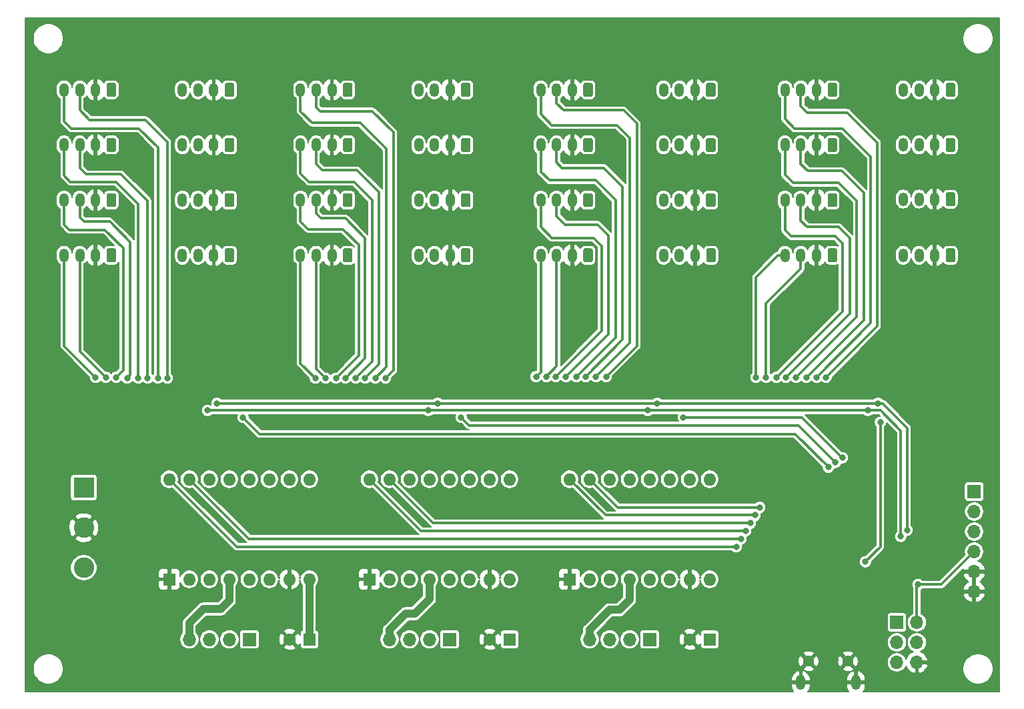
<source format=gbr>
G04 #@! TF.GenerationSoftware,KiCad,Pcbnew,(5.1.5-0-10_14)*
G04 #@! TF.CreationDate,2020-02-24T10:17:45-05:00*
G04 #@! TF.ProjectId,piggyback,70696767-7962-4616-936b-2e6b69636164,rev?*
G04 #@! TF.SameCoordinates,Original*
G04 #@! TF.FileFunction,Copper,L2,Bot*
G04 #@! TF.FilePolarity,Positive*
%FSLAX46Y46*%
G04 Gerber Fmt 4.6, Leading zero omitted, Abs format (unit mm)*
G04 Created by KiCad (PCBNEW (5.1.5-0-10_14)) date 2020-02-24 10:17:45*
%MOMM*%
%LPD*%
G04 APERTURE LIST*
%ADD10O,1.200000X1.750000*%
%ADD11C,0.100000*%
%ADD12R,1.600000X1.600000*%
%ADD13O,1.600000X1.600000*%
%ADD14R,1.700000X1.700000*%
%ADD15O,1.700000X1.700000*%
%ADD16C,1.450000*%
%ADD17O,1.200000X1.900000*%
%ADD18C,1.600000*%
%ADD19R,2.600000X2.600000*%
%ADD20C,2.600000*%
%ADD21C,0.800000*%
%ADD22C,1.000000*%
%ADD23C,0.300000*%
%ADD24C,0.200000*%
G04 APERTURE END LIST*
D10*
X46000000Y-82000000D03*
X48000000Y-82000000D03*
X50000000Y-82000000D03*
G04 #@! TA.AperFunction,ComponentPad*
D11*
G36*
X52374505Y-81126204D02*
G01*
X52398773Y-81129804D01*
X52422572Y-81135765D01*
X52445671Y-81144030D01*
X52467850Y-81154520D01*
X52488893Y-81167132D01*
X52508599Y-81181747D01*
X52526777Y-81198223D01*
X52543253Y-81216401D01*
X52557868Y-81236107D01*
X52570480Y-81257150D01*
X52580970Y-81279329D01*
X52589235Y-81302428D01*
X52595196Y-81326227D01*
X52598796Y-81350495D01*
X52600000Y-81374999D01*
X52600000Y-82625001D01*
X52598796Y-82649505D01*
X52595196Y-82673773D01*
X52589235Y-82697572D01*
X52580970Y-82720671D01*
X52570480Y-82742850D01*
X52557868Y-82763893D01*
X52543253Y-82783599D01*
X52526777Y-82801777D01*
X52508599Y-82818253D01*
X52488893Y-82832868D01*
X52467850Y-82845480D01*
X52445671Y-82855970D01*
X52422572Y-82864235D01*
X52398773Y-82870196D01*
X52374505Y-82873796D01*
X52350001Y-82875000D01*
X51649999Y-82875000D01*
X51625495Y-82873796D01*
X51601227Y-82870196D01*
X51577428Y-82864235D01*
X51554329Y-82855970D01*
X51532150Y-82845480D01*
X51511107Y-82832868D01*
X51491401Y-82818253D01*
X51473223Y-82801777D01*
X51456747Y-82783599D01*
X51442132Y-82763893D01*
X51429520Y-82742850D01*
X51419030Y-82720671D01*
X51410765Y-82697572D01*
X51404804Y-82673773D01*
X51401204Y-82649505D01*
X51400000Y-82625001D01*
X51400000Y-81374999D01*
X51401204Y-81350495D01*
X51404804Y-81326227D01*
X51410765Y-81302428D01*
X51419030Y-81279329D01*
X51429520Y-81257150D01*
X51442132Y-81236107D01*
X51456747Y-81216401D01*
X51473223Y-81198223D01*
X51491401Y-81181747D01*
X51511107Y-81167132D01*
X51532150Y-81154520D01*
X51554329Y-81144030D01*
X51577428Y-81135765D01*
X51601227Y-81129804D01*
X51625495Y-81126204D01*
X51649999Y-81125000D01*
X52350001Y-81125000D01*
X52374505Y-81126204D01*
G37*
G04 #@! TD.AperFunction*
D12*
X59360000Y-130140000D03*
D13*
X77140000Y-117440000D03*
X61900000Y-130140000D03*
X74600000Y-117440000D03*
X64440000Y-130140000D03*
X72060000Y-117440000D03*
X66980000Y-130140000D03*
X69520000Y-117440000D03*
X69520000Y-130140000D03*
X66980000Y-117440000D03*
X72060000Y-130140000D03*
X64440000Y-117440000D03*
X74600000Y-130140000D03*
X61900000Y-117440000D03*
X77140000Y-130140000D03*
X59360000Y-117440000D03*
X84760000Y-117440000D03*
X102540000Y-130140000D03*
X87300000Y-117440000D03*
X100000000Y-130140000D03*
X89840000Y-117440000D03*
X97460000Y-130140000D03*
X92380000Y-117440000D03*
X94920000Y-130140000D03*
X94920000Y-117440000D03*
X92380000Y-130140000D03*
X97460000Y-117440000D03*
X89840000Y-130140000D03*
X100000000Y-117440000D03*
X87300000Y-130140000D03*
X102540000Y-117440000D03*
D12*
X84760000Y-130140000D03*
X110160000Y-130140000D03*
D13*
X127940000Y-117440000D03*
X112700000Y-130140000D03*
X125400000Y-117440000D03*
X115240000Y-130140000D03*
X122860000Y-117440000D03*
X117780000Y-130140000D03*
X120320000Y-117440000D03*
X120320000Y-130140000D03*
X117780000Y-117440000D03*
X122860000Y-130140000D03*
X115240000Y-117440000D03*
X125400000Y-130140000D03*
X112700000Y-117440000D03*
X127940000Y-130140000D03*
X110160000Y-117440000D03*
D14*
X69520000Y-137760000D03*
D15*
X66980000Y-137760000D03*
X64440000Y-137760000D03*
X61900000Y-137760000D03*
D14*
X94920000Y-137760000D03*
D15*
X92380000Y-137760000D03*
X89840000Y-137760000D03*
X87300000Y-137760000D03*
X112700000Y-137760000D03*
X115240000Y-137760000D03*
X117780000Y-137760000D03*
D14*
X120320000Y-137760000D03*
D16*
X140500000Y-140537500D03*
X145500000Y-140537500D03*
D17*
X139500000Y-143237500D03*
X146500000Y-143237500D03*
D18*
X74640000Y-137760000D03*
D12*
X77140000Y-137760000D03*
X102540000Y-137760000D03*
D18*
X100040000Y-137760000D03*
D12*
X127940000Y-137760000D03*
D18*
X125440000Y-137760000D03*
D10*
X46000000Y-68000000D03*
X48000000Y-68000000D03*
X50000000Y-68000000D03*
G04 #@! TA.AperFunction,ComponentPad*
D11*
G36*
X52374505Y-67126204D02*
G01*
X52398773Y-67129804D01*
X52422572Y-67135765D01*
X52445671Y-67144030D01*
X52467850Y-67154520D01*
X52488893Y-67167132D01*
X52508599Y-67181747D01*
X52526777Y-67198223D01*
X52543253Y-67216401D01*
X52557868Y-67236107D01*
X52570480Y-67257150D01*
X52580970Y-67279329D01*
X52589235Y-67302428D01*
X52595196Y-67326227D01*
X52598796Y-67350495D01*
X52600000Y-67374999D01*
X52600000Y-68625001D01*
X52598796Y-68649505D01*
X52595196Y-68673773D01*
X52589235Y-68697572D01*
X52580970Y-68720671D01*
X52570480Y-68742850D01*
X52557868Y-68763893D01*
X52543253Y-68783599D01*
X52526777Y-68801777D01*
X52508599Y-68818253D01*
X52488893Y-68832868D01*
X52467850Y-68845480D01*
X52445671Y-68855970D01*
X52422572Y-68864235D01*
X52398773Y-68870196D01*
X52374505Y-68873796D01*
X52350001Y-68875000D01*
X51649999Y-68875000D01*
X51625495Y-68873796D01*
X51601227Y-68870196D01*
X51577428Y-68864235D01*
X51554329Y-68855970D01*
X51532150Y-68845480D01*
X51511107Y-68832868D01*
X51491401Y-68818253D01*
X51473223Y-68801777D01*
X51456747Y-68783599D01*
X51442132Y-68763893D01*
X51429520Y-68742850D01*
X51419030Y-68720671D01*
X51410765Y-68697572D01*
X51404804Y-68673773D01*
X51401204Y-68649505D01*
X51400000Y-68625001D01*
X51400000Y-67374999D01*
X51401204Y-67350495D01*
X51404804Y-67326227D01*
X51410765Y-67302428D01*
X51419030Y-67279329D01*
X51429520Y-67257150D01*
X51442132Y-67236107D01*
X51456747Y-67216401D01*
X51473223Y-67198223D01*
X51491401Y-67181747D01*
X51511107Y-67167132D01*
X51532150Y-67154520D01*
X51554329Y-67144030D01*
X51577428Y-67135765D01*
X51601227Y-67129804D01*
X51625495Y-67126204D01*
X51649999Y-67125000D01*
X52350001Y-67125000D01*
X52374505Y-67126204D01*
G37*
G04 #@! TD.AperFunction*
G04 #@! TA.AperFunction,ComponentPad*
G36*
X52374505Y-74126204D02*
G01*
X52398773Y-74129804D01*
X52422572Y-74135765D01*
X52445671Y-74144030D01*
X52467850Y-74154520D01*
X52488893Y-74167132D01*
X52508599Y-74181747D01*
X52526777Y-74198223D01*
X52543253Y-74216401D01*
X52557868Y-74236107D01*
X52570480Y-74257150D01*
X52580970Y-74279329D01*
X52589235Y-74302428D01*
X52595196Y-74326227D01*
X52598796Y-74350495D01*
X52600000Y-74374999D01*
X52600000Y-75625001D01*
X52598796Y-75649505D01*
X52595196Y-75673773D01*
X52589235Y-75697572D01*
X52580970Y-75720671D01*
X52570480Y-75742850D01*
X52557868Y-75763893D01*
X52543253Y-75783599D01*
X52526777Y-75801777D01*
X52508599Y-75818253D01*
X52488893Y-75832868D01*
X52467850Y-75845480D01*
X52445671Y-75855970D01*
X52422572Y-75864235D01*
X52398773Y-75870196D01*
X52374505Y-75873796D01*
X52350001Y-75875000D01*
X51649999Y-75875000D01*
X51625495Y-75873796D01*
X51601227Y-75870196D01*
X51577428Y-75864235D01*
X51554329Y-75855970D01*
X51532150Y-75845480D01*
X51511107Y-75832868D01*
X51491401Y-75818253D01*
X51473223Y-75801777D01*
X51456747Y-75783599D01*
X51442132Y-75763893D01*
X51429520Y-75742850D01*
X51419030Y-75720671D01*
X51410765Y-75697572D01*
X51404804Y-75673773D01*
X51401204Y-75649505D01*
X51400000Y-75625001D01*
X51400000Y-74374999D01*
X51401204Y-74350495D01*
X51404804Y-74326227D01*
X51410765Y-74302428D01*
X51419030Y-74279329D01*
X51429520Y-74257150D01*
X51442132Y-74236107D01*
X51456747Y-74216401D01*
X51473223Y-74198223D01*
X51491401Y-74181747D01*
X51511107Y-74167132D01*
X51532150Y-74154520D01*
X51554329Y-74144030D01*
X51577428Y-74135765D01*
X51601227Y-74129804D01*
X51625495Y-74126204D01*
X51649999Y-74125000D01*
X52350001Y-74125000D01*
X52374505Y-74126204D01*
G37*
G04 #@! TD.AperFunction*
D10*
X50000000Y-75000000D03*
X48000000Y-75000000D03*
X46000000Y-75000000D03*
G04 #@! TA.AperFunction,ComponentPad*
D11*
G36*
X52374505Y-88126204D02*
G01*
X52398773Y-88129804D01*
X52422572Y-88135765D01*
X52445671Y-88144030D01*
X52467850Y-88154520D01*
X52488893Y-88167132D01*
X52508599Y-88181747D01*
X52526777Y-88198223D01*
X52543253Y-88216401D01*
X52557868Y-88236107D01*
X52570480Y-88257150D01*
X52580970Y-88279329D01*
X52589235Y-88302428D01*
X52595196Y-88326227D01*
X52598796Y-88350495D01*
X52600000Y-88374999D01*
X52600000Y-89625001D01*
X52598796Y-89649505D01*
X52595196Y-89673773D01*
X52589235Y-89697572D01*
X52580970Y-89720671D01*
X52570480Y-89742850D01*
X52557868Y-89763893D01*
X52543253Y-89783599D01*
X52526777Y-89801777D01*
X52508599Y-89818253D01*
X52488893Y-89832868D01*
X52467850Y-89845480D01*
X52445671Y-89855970D01*
X52422572Y-89864235D01*
X52398773Y-89870196D01*
X52374505Y-89873796D01*
X52350001Y-89875000D01*
X51649999Y-89875000D01*
X51625495Y-89873796D01*
X51601227Y-89870196D01*
X51577428Y-89864235D01*
X51554329Y-89855970D01*
X51532150Y-89845480D01*
X51511107Y-89832868D01*
X51491401Y-89818253D01*
X51473223Y-89801777D01*
X51456747Y-89783599D01*
X51442132Y-89763893D01*
X51429520Y-89742850D01*
X51419030Y-89720671D01*
X51410765Y-89697572D01*
X51404804Y-89673773D01*
X51401204Y-89649505D01*
X51400000Y-89625001D01*
X51400000Y-88374999D01*
X51401204Y-88350495D01*
X51404804Y-88326227D01*
X51410765Y-88302428D01*
X51419030Y-88279329D01*
X51429520Y-88257150D01*
X51442132Y-88236107D01*
X51456747Y-88216401D01*
X51473223Y-88198223D01*
X51491401Y-88181747D01*
X51511107Y-88167132D01*
X51532150Y-88154520D01*
X51554329Y-88144030D01*
X51577428Y-88135765D01*
X51601227Y-88129804D01*
X51625495Y-88126204D01*
X51649999Y-88125000D01*
X52350001Y-88125000D01*
X52374505Y-88126204D01*
G37*
G04 #@! TD.AperFunction*
D10*
X50000000Y-89000000D03*
X48000000Y-89000000D03*
X46000000Y-89000000D03*
X61000000Y-68000000D03*
X63000000Y-68000000D03*
X65000000Y-68000000D03*
G04 #@! TA.AperFunction,ComponentPad*
D11*
G36*
X67374505Y-67126204D02*
G01*
X67398773Y-67129804D01*
X67422572Y-67135765D01*
X67445671Y-67144030D01*
X67467850Y-67154520D01*
X67488893Y-67167132D01*
X67508599Y-67181747D01*
X67526777Y-67198223D01*
X67543253Y-67216401D01*
X67557868Y-67236107D01*
X67570480Y-67257150D01*
X67580970Y-67279329D01*
X67589235Y-67302428D01*
X67595196Y-67326227D01*
X67598796Y-67350495D01*
X67600000Y-67374999D01*
X67600000Y-68625001D01*
X67598796Y-68649505D01*
X67595196Y-68673773D01*
X67589235Y-68697572D01*
X67580970Y-68720671D01*
X67570480Y-68742850D01*
X67557868Y-68763893D01*
X67543253Y-68783599D01*
X67526777Y-68801777D01*
X67508599Y-68818253D01*
X67488893Y-68832868D01*
X67467850Y-68845480D01*
X67445671Y-68855970D01*
X67422572Y-68864235D01*
X67398773Y-68870196D01*
X67374505Y-68873796D01*
X67350001Y-68875000D01*
X66649999Y-68875000D01*
X66625495Y-68873796D01*
X66601227Y-68870196D01*
X66577428Y-68864235D01*
X66554329Y-68855970D01*
X66532150Y-68845480D01*
X66511107Y-68832868D01*
X66491401Y-68818253D01*
X66473223Y-68801777D01*
X66456747Y-68783599D01*
X66442132Y-68763893D01*
X66429520Y-68742850D01*
X66419030Y-68720671D01*
X66410765Y-68697572D01*
X66404804Y-68673773D01*
X66401204Y-68649505D01*
X66400000Y-68625001D01*
X66400000Y-67374999D01*
X66401204Y-67350495D01*
X66404804Y-67326227D01*
X66410765Y-67302428D01*
X66419030Y-67279329D01*
X66429520Y-67257150D01*
X66442132Y-67236107D01*
X66456747Y-67216401D01*
X66473223Y-67198223D01*
X66491401Y-67181747D01*
X66511107Y-67167132D01*
X66532150Y-67154520D01*
X66554329Y-67144030D01*
X66577428Y-67135765D01*
X66601227Y-67129804D01*
X66625495Y-67126204D01*
X66649999Y-67125000D01*
X67350001Y-67125000D01*
X67374505Y-67126204D01*
G37*
G04 #@! TD.AperFunction*
G04 #@! TA.AperFunction,ComponentPad*
G36*
X67374505Y-74126204D02*
G01*
X67398773Y-74129804D01*
X67422572Y-74135765D01*
X67445671Y-74144030D01*
X67467850Y-74154520D01*
X67488893Y-74167132D01*
X67508599Y-74181747D01*
X67526777Y-74198223D01*
X67543253Y-74216401D01*
X67557868Y-74236107D01*
X67570480Y-74257150D01*
X67580970Y-74279329D01*
X67589235Y-74302428D01*
X67595196Y-74326227D01*
X67598796Y-74350495D01*
X67600000Y-74374999D01*
X67600000Y-75625001D01*
X67598796Y-75649505D01*
X67595196Y-75673773D01*
X67589235Y-75697572D01*
X67580970Y-75720671D01*
X67570480Y-75742850D01*
X67557868Y-75763893D01*
X67543253Y-75783599D01*
X67526777Y-75801777D01*
X67508599Y-75818253D01*
X67488893Y-75832868D01*
X67467850Y-75845480D01*
X67445671Y-75855970D01*
X67422572Y-75864235D01*
X67398773Y-75870196D01*
X67374505Y-75873796D01*
X67350001Y-75875000D01*
X66649999Y-75875000D01*
X66625495Y-75873796D01*
X66601227Y-75870196D01*
X66577428Y-75864235D01*
X66554329Y-75855970D01*
X66532150Y-75845480D01*
X66511107Y-75832868D01*
X66491401Y-75818253D01*
X66473223Y-75801777D01*
X66456747Y-75783599D01*
X66442132Y-75763893D01*
X66429520Y-75742850D01*
X66419030Y-75720671D01*
X66410765Y-75697572D01*
X66404804Y-75673773D01*
X66401204Y-75649505D01*
X66400000Y-75625001D01*
X66400000Y-74374999D01*
X66401204Y-74350495D01*
X66404804Y-74326227D01*
X66410765Y-74302428D01*
X66419030Y-74279329D01*
X66429520Y-74257150D01*
X66442132Y-74236107D01*
X66456747Y-74216401D01*
X66473223Y-74198223D01*
X66491401Y-74181747D01*
X66511107Y-74167132D01*
X66532150Y-74154520D01*
X66554329Y-74144030D01*
X66577428Y-74135765D01*
X66601227Y-74129804D01*
X66625495Y-74126204D01*
X66649999Y-74125000D01*
X67350001Y-74125000D01*
X67374505Y-74126204D01*
G37*
G04 #@! TD.AperFunction*
D10*
X65000000Y-75000000D03*
X63000000Y-75000000D03*
X61000000Y-75000000D03*
X61000000Y-82000000D03*
X63000000Y-82000000D03*
X65000000Y-82000000D03*
G04 #@! TA.AperFunction,ComponentPad*
D11*
G36*
X67374505Y-81126204D02*
G01*
X67398773Y-81129804D01*
X67422572Y-81135765D01*
X67445671Y-81144030D01*
X67467850Y-81154520D01*
X67488893Y-81167132D01*
X67508599Y-81181747D01*
X67526777Y-81198223D01*
X67543253Y-81216401D01*
X67557868Y-81236107D01*
X67570480Y-81257150D01*
X67580970Y-81279329D01*
X67589235Y-81302428D01*
X67595196Y-81326227D01*
X67598796Y-81350495D01*
X67600000Y-81374999D01*
X67600000Y-82625001D01*
X67598796Y-82649505D01*
X67595196Y-82673773D01*
X67589235Y-82697572D01*
X67580970Y-82720671D01*
X67570480Y-82742850D01*
X67557868Y-82763893D01*
X67543253Y-82783599D01*
X67526777Y-82801777D01*
X67508599Y-82818253D01*
X67488893Y-82832868D01*
X67467850Y-82845480D01*
X67445671Y-82855970D01*
X67422572Y-82864235D01*
X67398773Y-82870196D01*
X67374505Y-82873796D01*
X67350001Y-82875000D01*
X66649999Y-82875000D01*
X66625495Y-82873796D01*
X66601227Y-82870196D01*
X66577428Y-82864235D01*
X66554329Y-82855970D01*
X66532150Y-82845480D01*
X66511107Y-82832868D01*
X66491401Y-82818253D01*
X66473223Y-82801777D01*
X66456747Y-82783599D01*
X66442132Y-82763893D01*
X66429520Y-82742850D01*
X66419030Y-82720671D01*
X66410765Y-82697572D01*
X66404804Y-82673773D01*
X66401204Y-82649505D01*
X66400000Y-82625001D01*
X66400000Y-81374999D01*
X66401204Y-81350495D01*
X66404804Y-81326227D01*
X66410765Y-81302428D01*
X66419030Y-81279329D01*
X66429520Y-81257150D01*
X66442132Y-81236107D01*
X66456747Y-81216401D01*
X66473223Y-81198223D01*
X66491401Y-81181747D01*
X66511107Y-81167132D01*
X66532150Y-81154520D01*
X66554329Y-81144030D01*
X66577428Y-81135765D01*
X66601227Y-81129804D01*
X66625495Y-81126204D01*
X66649999Y-81125000D01*
X67350001Y-81125000D01*
X67374505Y-81126204D01*
G37*
G04 #@! TD.AperFunction*
G04 #@! TA.AperFunction,ComponentPad*
G36*
X67374505Y-88126204D02*
G01*
X67398773Y-88129804D01*
X67422572Y-88135765D01*
X67445671Y-88144030D01*
X67467850Y-88154520D01*
X67488893Y-88167132D01*
X67508599Y-88181747D01*
X67526777Y-88198223D01*
X67543253Y-88216401D01*
X67557868Y-88236107D01*
X67570480Y-88257150D01*
X67580970Y-88279329D01*
X67589235Y-88302428D01*
X67595196Y-88326227D01*
X67598796Y-88350495D01*
X67600000Y-88374999D01*
X67600000Y-89625001D01*
X67598796Y-89649505D01*
X67595196Y-89673773D01*
X67589235Y-89697572D01*
X67580970Y-89720671D01*
X67570480Y-89742850D01*
X67557868Y-89763893D01*
X67543253Y-89783599D01*
X67526777Y-89801777D01*
X67508599Y-89818253D01*
X67488893Y-89832868D01*
X67467850Y-89845480D01*
X67445671Y-89855970D01*
X67422572Y-89864235D01*
X67398773Y-89870196D01*
X67374505Y-89873796D01*
X67350001Y-89875000D01*
X66649999Y-89875000D01*
X66625495Y-89873796D01*
X66601227Y-89870196D01*
X66577428Y-89864235D01*
X66554329Y-89855970D01*
X66532150Y-89845480D01*
X66511107Y-89832868D01*
X66491401Y-89818253D01*
X66473223Y-89801777D01*
X66456747Y-89783599D01*
X66442132Y-89763893D01*
X66429520Y-89742850D01*
X66419030Y-89720671D01*
X66410765Y-89697572D01*
X66404804Y-89673773D01*
X66401204Y-89649505D01*
X66400000Y-89625001D01*
X66400000Y-88374999D01*
X66401204Y-88350495D01*
X66404804Y-88326227D01*
X66410765Y-88302428D01*
X66419030Y-88279329D01*
X66429520Y-88257150D01*
X66442132Y-88236107D01*
X66456747Y-88216401D01*
X66473223Y-88198223D01*
X66491401Y-88181747D01*
X66511107Y-88167132D01*
X66532150Y-88154520D01*
X66554329Y-88144030D01*
X66577428Y-88135765D01*
X66601227Y-88129804D01*
X66625495Y-88126204D01*
X66649999Y-88125000D01*
X67350001Y-88125000D01*
X67374505Y-88126204D01*
G37*
G04 #@! TD.AperFunction*
D10*
X65000000Y-89000000D03*
X63000000Y-89000000D03*
X61000000Y-89000000D03*
X76000000Y-68000000D03*
X78000000Y-68000000D03*
X80000000Y-68000000D03*
G04 #@! TA.AperFunction,ComponentPad*
D11*
G36*
X82374505Y-67126204D02*
G01*
X82398773Y-67129804D01*
X82422572Y-67135765D01*
X82445671Y-67144030D01*
X82467850Y-67154520D01*
X82488893Y-67167132D01*
X82508599Y-67181747D01*
X82526777Y-67198223D01*
X82543253Y-67216401D01*
X82557868Y-67236107D01*
X82570480Y-67257150D01*
X82580970Y-67279329D01*
X82589235Y-67302428D01*
X82595196Y-67326227D01*
X82598796Y-67350495D01*
X82600000Y-67374999D01*
X82600000Y-68625001D01*
X82598796Y-68649505D01*
X82595196Y-68673773D01*
X82589235Y-68697572D01*
X82580970Y-68720671D01*
X82570480Y-68742850D01*
X82557868Y-68763893D01*
X82543253Y-68783599D01*
X82526777Y-68801777D01*
X82508599Y-68818253D01*
X82488893Y-68832868D01*
X82467850Y-68845480D01*
X82445671Y-68855970D01*
X82422572Y-68864235D01*
X82398773Y-68870196D01*
X82374505Y-68873796D01*
X82350001Y-68875000D01*
X81649999Y-68875000D01*
X81625495Y-68873796D01*
X81601227Y-68870196D01*
X81577428Y-68864235D01*
X81554329Y-68855970D01*
X81532150Y-68845480D01*
X81511107Y-68832868D01*
X81491401Y-68818253D01*
X81473223Y-68801777D01*
X81456747Y-68783599D01*
X81442132Y-68763893D01*
X81429520Y-68742850D01*
X81419030Y-68720671D01*
X81410765Y-68697572D01*
X81404804Y-68673773D01*
X81401204Y-68649505D01*
X81400000Y-68625001D01*
X81400000Y-67374999D01*
X81401204Y-67350495D01*
X81404804Y-67326227D01*
X81410765Y-67302428D01*
X81419030Y-67279329D01*
X81429520Y-67257150D01*
X81442132Y-67236107D01*
X81456747Y-67216401D01*
X81473223Y-67198223D01*
X81491401Y-67181747D01*
X81511107Y-67167132D01*
X81532150Y-67154520D01*
X81554329Y-67144030D01*
X81577428Y-67135765D01*
X81601227Y-67129804D01*
X81625495Y-67126204D01*
X81649999Y-67125000D01*
X82350001Y-67125000D01*
X82374505Y-67126204D01*
G37*
G04 #@! TD.AperFunction*
G04 #@! TA.AperFunction,ComponentPad*
G36*
X82374505Y-74126204D02*
G01*
X82398773Y-74129804D01*
X82422572Y-74135765D01*
X82445671Y-74144030D01*
X82467850Y-74154520D01*
X82488893Y-74167132D01*
X82508599Y-74181747D01*
X82526777Y-74198223D01*
X82543253Y-74216401D01*
X82557868Y-74236107D01*
X82570480Y-74257150D01*
X82580970Y-74279329D01*
X82589235Y-74302428D01*
X82595196Y-74326227D01*
X82598796Y-74350495D01*
X82600000Y-74374999D01*
X82600000Y-75625001D01*
X82598796Y-75649505D01*
X82595196Y-75673773D01*
X82589235Y-75697572D01*
X82580970Y-75720671D01*
X82570480Y-75742850D01*
X82557868Y-75763893D01*
X82543253Y-75783599D01*
X82526777Y-75801777D01*
X82508599Y-75818253D01*
X82488893Y-75832868D01*
X82467850Y-75845480D01*
X82445671Y-75855970D01*
X82422572Y-75864235D01*
X82398773Y-75870196D01*
X82374505Y-75873796D01*
X82350001Y-75875000D01*
X81649999Y-75875000D01*
X81625495Y-75873796D01*
X81601227Y-75870196D01*
X81577428Y-75864235D01*
X81554329Y-75855970D01*
X81532150Y-75845480D01*
X81511107Y-75832868D01*
X81491401Y-75818253D01*
X81473223Y-75801777D01*
X81456747Y-75783599D01*
X81442132Y-75763893D01*
X81429520Y-75742850D01*
X81419030Y-75720671D01*
X81410765Y-75697572D01*
X81404804Y-75673773D01*
X81401204Y-75649505D01*
X81400000Y-75625001D01*
X81400000Y-74374999D01*
X81401204Y-74350495D01*
X81404804Y-74326227D01*
X81410765Y-74302428D01*
X81419030Y-74279329D01*
X81429520Y-74257150D01*
X81442132Y-74236107D01*
X81456747Y-74216401D01*
X81473223Y-74198223D01*
X81491401Y-74181747D01*
X81511107Y-74167132D01*
X81532150Y-74154520D01*
X81554329Y-74144030D01*
X81577428Y-74135765D01*
X81601227Y-74129804D01*
X81625495Y-74126204D01*
X81649999Y-74125000D01*
X82350001Y-74125000D01*
X82374505Y-74126204D01*
G37*
G04 #@! TD.AperFunction*
D10*
X80000000Y-75000000D03*
X78000000Y-75000000D03*
X76000000Y-75000000D03*
X76000000Y-82000000D03*
X78000000Y-82000000D03*
X80000000Y-82000000D03*
G04 #@! TA.AperFunction,ComponentPad*
D11*
G36*
X82374505Y-81126204D02*
G01*
X82398773Y-81129804D01*
X82422572Y-81135765D01*
X82445671Y-81144030D01*
X82467850Y-81154520D01*
X82488893Y-81167132D01*
X82508599Y-81181747D01*
X82526777Y-81198223D01*
X82543253Y-81216401D01*
X82557868Y-81236107D01*
X82570480Y-81257150D01*
X82580970Y-81279329D01*
X82589235Y-81302428D01*
X82595196Y-81326227D01*
X82598796Y-81350495D01*
X82600000Y-81374999D01*
X82600000Y-82625001D01*
X82598796Y-82649505D01*
X82595196Y-82673773D01*
X82589235Y-82697572D01*
X82580970Y-82720671D01*
X82570480Y-82742850D01*
X82557868Y-82763893D01*
X82543253Y-82783599D01*
X82526777Y-82801777D01*
X82508599Y-82818253D01*
X82488893Y-82832868D01*
X82467850Y-82845480D01*
X82445671Y-82855970D01*
X82422572Y-82864235D01*
X82398773Y-82870196D01*
X82374505Y-82873796D01*
X82350001Y-82875000D01*
X81649999Y-82875000D01*
X81625495Y-82873796D01*
X81601227Y-82870196D01*
X81577428Y-82864235D01*
X81554329Y-82855970D01*
X81532150Y-82845480D01*
X81511107Y-82832868D01*
X81491401Y-82818253D01*
X81473223Y-82801777D01*
X81456747Y-82783599D01*
X81442132Y-82763893D01*
X81429520Y-82742850D01*
X81419030Y-82720671D01*
X81410765Y-82697572D01*
X81404804Y-82673773D01*
X81401204Y-82649505D01*
X81400000Y-82625001D01*
X81400000Y-81374999D01*
X81401204Y-81350495D01*
X81404804Y-81326227D01*
X81410765Y-81302428D01*
X81419030Y-81279329D01*
X81429520Y-81257150D01*
X81442132Y-81236107D01*
X81456747Y-81216401D01*
X81473223Y-81198223D01*
X81491401Y-81181747D01*
X81511107Y-81167132D01*
X81532150Y-81154520D01*
X81554329Y-81144030D01*
X81577428Y-81135765D01*
X81601227Y-81129804D01*
X81625495Y-81126204D01*
X81649999Y-81125000D01*
X82350001Y-81125000D01*
X82374505Y-81126204D01*
G37*
G04 #@! TD.AperFunction*
G04 #@! TA.AperFunction,ComponentPad*
G36*
X82374505Y-88126204D02*
G01*
X82398773Y-88129804D01*
X82422572Y-88135765D01*
X82445671Y-88144030D01*
X82467850Y-88154520D01*
X82488893Y-88167132D01*
X82508599Y-88181747D01*
X82526777Y-88198223D01*
X82543253Y-88216401D01*
X82557868Y-88236107D01*
X82570480Y-88257150D01*
X82580970Y-88279329D01*
X82589235Y-88302428D01*
X82595196Y-88326227D01*
X82598796Y-88350495D01*
X82600000Y-88374999D01*
X82600000Y-89625001D01*
X82598796Y-89649505D01*
X82595196Y-89673773D01*
X82589235Y-89697572D01*
X82580970Y-89720671D01*
X82570480Y-89742850D01*
X82557868Y-89763893D01*
X82543253Y-89783599D01*
X82526777Y-89801777D01*
X82508599Y-89818253D01*
X82488893Y-89832868D01*
X82467850Y-89845480D01*
X82445671Y-89855970D01*
X82422572Y-89864235D01*
X82398773Y-89870196D01*
X82374505Y-89873796D01*
X82350001Y-89875000D01*
X81649999Y-89875000D01*
X81625495Y-89873796D01*
X81601227Y-89870196D01*
X81577428Y-89864235D01*
X81554329Y-89855970D01*
X81532150Y-89845480D01*
X81511107Y-89832868D01*
X81491401Y-89818253D01*
X81473223Y-89801777D01*
X81456747Y-89783599D01*
X81442132Y-89763893D01*
X81429520Y-89742850D01*
X81419030Y-89720671D01*
X81410765Y-89697572D01*
X81404804Y-89673773D01*
X81401204Y-89649505D01*
X81400000Y-89625001D01*
X81400000Y-88374999D01*
X81401204Y-88350495D01*
X81404804Y-88326227D01*
X81410765Y-88302428D01*
X81419030Y-88279329D01*
X81429520Y-88257150D01*
X81442132Y-88236107D01*
X81456747Y-88216401D01*
X81473223Y-88198223D01*
X81491401Y-88181747D01*
X81511107Y-88167132D01*
X81532150Y-88154520D01*
X81554329Y-88144030D01*
X81577428Y-88135765D01*
X81601227Y-88129804D01*
X81625495Y-88126204D01*
X81649999Y-88125000D01*
X82350001Y-88125000D01*
X82374505Y-88126204D01*
G37*
G04 #@! TD.AperFunction*
D10*
X80000000Y-89000000D03*
X78000000Y-89000000D03*
X76000000Y-89000000D03*
G04 #@! TA.AperFunction,ComponentPad*
D11*
G36*
X97374505Y-67126204D02*
G01*
X97398773Y-67129804D01*
X97422572Y-67135765D01*
X97445671Y-67144030D01*
X97467850Y-67154520D01*
X97488893Y-67167132D01*
X97508599Y-67181747D01*
X97526777Y-67198223D01*
X97543253Y-67216401D01*
X97557868Y-67236107D01*
X97570480Y-67257150D01*
X97580970Y-67279329D01*
X97589235Y-67302428D01*
X97595196Y-67326227D01*
X97598796Y-67350495D01*
X97600000Y-67374999D01*
X97600000Y-68625001D01*
X97598796Y-68649505D01*
X97595196Y-68673773D01*
X97589235Y-68697572D01*
X97580970Y-68720671D01*
X97570480Y-68742850D01*
X97557868Y-68763893D01*
X97543253Y-68783599D01*
X97526777Y-68801777D01*
X97508599Y-68818253D01*
X97488893Y-68832868D01*
X97467850Y-68845480D01*
X97445671Y-68855970D01*
X97422572Y-68864235D01*
X97398773Y-68870196D01*
X97374505Y-68873796D01*
X97350001Y-68875000D01*
X96649999Y-68875000D01*
X96625495Y-68873796D01*
X96601227Y-68870196D01*
X96577428Y-68864235D01*
X96554329Y-68855970D01*
X96532150Y-68845480D01*
X96511107Y-68832868D01*
X96491401Y-68818253D01*
X96473223Y-68801777D01*
X96456747Y-68783599D01*
X96442132Y-68763893D01*
X96429520Y-68742850D01*
X96419030Y-68720671D01*
X96410765Y-68697572D01*
X96404804Y-68673773D01*
X96401204Y-68649505D01*
X96400000Y-68625001D01*
X96400000Y-67374999D01*
X96401204Y-67350495D01*
X96404804Y-67326227D01*
X96410765Y-67302428D01*
X96419030Y-67279329D01*
X96429520Y-67257150D01*
X96442132Y-67236107D01*
X96456747Y-67216401D01*
X96473223Y-67198223D01*
X96491401Y-67181747D01*
X96511107Y-67167132D01*
X96532150Y-67154520D01*
X96554329Y-67144030D01*
X96577428Y-67135765D01*
X96601227Y-67129804D01*
X96625495Y-67126204D01*
X96649999Y-67125000D01*
X97350001Y-67125000D01*
X97374505Y-67126204D01*
G37*
G04 #@! TD.AperFunction*
D10*
X95000000Y-68000000D03*
X93000000Y-68000000D03*
X91000000Y-68000000D03*
G04 #@! TA.AperFunction,ComponentPad*
D11*
G36*
X97374505Y-74126204D02*
G01*
X97398773Y-74129804D01*
X97422572Y-74135765D01*
X97445671Y-74144030D01*
X97467850Y-74154520D01*
X97488893Y-74167132D01*
X97508599Y-74181747D01*
X97526777Y-74198223D01*
X97543253Y-74216401D01*
X97557868Y-74236107D01*
X97570480Y-74257150D01*
X97580970Y-74279329D01*
X97589235Y-74302428D01*
X97595196Y-74326227D01*
X97598796Y-74350495D01*
X97600000Y-74374999D01*
X97600000Y-75625001D01*
X97598796Y-75649505D01*
X97595196Y-75673773D01*
X97589235Y-75697572D01*
X97580970Y-75720671D01*
X97570480Y-75742850D01*
X97557868Y-75763893D01*
X97543253Y-75783599D01*
X97526777Y-75801777D01*
X97508599Y-75818253D01*
X97488893Y-75832868D01*
X97467850Y-75845480D01*
X97445671Y-75855970D01*
X97422572Y-75864235D01*
X97398773Y-75870196D01*
X97374505Y-75873796D01*
X97350001Y-75875000D01*
X96649999Y-75875000D01*
X96625495Y-75873796D01*
X96601227Y-75870196D01*
X96577428Y-75864235D01*
X96554329Y-75855970D01*
X96532150Y-75845480D01*
X96511107Y-75832868D01*
X96491401Y-75818253D01*
X96473223Y-75801777D01*
X96456747Y-75783599D01*
X96442132Y-75763893D01*
X96429520Y-75742850D01*
X96419030Y-75720671D01*
X96410765Y-75697572D01*
X96404804Y-75673773D01*
X96401204Y-75649505D01*
X96400000Y-75625001D01*
X96400000Y-74374999D01*
X96401204Y-74350495D01*
X96404804Y-74326227D01*
X96410765Y-74302428D01*
X96419030Y-74279329D01*
X96429520Y-74257150D01*
X96442132Y-74236107D01*
X96456747Y-74216401D01*
X96473223Y-74198223D01*
X96491401Y-74181747D01*
X96511107Y-74167132D01*
X96532150Y-74154520D01*
X96554329Y-74144030D01*
X96577428Y-74135765D01*
X96601227Y-74129804D01*
X96625495Y-74126204D01*
X96649999Y-74125000D01*
X97350001Y-74125000D01*
X97374505Y-74126204D01*
G37*
G04 #@! TD.AperFunction*
D10*
X95000000Y-75000000D03*
X93000000Y-75000000D03*
X91000000Y-75000000D03*
X91000000Y-82000000D03*
X93000000Y-82000000D03*
X95000000Y-82000000D03*
G04 #@! TA.AperFunction,ComponentPad*
D11*
G36*
X97374505Y-81126204D02*
G01*
X97398773Y-81129804D01*
X97422572Y-81135765D01*
X97445671Y-81144030D01*
X97467850Y-81154520D01*
X97488893Y-81167132D01*
X97508599Y-81181747D01*
X97526777Y-81198223D01*
X97543253Y-81216401D01*
X97557868Y-81236107D01*
X97570480Y-81257150D01*
X97580970Y-81279329D01*
X97589235Y-81302428D01*
X97595196Y-81326227D01*
X97598796Y-81350495D01*
X97600000Y-81374999D01*
X97600000Y-82625001D01*
X97598796Y-82649505D01*
X97595196Y-82673773D01*
X97589235Y-82697572D01*
X97580970Y-82720671D01*
X97570480Y-82742850D01*
X97557868Y-82763893D01*
X97543253Y-82783599D01*
X97526777Y-82801777D01*
X97508599Y-82818253D01*
X97488893Y-82832868D01*
X97467850Y-82845480D01*
X97445671Y-82855970D01*
X97422572Y-82864235D01*
X97398773Y-82870196D01*
X97374505Y-82873796D01*
X97350001Y-82875000D01*
X96649999Y-82875000D01*
X96625495Y-82873796D01*
X96601227Y-82870196D01*
X96577428Y-82864235D01*
X96554329Y-82855970D01*
X96532150Y-82845480D01*
X96511107Y-82832868D01*
X96491401Y-82818253D01*
X96473223Y-82801777D01*
X96456747Y-82783599D01*
X96442132Y-82763893D01*
X96429520Y-82742850D01*
X96419030Y-82720671D01*
X96410765Y-82697572D01*
X96404804Y-82673773D01*
X96401204Y-82649505D01*
X96400000Y-82625001D01*
X96400000Y-81374999D01*
X96401204Y-81350495D01*
X96404804Y-81326227D01*
X96410765Y-81302428D01*
X96419030Y-81279329D01*
X96429520Y-81257150D01*
X96442132Y-81236107D01*
X96456747Y-81216401D01*
X96473223Y-81198223D01*
X96491401Y-81181747D01*
X96511107Y-81167132D01*
X96532150Y-81154520D01*
X96554329Y-81144030D01*
X96577428Y-81135765D01*
X96601227Y-81129804D01*
X96625495Y-81126204D01*
X96649999Y-81125000D01*
X97350001Y-81125000D01*
X97374505Y-81126204D01*
G37*
G04 #@! TD.AperFunction*
G04 #@! TA.AperFunction,ComponentPad*
G36*
X97374505Y-88126204D02*
G01*
X97398773Y-88129804D01*
X97422572Y-88135765D01*
X97445671Y-88144030D01*
X97467850Y-88154520D01*
X97488893Y-88167132D01*
X97508599Y-88181747D01*
X97526777Y-88198223D01*
X97543253Y-88216401D01*
X97557868Y-88236107D01*
X97570480Y-88257150D01*
X97580970Y-88279329D01*
X97589235Y-88302428D01*
X97595196Y-88326227D01*
X97598796Y-88350495D01*
X97600000Y-88374999D01*
X97600000Y-89625001D01*
X97598796Y-89649505D01*
X97595196Y-89673773D01*
X97589235Y-89697572D01*
X97580970Y-89720671D01*
X97570480Y-89742850D01*
X97557868Y-89763893D01*
X97543253Y-89783599D01*
X97526777Y-89801777D01*
X97508599Y-89818253D01*
X97488893Y-89832868D01*
X97467850Y-89845480D01*
X97445671Y-89855970D01*
X97422572Y-89864235D01*
X97398773Y-89870196D01*
X97374505Y-89873796D01*
X97350001Y-89875000D01*
X96649999Y-89875000D01*
X96625495Y-89873796D01*
X96601227Y-89870196D01*
X96577428Y-89864235D01*
X96554329Y-89855970D01*
X96532150Y-89845480D01*
X96511107Y-89832868D01*
X96491401Y-89818253D01*
X96473223Y-89801777D01*
X96456747Y-89783599D01*
X96442132Y-89763893D01*
X96429520Y-89742850D01*
X96419030Y-89720671D01*
X96410765Y-89697572D01*
X96404804Y-89673773D01*
X96401204Y-89649505D01*
X96400000Y-89625001D01*
X96400000Y-88374999D01*
X96401204Y-88350495D01*
X96404804Y-88326227D01*
X96410765Y-88302428D01*
X96419030Y-88279329D01*
X96429520Y-88257150D01*
X96442132Y-88236107D01*
X96456747Y-88216401D01*
X96473223Y-88198223D01*
X96491401Y-88181747D01*
X96511107Y-88167132D01*
X96532150Y-88154520D01*
X96554329Y-88144030D01*
X96577428Y-88135765D01*
X96601227Y-88129804D01*
X96625495Y-88126204D01*
X96649999Y-88125000D01*
X97350001Y-88125000D01*
X97374505Y-88126204D01*
G37*
G04 #@! TD.AperFunction*
D10*
X95000000Y-89000000D03*
X93000000Y-89000000D03*
X91000000Y-89000000D03*
X106500000Y-68000000D03*
X108500000Y-68000000D03*
X110500000Y-68000000D03*
G04 #@! TA.AperFunction,ComponentPad*
D11*
G36*
X112874505Y-67126204D02*
G01*
X112898773Y-67129804D01*
X112922572Y-67135765D01*
X112945671Y-67144030D01*
X112967850Y-67154520D01*
X112988893Y-67167132D01*
X113008599Y-67181747D01*
X113026777Y-67198223D01*
X113043253Y-67216401D01*
X113057868Y-67236107D01*
X113070480Y-67257150D01*
X113080970Y-67279329D01*
X113089235Y-67302428D01*
X113095196Y-67326227D01*
X113098796Y-67350495D01*
X113100000Y-67374999D01*
X113100000Y-68625001D01*
X113098796Y-68649505D01*
X113095196Y-68673773D01*
X113089235Y-68697572D01*
X113080970Y-68720671D01*
X113070480Y-68742850D01*
X113057868Y-68763893D01*
X113043253Y-68783599D01*
X113026777Y-68801777D01*
X113008599Y-68818253D01*
X112988893Y-68832868D01*
X112967850Y-68845480D01*
X112945671Y-68855970D01*
X112922572Y-68864235D01*
X112898773Y-68870196D01*
X112874505Y-68873796D01*
X112850001Y-68875000D01*
X112149999Y-68875000D01*
X112125495Y-68873796D01*
X112101227Y-68870196D01*
X112077428Y-68864235D01*
X112054329Y-68855970D01*
X112032150Y-68845480D01*
X112011107Y-68832868D01*
X111991401Y-68818253D01*
X111973223Y-68801777D01*
X111956747Y-68783599D01*
X111942132Y-68763893D01*
X111929520Y-68742850D01*
X111919030Y-68720671D01*
X111910765Y-68697572D01*
X111904804Y-68673773D01*
X111901204Y-68649505D01*
X111900000Y-68625001D01*
X111900000Y-67374999D01*
X111901204Y-67350495D01*
X111904804Y-67326227D01*
X111910765Y-67302428D01*
X111919030Y-67279329D01*
X111929520Y-67257150D01*
X111942132Y-67236107D01*
X111956747Y-67216401D01*
X111973223Y-67198223D01*
X111991401Y-67181747D01*
X112011107Y-67167132D01*
X112032150Y-67154520D01*
X112054329Y-67144030D01*
X112077428Y-67135765D01*
X112101227Y-67129804D01*
X112125495Y-67126204D01*
X112149999Y-67125000D01*
X112850001Y-67125000D01*
X112874505Y-67126204D01*
G37*
G04 #@! TD.AperFunction*
G04 #@! TA.AperFunction,ComponentPad*
G36*
X112874505Y-74126204D02*
G01*
X112898773Y-74129804D01*
X112922572Y-74135765D01*
X112945671Y-74144030D01*
X112967850Y-74154520D01*
X112988893Y-74167132D01*
X113008599Y-74181747D01*
X113026777Y-74198223D01*
X113043253Y-74216401D01*
X113057868Y-74236107D01*
X113070480Y-74257150D01*
X113080970Y-74279329D01*
X113089235Y-74302428D01*
X113095196Y-74326227D01*
X113098796Y-74350495D01*
X113100000Y-74374999D01*
X113100000Y-75625001D01*
X113098796Y-75649505D01*
X113095196Y-75673773D01*
X113089235Y-75697572D01*
X113080970Y-75720671D01*
X113070480Y-75742850D01*
X113057868Y-75763893D01*
X113043253Y-75783599D01*
X113026777Y-75801777D01*
X113008599Y-75818253D01*
X112988893Y-75832868D01*
X112967850Y-75845480D01*
X112945671Y-75855970D01*
X112922572Y-75864235D01*
X112898773Y-75870196D01*
X112874505Y-75873796D01*
X112850001Y-75875000D01*
X112149999Y-75875000D01*
X112125495Y-75873796D01*
X112101227Y-75870196D01*
X112077428Y-75864235D01*
X112054329Y-75855970D01*
X112032150Y-75845480D01*
X112011107Y-75832868D01*
X111991401Y-75818253D01*
X111973223Y-75801777D01*
X111956747Y-75783599D01*
X111942132Y-75763893D01*
X111929520Y-75742850D01*
X111919030Y-75720671D01*
X111910765Y-75697572D01*
X111904804Y-75673773D01*
X111901204Y-75649505D01*
X111900000Y-75625001D01*
X111900000Y-74374999D01*
X111901204Y-74350495D01*
X111904804Y-74326227D01*
X111910765Y-74302428D01*
X111919030Y-74279329D01*
X111929520Y-74257150D01*
X111942132Y-74236107D01*
X111956747Y-74216401D01*
X111973223Y-74198223D01*
X111991401Y-74181747D01*
X112011107Y-74167132D01*
X112032150Y-74154520D01*
X112054329Y-74144030D01*
X112077428Y-74135765D01*
X112101227Y-74129804D01*
X112125495Y-74126204D01*
X112149999Y-74125000D01*
X112850001Y-74125000D01*
X112874505Y-74126204D01*
G37*
G04 #@! TD.AperFunction*
D10*
X110500000Y-75000000D03*
X108500000Y-75000000D03*
X106500000Y-75000000D03*
X106500000Y-82000000D03*
X108500000Y-82000000D03*
X110500000Y-82000000D03*
G04 #@! TA.AperFunction,ComponentPad*
D11*
G36*
X112874505Y-81126204D02*
G01*
X112898773Y-81129804D01*
X112922572Y-81135765D01*
X112945671Y-81144030D01*
X112967850Y-81154520D01*
X112988893Y-81167132D01*
X113008599Y-81181747D01*
X113026777Y-81198223D01*
X113043253Y-81216401D01*
X113057868Y-81236107D01*
X113070480Y-81257150D01*
X113080970Y-81279329D01*
X113089235Y-81302428D01*
X113095196Y-81326227D01*
X113098796Y-81350495D01*
X113100000Y-81374999D01*
X113100000Y-82625001D01*
X113098796Y-82649505D01*
X113095196Y-82673773D01*
X113089235Y-82697572D01*
X113080970Y-82720671D01*
X113070480Y-82742850D01*
X113057868Y-82763893D01*
X113043253Y-82783599D01*
X113026777Y-82801777D01*
X113008599Y-82818253D01*
X112988893Y-82832868D01*
X112967850Y-82845480D01*
X112945671Y-82855970D01*
X112922572Y-82864235D01*
X112898773Y-82870196D01*
X112874505Y-82873796D01*
X112850001Y-82875000D01*
X112149999Y-82875000D01*
X112125495Y-82873796D01*
X112101227Y-82870196D01*
X112077428Y-82864235D01*
X112054329Y-82855970D01*
X112032150Y-82845480D01*
X112011107Y-82832868D01*
X111991401Y-82818253D01*
X111973223Y-82801777D01*
X111956747Y-82783599D01*
X111942132Y-82763893D01*
X111929520Y-82742850D01*
X111919030Y-82720671D01*
X111910765Y-82697572D01*
X111904804Y-82673773D01*
X111901204Y-82649505D01*
X111900000Y-82625001D01*
X111900000Y-81374999D01*
X111901204Y-81350495D01*
X111904804Y-81326227D01*
X111910765Y-81302428D01*
X111919030Y-81279329D01*
X111929520Y-81257150D01*
X111942132Y-81236107D01*
X111956747Y-81216401D01*
X111973223Y-81198223D01*
X111991401Y-81181747D01*
X112011107Y-81167132D01*
X112032150Y-81154520D01*
X112054329Y-81144030D01*
X112077428Y-81135765D01*
X112101227Y-81129804D01*
X112125495Y-81126204D01*
X112149999Y-81125000D01*
X112850001Y-81125000D01*
X112874505Y-81126204D01*
G37*
G04 #@! TD.AperFunction*
G04 #@! TA.AperFunction,ComponentPad*
G36*
X112874505Y-88126204D02*
G01*
X112898773Y-88129804D01*
X112922572Y-88135765D01*
X112945671Y-88144030D01*
X112967850Y-88154520D01*
X112988893Y-88167132D01*
X113008599Y-88181747D01*
X113026777Y-88198223D01*
X113043253Y-88216401D01*
X113057868Y-88236107D01*
X113070480Y-88257150D01*
X113080970Y-88279329D01*
X113089235Y-88302428D01*
X113095196Y-88326227D01*
X113098796Y-88350495D01*
X113100000Y-88374999D01*
X113100000Y-89625001D01*
X113098796Y-89649505D01*
X113095196Y-89673773D01*
X113089235Y-89697572D01*
X113080970Y-89720671D01*
X113070480Y-89742850D01*
X113057868Y-89763893D01*
X113043253Y-89783599D01*
X113026777Y-89801777D01*
X113008599Y-89818253D01*
X112988893Y-89832868D01*
X112967850Y-89845480D01*
X112945671Y-89855970D01*
X112922572Y-89864235D01*
X112898773Y-89870196D01*
X112874505Y-89873796D01*
X112850001Y-89875000D01*
X112149999Y-89875000D01*
X112125495Y-89873796D01*
X112101227Y-89870196D01*
X112077428Y-89864235D01*
X112054329Y-89855970D01*
X112032150Y-89845480D01*
X112011107Y-89832868D01*
X111991401Y-89818253D01*
X111973223Y-89801777D01*
X111956747Y-89783599D01*
X111942132Y-89763893D01*
X111929520Y-89742850D01*
X111919030Y-89720671D01*
X111910765Y-89697572D01*
X111904804Y-89673773D01*
X111901204Y-89649505D01*
X111900000Y-89625001D01*
X111900000Y-88374999D01*
X111901204Y-88350495D01*
X111904804Y-88326227D01*
X111910765Y-88302428D01*
X111919030Y-88279329D01*
X111929520Y-88257150D01*
X111942132Y-88236107D01*
X111956747Y-88216401D01*
X111973223Y-88198223D01*
X111991401Y-88181747D01*
X112011107Y-88167132D01*
X112032150Y-88154520D01*
X112054329Y-88144030D01*
X112077428Y-88135765D01*
X112101227Y-88129804D01*
X112125495Y-88126204D01*
X112149999Y-88125000D01*
X112850001Y-88125000D01*
X112874505Y-88126204D01*
G37*
G04 #@! TD.AperFunction*
D10*
X110500000Y-89000000D03*
X108500000Y-89000000D03*
X106500000Y-89000000D03*
X137500000Y-68000000D03*
X139500000Y-68000000D03*
X141500000Y-68000000D03*
G04 #@! TA.AperFunction,ComponentPad*
D11*
G36*
X143874505Y-67126204D02*
G01*
X143898773Y-67129804D01*
X143922572Y-67135765D01*
X143945671Y-67144030D01*
X143967850Y-67154520D01*
X143988893Y-67167132D01*
X144008599Y-67181747D01*
X144026777Y-67198223D01*
X144043253Y-67216401D01*
X144057868Y-67236107D01*
X144070480Y-67257150D01*
X144080970Y-67279329D01*
X144089235Y-67302428D01*
X144095196Y-67326227D01*
X144098796Y-67350495D01*
X144100000Y-67374999D01*
X144100000Y-68625001D01*
X144098796Y-68649505D01*
X144095196Y-68673773D01*
X144089235Y-68697572D01*
X144080970Y-68720671D01*
X144070480Y-68742850D01*
X144057868Y-68763893D01*
X144043253Y-68783599D01*
X144026777Y-68801777D01*
X144008599Y-68818253D01*
X143988893Y-68832868D01*
X143967850Y-68845480D01*
X143945671Y-68855970D01*
X143922572Y-68864235D01*
X143898773Y-68870196D01*
X143874505Y-68873796D01*
X143850001Y-68875000D01*
X143149999Y-68875000D01*
X143125495Y-68873796D01*
X143101227Y-68870196D01*
X143077428Y-68864235D01*
X143054329Y-68855970D01*
X143032150Y-68845480D01*
X143011107Y-68832868D01*
X142991401Y-68818253D01*
X142973223Y-68801777D01*
X142956747Y-68783599D01*
X142942132Y-68763893D01*
X142929520Y-68742850D01*
X142919030Y-68720671D01*
X142910765Y-68697572D01*
X142904804Y-68673773D01*
X142901204Y-68649505D01*
X142900000Y-68625001D01*
X142900000Y-67374999D01*
X142901204Y-67350495D01*
X142904804Y-67326227D01*
X142910765Y-67302428D01*
X142919030Y-67279329D01*
X142929520Y-67257150D01*
X142942132Y-67236107D01*
X142956747Y-67216401D01*
X142973223Y-67198223D01*
X142991401Y-67181747D01*
X143011107Y-67167132D01*
X143032150Y-67154520D01*
X143054329Y-67144030D01*
X143077428Y-67135765D01*
X143101227Y-67129804D01*
X143125495Y-67126204D01*
X143149999Y-67125000D01*
X143850001Y-67125000D01*
X143874505Y-67126204D01*
G37*
G04 #@! TD.AperFunction*
G04 #@! TA.AperFunction,ComponentPad*
G36*
X143874505Y-74126204D02*
G01*
X143898773Y-74129804D01*
X143922572Y-74135765D01*
X143945671Y-74144030D01*
X143967850Y-74154520D01*
X143988893Y-74167132D01*
X144008599Y-74181747D01*
X144026777Y-74198223D01*
X144043253Y-74216401D01*
X144057868Y-74236107D01*
X144070480Y-74257150D01*
X144080970Y-74279329D01*
X144089235Y-74302428D01*
X144095196Y-74326227D01*
X144098796Y-74350495D01*
X144100000Y-74374999D01*
X144100000Y-75625001D01*
X144098796Y-75649505D01*
X144095196Y-75673773D01*
X144089235Y-75697572D01*
X144080970Y-75720671D01*
X144070480Y-75742850D01*
X144057868Y-75763893D01*
X144043253Y-75783599D01*
X144026777Y-75801777D01*
X144008599Y-75818253D01*
X143988893Y-75832868D01*
X143967850Y-75845480D01*
X143945671Y-75855970D01*
X143922572Y-75864235D01*
X143898773Y-75870196D01*
X143874505Y-75873796D01*
X143850001Y-75875000D01*
X143149999Y-75875000D01*
X143125495Y-75873796D01*
X143101227Y-75870196D01*
X143077428Y-75864235D01*
X143054329Y-75855970D01*
X143032150Y-75845480D01*
X143011107Y-75832868D01*
X142991401Y-75818253D01*
X142973223Y-75801777D01*
X142956747Y-75783599D01*
X142942132Y-75763893D01*
X142929520Y-75742850D01*
X142919030Y-75720671D01*
X142910765Y-75697572D01*
X142904804Y-75673773D01*
X142901204Y-75649505D01*
X142900000Y-75625001D01*
X142900000Y-74374999D01*
X142901204Y-74350495D01*
X142904804Y-74326227D01*
X142910765Y-74302428D01*
X142919030Y-74279329D01*
X142929520Y-74257150D01*
X142942132Y-74236107D01*
X142956747Y-74216401D01*
X142973223Y-74198223D01*
X142991401Y-74181747D01*
X143011107Y-74167132D01*
X143032150Y-74154520D01*
X143054329Y-74144030D01*
X143077428Y-74135765D01*
X143101227Y-74129804D01*
X143125495Y-74126204D01*
X143149999Y-74125000D01*
X143850001Y-74125000D01*
X143874505Y-74126204D01*
G37*
G04 #@! TD.AperFunction*
D10*
X141500000Y-75000000D03*
X139500000Y-75000000D03*
X137500000Y-75000000D03*
X137500000Y-82000000D03*
X139500000Y-82000000D03*
X141500000Y-82000000D03*
G04 #@! TA.AperFunction,ComponentPad*
D11*
G36*
X143874505Y-81126204D02*
G01*
X143898773Y-81129804D01*
X143922572Y-81135765D01*
X143945671Y-81144030D01*
X143967850Y-81154520D01*
X143988893Y-81167132D01*
X144008599Y-81181747D01*
X144026777Y-81198223D01*
X144043253Y-81216401D01*
X144057868Y-81236107D01*
X144070480Y-81257150D01*
X144080970Y-81279329D01*
X144089235Y-81302428D01*
X144095196Y-81326227D01*
X144098796Y-81350495D01*
X144100000Y-81374999D01*
X144100000Y-82625001D01*
X144098796Y-82649505D01*
X144095196Y-82673773D01*
X144089235Y-82697572D01*
X144080970Y-82720671D01*
X144070480Y-82742850D01*
X144057868Y-82763893D01*
X144043253Y-82783599D01*
X144026777Y-82801777D01*
X144008599Y-82818253D01*
X143988893Y-82832868D01*
X143967850Y-82845480D01*
X143945671Y-82855970D01*
X143922572Y-82864235D01*
X143898773Y-82870196D01*
X143874505Y-82873796D01*
X143850001Y-82875000D01*
X143149999Y-82875000D01*
X143125495Y-82873796D01*
X143101227Y-82870196D01*
X143077428Y-82864235D01*
X143054329Y-82855970D01*
X143032150Y-82845480D01*
X143011107Y-82832868D01*
X142991401Y-82818253D01*
X142973223Y-82801777D01*
X142956747Y-82783599D01*
X142942132Y-82763893D01*
X142929520Y-82742850D01*
X142919030Y-82720671D01*
X142910765Y-82697572D01*
X142904804Y-82673773D01*
X142901204Y-82649505D01*
X142900000Y-82625001D01*
X142900000Y-81374999D01*
X142901204Y-81350495D01*
X142904804Y-81326227D01*
X142910765Y-81302428D01*
X142919030Y-81279329D01*
X142929520Y-81257150D01*
X142942132Y-81236107D01*
X142956747Y-81216401D01*
X142973223Y-81198223D01*
X142991401Y-81181747D01*
X143011107Y-81167132D01*
X143032150Y-81154520D01*
X143054329Y-81144030D01*
X143077428Y-81135765D01*
X143101227Y-81129804D01*
X143125495Y-81126204D01*
X143149999Y-81125000D01*
X143850001Y-81125000D01*
X143874505Y-81126204D01*
G37*
G04 #@! TD.AperFunction*
D10*
X137500000Y-89000000D03*
X139500000Y-89000000D03*
X141500000Y-89000000D03*
G04 #@! TA.AperFunction,ComponentPad*
D11*
G36*
X143874505Y-88126204D02*
G01*
X143898773Y-88129804D01*
X143922572Y-88135765D01*
X143945671Y-88144030D01*
X143967850Y-88154520D01*
X143988893Y-88167132D01*
X144008599Y-88181747D01*
X144026777Y-88198223D01*
X144043253Y-88216401D01*
X144057868Y-88236107D01*
X144070480Y-88257150D01*
X144080970Y-88279329D01*
X144089235Y-88302428D01*
X144095196Y-88326227D01*
X144098796Y-88350495D01*
X144100000Y-88374999D01*
X144100000Y-89625001D01*
X144098796Y-89649505D01*
X144095196Y-89673773D01*
X144089235Y-89697572D01*
X144080970Y-89720671D01*
X144070480Y-89742850D01*
X144057868Y-89763893D01*
X144043253Y-89783599D01*
X144026777Y-89801777D01*
X144008599Y-89818253D01*
X143988893Y-89832868D01*
X143967850Y-89845480D01*
X143945671Y-89855970D01*
X143922572Y-89864235D01*
X143898773Y-89870196D01*
X143874505Y-89873796D01*
X143850001Y-89875000D01*
X143149999Y-89875000D01*
X143125495Y-89873796D01*
X143101227Y-89870196D01*
X143077428Y-89864235D01*
X143054329Y-89855970D01*
X143032150Y-89845480D01*
X143011107Y-89832868D01*
X142991401Y-89818253D01*
X142973223Y-89801777D01*
X142956747Y-89783599D01*
X142942132Y-89763893D01*
X142929520Y-89742850D01*
X142919030Y-89720671D01*
X142910765Y-89697572D01*
X142904804Y-89673773D01*
X142901204Y-89649505D01*
X142900000Y-89625001D01*
X142900000Y-88374999D01*
X142901204Y-88350495D01*
X142904804Y-88326227D01*
X142910765Y-88302428D01*
X142919030Y-88279329D01*
X142929520Y-88257150D01*
X142942132Y-88236107D01*
X142956747Y-88216401D01*
X142973223Y-88198223D01*
X142991401Y-88181747D01*
X143011107Y-88167132D01*
X143032150Y-88154520D01*
X143054329Y-88144030D01*
X143077428Y-88135765D01*
X143101227Y-88129804D01*
X143125495Y-88126204D01*
X143149999Y-88125000D01*
X143850001Y-88125000D01*
X143874505Y-88126204D01*
G37*
G04 #@! TD.AperFunction*
D10*
X122080000Y-68000000D03*
X124080000Y-68000000D03*
X126080000Y-68000000D03*
G04 #@! TA.AperFunction,ComponentPad*
D11*
G36*
X128454505Y-67126204D02*
G01*
X128478773Y-67129804D01*
X128502572Y-67135765D01*
X128525671Y-67144030D01*
X128547850Y-67154520D01*
X128568893Y-67167132D01*
X128588599Y-67181747D01*
X128606777Y-67198223D01*
X128623253Y-67216401D01*
X128637868Y-67236107D01*
X128650480Y-67257150D01*
X128660970Y-67279329D01*
X128669235Y-67302428D01*
X128675196Y-67326227D01*
X128678796Y-67350495D01*
X128680000Y-67374999D01*
X128680000Y-68625001D01*
X128678796Y-68649505D01*
X128675196Y-68673773D01*
X128669235Y-68697572D01*
X128660970Y-68720671D01*
X128650480Y-68742850D01*
X128637868Y-68763893D01*
X128623253Y-68783599D01*
X128606777Y-68801777D01*
X128588599Y-68818253D01*
X128568893Y-68832868D01*
X128547850Y-68845480D01*
X128525671Y-68855970D01*
X128502572Y-68864235D01*
X128478773Y-68870196D01*
X128454505Y-68873796D01*
X128430001Y-68875000D01*
X127729999Y-68875000D01*
X127705495Y-68873796D01*
X127681227Y-68870196D01*
X127657428Y-68864235D01*
X127634329Y-68855970D01*
X127612150Y-68845480D01*
X127591107Y-68832868D01*
X127571401Y-68818253D01*
X127553223Y-68801777D01*
X127536747Y-68783599D01*
X127522132Y-68763893D01*
X127509520Y-68742850D01*
X127499030Y-68720671D01*
X127490765Y-68697572D01*
X127484804Y-68673773D01*
X127481204Y-68649505D01*
X127480000Y-68625001D01*
X127480000Y-67374999D01*
X127481204Y-67350495D01*
X127484804Y-67326227D01*
X127490765Y-67302428D01*
X127499030Y-67279329D01*
X127509520Y-67257150D01*
X127522132Y-67236107D01*
X127536747Y-67216401D01*
X127553223Y-67198223D01*
X127571401Y-67181747D01*
X127591107Y-67167132D01*
X127612150Y-67154520D01*
X127634329Y-67144030D01*
X127657428Y-67135765D01*
X127681227Y-67129804D01*
X127705495Y-67126204D01*
X127729999Y-67125000D01*
X128430001Y-67125000D01*
X128454505Y-67126204D01*
G37*
G04 #@! TD.AperFunction*
G04 #@! TA.AperFunction,ComponentPad*
G36*
X128454505Y-74126204D02*
G01*
X128478773Y-74129804D01*
X128502572Y-74135765D01*
X128525671Y-74144030D01*
X128547850Y-74154520D01*
X128568893Y-74167132D01*
X128588599Y-74181747D01*
X128606777Y-74198223D01*
X128623253Y-74216401D01*
X128637868Y-74236107D01*
X128650480Y-74257150D01*
X128660970Y-74279329D01*
X128669235Y-74302428D01*
X128675196Y-74326227D01*
X128678796Y-74350495D01*
X128680000Y-74374999D01*
X128680000Y-75625001D01*
X128678796Y-75649505D01*
X128675196Y-75673773D01*
X128669235Y-75697572D01*
X128660970Y-75720671D01*
X128650480Y-75742850D01*
X128637868Y-75763893D01*
X128623253Y-75783599D01*
X128606777Y-75801777D01*
X128588599Y-75818253D01*
X128568893Y-75832868D01*
X128547850Y-75845480D01*
X128525671Y-75855970D01*
X128502572Y-75864235D01*
X128478773Y-75870196D01*
X128454505Y-75873796D01*
X128430001Y-75875000D01*
X127729999Y-75875000D01*
X127705495Y-75873796D01*
X127681227Y-75870196D01*
X127657428Y-75864235D01*
X127634329Y-75855970D01*
X127612150Y-75845480D01*
X127591107Y-75832868D01*
X127571401Y-75818253D01*
X127553223Y-75801777D01*
X127536747Y-75783599D01*
X127522132Y-75763893D01*
X127509520Y-75742850D01*
X127499030Y-75720671D01*
X127490765Y-75697572D01*
X127484804Y-75673773D01*
X127481204Y-75649505D01*
X127480000Y-75625001D01*
X127480000Y-74374999D01*
X127481204Y-74350495D01*
X127484804Y-74326227D01*
X127490765Y-74302428D01*
X127499030Y-74279329D01*
X127509520Y-74257150D01*
X127522132Y-74236107D01*
X127536747Y-74216401D01*
X127553223Y-74198223D01*
X127571401Y-74181747D01*
X127591107Y-74167132D01*
X127612150Y-74154520D01*
X127634329Y-74144030D01*
X127657428Y-74135765D01*
X127681227Y-74129804D01*
X127705495Y-74126204D01*
X127729999Y-74125000D01*
X128430001Y-74125000D01*
X128454505Y-74126204D01*
G37*
G04 #@! TD.AperFunction*
D10*
X126080000Y-75000000D03*
X124080000Y-75000000D03*
X122080000Y-75000000D03*
X122080000Y-82000000D03*
X124080000Y-82000000D03*
X126080000Y-82000000D03*
G04 #@! TA.AperFunction,ComponentPad*
D11*
G36*
X128454505Y-81126204D02*
G01*
X128478773Y-81129804D01*
X128502572Y-81135765D01*
X128525671Y-81144030D01*
X128547850Y-81154520D01*
X128568893Y-81167132D01*
X128588599Y-81181747D01*
X128606777Y-81198223D01*
X128623253Y-81216401D01*
X128637868Y-81236107D01*
X128650480Y-81257150D01*
X128660970Y-81279329D01*
X128669235Y-81302428D01*
X128675196Y-81326227D01*
X128678796Y-81350495D01*
X128680000Y-81374999D01*
X128680000Y-82625001D01*
X128678796Y-82649505D01*
X128675196Y-82673773D01*
X128669235Y-82697572D01*
X128660970Y-82720671D01*
X128650480Y-82742850D01*
X128637868Y-82763893D01*
X128623253Y-82783599D01*
X128606777Y-82801777D01*
X128588599Y-82818253D01*
X128568893Y-82832868D01*
X128547850Y-82845480D01*
X128525671Y-82855970D01*
X128502572Y-82864235D01*
X128478773Y-82870196D01*
X128454505Y-82873796D01*
X128430001Y-82875000D01*
X127729999Y-82875000D01*
X127705495Y-82873796D01*
X127681227Y-82870196D01*
X127657428Y-82864235D01*
X127634329Y-82855970D01*
X127612150Y-82845480D01*
X127591107Y-82832868D01*
X127571401Y-82818253D01*
X127553223Y-82801777D01*
X127536747Y-82783599D01*
X127522132Y-82763893D01*
X127509520Y-82742850D01*
X127499030Y-82720671D01*
X127490765Y-82697572D01*
X127484804Y-82673773D01*
X127481204Y-82649505D01*
X127480000Y-82625001D01*
X127480000Y-81374999D01*
X127481204Y-81350495D01*
X127484804Y-81326227D01*
X127490765Y-81302428D01*
X127499030Y-81279329D01*
X127509520Y-81257150D01*
X127522132Y-81236107D01*
X127536747Y-81216401D01*
X127553223Y-81198223D01*
X127571401Y-81181747D01*
X127591107Y-81167132D01*
X127612150Y-81154520D01*
X127634329Y-81144030D01*
X127657428Y-81135765D01*
X127681227Y-81129804D01*
X127705495Y-81126204D01*
X127729999Y-81125000D01*
X128430001Y-81125000D01*
X128454505Y-81126204D01*
G37*
G04 #@! TD.AperFunction*
G04 #@! TA.AperFunction,ComponentPad*
G36*
X128474505Y-88126204D02*
G01*
X128498773Y-88129804D01*
X128522572Y-88135765D01*
X128545671Y-88144030D01*
X128567850Y-88154520D01*
X128588893Y-88167132D01*
X128608599Y-88181747D01*
X128626777Y-88198223D01*
X128643253Y-88216401D01*
X128657868Y-88236107D01*
X128670480Y-88257150D01*
X128680970Y-88279329D01*
X128689235Y-88302428D01*
X128695196Y-88326227D01*
X128698796Y-88350495D01*
X128700000Y-88374999D01*
X128700000Y-89625001D01*
X128698796Y-89649505D01*
X128695196Y-89673773D01*
X128689235Y-89697572D01*
X128680970Y-89720671D01*
X128670480Y-89742850D01*
X128657868Y-89763893D01*
X128643253Y-89783599D01*
X128626777Y-89801777D01*
X128608599Y-89818253D01*
X128588893Y-89832868D01*
X128567850Y-89845480D01*
X128545671Y-89855970D01*
X128522572Y-89864235D01*
X128498773Y-89870196D01*
X128474505Y-89873796D01*
X128450001Y-89875000D01*
X127749999Y-89875000D01*
X127725495Y-89873796D01*
X127701227Y-89870196D01*
X127677428Y-89864235D01*
X127654329Y-89855970D01*
X127632150Y-89845480D01*
X127611107Y-89832868D01*
X127591401Y-89818253D01*
X127573223Y-89801777D01*
X127556747Y-89783599D01*
X127542132Y-89763893D01*
X127529520Y-89742850D01*
X127519030Y-89720671D01*
X127510765Y-89697572D01*
X127504804Y-89673773D01*
X127501204Y-89649505D01*
X127500000Y-89625001D01*
X127500000Y-88374999D01*
X127501204Y-88350495D01*
X127504804Y-88326227D01*
X127510765Y-88302428D01*
X127519030Y-88279329D01*
X127529520Y-88257150D01*
X127542132Y-88236107D01*
X127556747Y-88216401D01*
X127573223Y-88198223D01*
X127591401Y-88181747D01*
X127611107Y-88167132D01*
X127632150Y-88154520D01*
X127654329Y-88144030D01*
X127677428Y-88135765D01*
X127701227Y-88129804D01*
X127725495Y-88126204D01*
X127749999Y-88125000D01*
X128450001Y-88125000D01*
X128474505Y-88126204D01*
G37*
G04 #@! TD.AperFunction*
D10*
X126100000Y-89000000D03*
X124100000Y-89000000D03*
X122100000Y-89000000D03*
X152500000Y-68000000D03*
X154500000Y-68000000D03*
X156500000Y-68000000D03*
G04 #@! TA.AperFunction,ComponentPad*
D11*
G36*
X158874505Y-67126204D02*
G01*
X158898773Y-67129804D01*
X158922572Y-67135765D01*
X158945671Y-67144030D01*
X158967850Y-67154520D01*
X158988893Y-67167132D01*
X159008599Y-67181747D01*
X159026777Y-67198223D01*
X159043253Y-67216401D01*
X159057868Y-67236107D01*
X159070480Y-67257150D01*
X159080970Y-67279329D01*
X159089235Y-67302428D01*
X159095196Y-67326227D01*
X159098796Y-67350495D01*
X159100000Y-67374999D01*
X159100000Y-68625001D01*
X159098796Y-68649505D01*
X159095196Y-68673773D01*
X159089235Y-68697572D01*
X159080970Y-68720671D01*
X159070480Y-68742850D01*
X159057868Y-68763893D01*
X159043253Y-68783599D01*
X159026777Y-68801777D01*
X159008599Y-68818253D01*
X158988893Y-68832868D01*
X158967850Y-68845480D01*
X158945671Y-68855970D01*
X158922572Y-68864235D01*
X158898773Y-68870196D01*
X158874505Y-68873796D01*
X158850001Y-68875000D01*
X158149999Y-68875000D01*
X158125495Y-68873796D01*
X158101227Y-68870196D01*
X158077428Y-68864235D01*
X158054329Y-68855970D01*
X158032150Y-68845480D01*
X158011107Y-68832868D01*
X157991401Y-68818253D01*
X157973223Y-68801777D01*
X157956747Y-68783599D01*
X157942132Y-68763893D01*
X157929520Y-68742850D01*
X157919030Y-68720671D01*
X157910765Y-68697572D01*
X157904804Y-68673773D01*
X157901204Y-68649505D01*
X157900000Y-68625001D01*
X157900000Y-67374999D01*
X157901204Y-67350495D01*
X157904804Y-67326227D01*
X157910765Y-67302428D01*
X157919030Y-67279329D01*
X157929520Y-67257150D01*
X157942132Y-67236107D01*
X157956747Y-67216401D01*
X157973223Y-67198223D01*
X157991401Y-67181747D01*
X158011107Y-67167132D01*
X158032150Y-67154520D01*
X158054329Y-67144030D01*
X158077428Y-67135765D01*
X158101227Y-67129804D01*
X158125495Y-67126204D01*
X158149999Y-67125000D01*
X158850001Y-67125000D01*
X158874505Y-67126204D01*
G37*
G04 #@! TD.AperFunction*
D10*
X152500000Y-75000000D03*
X154500000Y-75000000D03*
X156500000Y-75000000D03*
G04 #@! TA.AperFunction,ComponentPad*
D11*
G36*
X158874505Y-74126204D02*
G01*
X158898773Y-74129804D01*
X158922572Y-74135765D01*
X158945671Y-74144030D01*
X158967850Y-74154520D01*
X158988893Y-74167132D01*
X159008599Y-74181747D01*
X159026777Y-74198223D01*
X159043253Y-74216401D01*
X159057868Y-74236107D01*
X159070480Y-74257150D01*
X159080970Y-74279329D01*
X159089235Y-74302428D01*
X159095196Y-74326227D01*
X159098796Y-74350495D01*
X159100000Y-74374999D01*
X159100000Y-75625001D01*
X159098796Y-75649505D01*
X159095196Y-75673773D01*
X159089235Y-75697572D01*
X159080970Y-75720671D01*
X159070480Y-75742850D01*
X159057868Y-75763893D01*
X159043253Y-75783599D01*
X159026777Y-75801777D01*
X159008599Y-75818253D01*
X158988893Y-75832868D01*
X158967850Y-75845480D01*
X158945671Y-75855970D01*
X158922572Y-75864235D01*
X158898773Y-75870196D01*
X158874505Y-75873796D01*
X158850001Y-75875000D01*
X158149999Y-75875000D01*
X158125495Y-75873796D01*
X158101227Y-75870196D01*
X158077428Y-75864235D01*
X158054329Y-75855970D01*
X158032150Y-75845480D01*
X158011107Y-75832868D01*
X157991401Y-75818253D01*
X157973223Y-75801777D01*
X157956747Y-75783599D01*
X157942132Y-75763893D01*
X157929520Y-75742850D01*
X157919030Y-75720671D01*
X157910765Y-75697572D01*
X157904804Y-75673773D01*
X157901204Y-75649505D01*
X157900000Y-75625001D01*
X157900000Y-74374999D01*
X157901204Y-74350495D01*
X157904804Y-74326227D01*
X157910765Y-74302428D01*
X157919030Y-74279329D01*
X157929520Y-74257150D01*
X157942132Y-74236107D01*
X157956747Y-74216401D01*
X157973223Y-74198223D01*
X157991401Y-74181747D01*
X158011107Y-74167132D01*
X158032150Y-74154520D01*
X158054329Y-74144030D01*
X158077428Y-74135765D01*
X158101227Y-74129804D01*
X158125495Y-74126204D01*
X158149999Y-74125000D01*
X158850001Y-74125000D01*
X158874505Y-74126204D01*
G37*
G04 #@! TD.AperFunction*
G04 #@! TA.AperFunction,ComponentPad*
G36*
X158874505Y-81006204D02*
G01*
X158898773Y-81009804D01*
X158922572Y-81015765D01*
X158945671Y-81024030D01*
X158967850Y-81034520D01*
X158988893Y-81047132D01*
X159008599Y-81061747D01*
X159026777Y-81078223D01*
X159043253Y-81096401D01*
X159057868Y-81116107D01*
X159070480Y-81137150D01*
X159080970Y-81159329D01*
X159089235Y-81182428D01*
X159095196Y-81206227D01*
X159098796Y-81230495D01*
X159100000Y-81254999D01*
X159100000Y-82505001D01*
X159098796Y-82529505D01*
X159095196Y-82553773D01*
X159089235Y-82577572D01*
X159080970Y-82600671D01*
X159070480Y-82622850D01*
X159057868Y-82643893D01*
X159043253Y-82663599D01*
X159026777Y-82681777D01*
X159008599Y-82698253D01*
X158988893Y-82712868D01*
X158967850Y-82725480D01*
X158945671Y-82735970D01*
X158922572Y-82744235D01*
X158898773Y-82750196D01*
X158874505Y-82753796D01*
X158850001Y-82755000D01*
X158149999Y-82755000D01*
X158125495Y-82753796D01*
X158101227Y-82750196D01*
X158077428Y-82744235D01*
X158054329Y-82735970D01*
X158032150Y-82725480D01*
X158011107Y-82712868D01*
X157991401Y-82698253D01*
X157973223Y-82681777D01*
X157956747Y-82663599D01*
X157942132Y-82643893D01*
X157929520Y-82622850D01*
X157919030Y-82600671D01*
X157910765Y-82577572D01*
X157904804Y-82553773D01*
X157901204Y-82529505D01*
X157900000Y-82505001D01*
X157900000Y-81254999D01*
X157901204Y-81230495D01*
X157904804Y-81206227D01*
X157910765Y-81182428D01*
X157919030Y-81159329D01*
X157929520Y-81137150D01*
X157942132Y-81116107D01*
X157956747Y-81096401D01*
X157973223Y-81078223D01*
X157991401Y-81061747D01*
X158011107Y-81047132D01*
X158032150Y-81034520D01*
X158054329Y-81024030D01*
X158077428Y-81015765D01*
X158101227Y-81009804D01*
X158125495Y-81006204D01*
X158149999Y-81005000D01*
X158850001Y-81005000D01*
X158874505Y-81006204D01*
G37*
G04 #@! TD.AperFunction*
D10*
X156500000Y-81880000D03*
X154500000Y-81880000D03*
X152500000Y-81880000D03*
G04 #@! TA.AperFunction,ComponentPad*
D11*
G36*
X158874505Y-88126204D02*
G01*
X158898773Y-88129804D01*
X158922572Y-88135765D01*
X158945671Y-88144030D01*
X158967850Y-88154520D01*
X158988893Y-88167132D01*
X159008599Y-88181747D01*
X159026777Y-88198223D01*
X159043253Y-88216401D01*
X159057868Y-88236107D01*
X159070480Y-88257150D01*
X159080970Y-88279329D01*
X159089235Y-88302428D01*
X159095196Y-88326227D01*
X159098796Y-88350495D01*
X159100000Y-88374999D01*
X159100000Y-89625001D01*
X159098796Y-89649505D01*
X159095196Y-89673773D01*
X159089235Y-89697572D01*
X159080970Y-89720671D01*
X159070480Y-89742850D01*
X159057868Y-89763893D01*
X159043253Y-89783599D01*
X159026777Y-89801777D01*
X159008599Y-89818253D01*
X158988893Y-89832868D01*
X158967850Y-89845480D01*
X158945671Y-89855970D01*
X158922572Y-89864235D01*
X158898773Y-89870196D01*
X158874505Y-89873796D01*
X158850001Y-89875000D01*
X158149999Y-89875000D01*
X158125495Y-89873796D01*
X158101227Y-89870196D01*
X158077428Y-89864235D01*
X158054329Y-89855970D01*
X158032150Y-89845480D01*
X158011107Y-89832868D01*
X157991401Y-89818253D01*
X157973223Y-89801777D01*
X157956747Y-89783599D01*
X157942132Y-89763893D01*
X157929520Y-89742850D01*
X157919030Y-89720671D01*
X157910765Y-89697572D01*
X157904804Y-89673773D01*
X157901204Y-89649505D01*
X157900000Y-89625001D01*
X157900000Y-88374999D01*
X157901204Y-88350495D01*
X157904804Y-88326227D01*
X157910765Y-88302428D01*
X157919030Y-88279329D01*
X157929520Y-88257150D01*
X157942132Y-88236107D01*
X157956747Y-88216401D01*
X157973223Y-88198223D01*
X157991401Y-88181747D01*
X158011107Y-88167132D01*
X158032150Y-88154520D01*
X158054329Y-88144030D01*
X158077428Y-88135765D01*
X158101227Y-88129804D01*
X158125495Y-88126204D01*
X158149999Y-88125000D01*
X158850001Y-88125000D01*
X158874505Y-88126204D01*
G37*
G04 #@! TD.AperFunction*
D10*
X156500000Y-89000000D03*
X154500000Y-89000000D03*
X152500000Y-89000000D03*
D19*
X48500000Y-118500000D03*
D20*
X48500000Y-123580000D03*
X48500000Y-128660000D03*
D14*
X151700000Y-135600000D03*
D15*
X154240000Y-135600000D03*
X151700000Y-138140000D03*
X154240000Y-138140000D03*
X151700000Y-140680000D03*
X154240000Y-140680000D03*
D14*
X161500000Y-119000000D03*
D15*
X161500000Y-121540000D03*
X161500000Y-124080000D03*
X161500000Y-126620000D03*
X161500000Y-129160000D03*
X161500000Y-131700000D03*
D21*
X69200000Y-98800000D03*
X69200000Y-102400000D03*
X71700000Y-109600000D03*
X97100000Y-102100000D03*
X97100000Y-97800000D03*
X99100000Y-109700000D03*
X125700000Y-106700000D03*
X125000000Y-102200000D03*
X125000000Y-97500000D03*
X152100000Y-127100000D03*
X144800000Y-128900000D03*
X157100000Y-109600000D03*
X156900000Y-104200000D03*
X152600000Y-98500000D03*
X144400000Y-138700000D03*
X154400000Y-130800000D03*
X131900000Y-125000000D03*
X131300000Y-126000000D03*
X132500000Y-124000000D03*
X133100000Y-123000000D03*
X134300000Y-121000000D03*
X133700000Y-122000000D03*
X64200000Y-108700000D03*
X148000000Y-108700000D03*
X120100000Y-108700000D03*
X92200000Y-108700000D03*
X152200000Y-124700000D03*
X65400000Y-107800000D03*
X93400000Y-107800000D03*
X121300000Y-107800000D03*
X149300000Y-107800000D03*
X153000000Y-123900000D03*
X59100000Y-104600000D03*
X57900000Y-104600000D03*
X55400000Y-104600000D03*
X56600000Y-104600000D03*
X54000000Y-104600000D03*
X52600000Y-104500000D03*
X51300000Y-104500000D03*
X50000000Y-104500000D03*
X84200000Y-104600000D03*
X83000000Y-104600000D03*
X80500000Y-104600000D03*
X81700000Y-104600000D03*
X79200000Y-104600000D03*
X77900000Y-104600000D03*
X86800000Y-104600000D03*
X85500000Y-104600000D03*
X114800000Y-104400000D03*
X113500000Y-104400000D03*
X111000000Y-104400000D03*
X112200000Y-104400000D03*
X109700000Y-104400000D03*
X108400000Y-104400000D03*
X105900000Y-104400000D03*
X107200000Y-104400000D03*
X142700000Y-104500000D03*
X141500000Y-104500000D03*
X138900000Y-104500000D03*
X140200000Y-104500000D03*
X137600000Y-104500000D03*
X136400000Y-104500000D03*
X133800000Y-104500000D03*
X135100000Y-104500000D03*
X96400000Y-109600000D03*
X143900000Y-115300000D03*
X68700000Y-109600000D03*
X143000000Y-115900000D03*
X124600000Y-109600000D03*
X144800000Y-114700000D03*
X147700000Y-127900000D03*
X149600000Y-110200000D03*
D22*
X61900000Y-137760000D02*
X61900000Y-135700000D01*
X61900000Y-135700000D02*
X63700000Y-133900000D01*
X63700000Y-133900000D02*
X65900000Y-133900000D01*
X66980000Y-132820000D02*
X66980000Y-130140000D01*
X65900000Y-133900000D02*
X66980000Y-132820000D01*
D23*
X154240000Y-130960000D02*
X154400000Y-130800000D01*
X154240000Y-135600000D02*
X154240000Y-130960000D01*
X157320000Y-130800000D02*
X161500000Y-126620000D01*
X154400000Y-130800000D02*
X157320000Y-130800000D01*
X61900000Y-117440000D02*
X69460000Y-125000000D01*
X69460000Y-125000000D02*
X130000000Y-125000000D01*
X130000000Y-125000000D02*
X131900000Y-125000000D01*
D22*
X77140000Y-130140000D02*
X77140000Y-137760000D01*
D23*
X59360000Y-117440000D02*
X67920000Y-126000000D01*
X67920000Y-126000000D02*
X130000000Y-126000000D01*
X130000000Y-126000000D02*
X131300000Y-126000000D01*
X84760000Y-117440000D02*
X91320000Y-124000000D01*
X91320000Y-124000000D02*
X130000000Y-124000000D01*
X130000000Y-124000000D02*
X132500000Y-124000000D01*
X87300000Y-117440000D02*
X92860000Y-123000000D01*
X92860000Y-123000000D02*
X130000000Y-123000000D01*
X130000000Y-123000000D02*
X133100000Y-123000000D01*
D22*
X87300000Y-136557919D02*
X89357919Y-134500000D01*
X87300000Y-137760000D02*
X87300000Y-136557919D01*
X89357919Y-134500000D02*
X90500000Y-134500000D01*
X92380000Y-132620000D02*
X92380000Y-130140000D01*
X90500000Y-134500000D02*
X92380000Y-132620000D01*
X112700000Y-136557919D02*
X115257919Y-134000000D01*
X112700000Y-137760000D02*
X112700000Y-136557919D01*
X115257919Y-134000000D02*
X116500000Y-134000000D01*
X117780000Y-132720000D02*
X117780000Y-130140000D01*
X116500000Y-134000000D02*
X117780000Y-132720000D01*
D23*
X112700000Y-117440000D02*
X116260000Y-121000000D01*
X116260000Y-121000000D02*
X130000000Y-121000000D01*
X130000000Y-121000000D02*
X134300000Y-121000000D01*
X110160000Y-117440000D02*
X114720000Y-122000000D01*
X114720000Y-122000000D02*
X130000000Y-122000000D01*
X130000000Y-122000000D02*
X133700000Y-122000000D01*
X148000000Y-108700000D02*
X149300000Y-108700000D01*
X120100000Y-108700000D02*
X148000000Y-108700000D01*
X92200000Y-108700000D02*
X120100000Y-108700000D01*
X64200000Y-108700000D02*
X92200000Y-108700000D01*
X149300000Y-108700000D02*
X149500000Y-108700000D01*
X149500000Y-108700000D02*
X149600000Y-108700000D01*
X152200000Y-111300000D02*
X152200000Y-124700000D01*
X149600000Y-108700000D02*
X152200000Y-111300000D01*
X65400000Y-107800000D02*
X93400000Y-107800000D01*
X121300000Y-107800000D02*
X149300000Y-107800000D01*
X93400000Y-107800000D02*
X121300000Y-107800000D01*
X149865685Y-107800000D02*
X153000000Y-110934315D01*
X149300000Y-107800000D02*
X149865685Y-107800000D01*
X153000000Y-110934315D02*
X153000000Y-123900000D01*
X49200000Y-71800000D02*
X48000000Y-70600000D01*
X48000000Y-70600000D02*
X48000000Y-68000000D01*
X56300000Y-71800000D02*
X49200000Y-71800000D01*
X59100000Y-74600000D02*
X56300000Y-71800000D01*
X59100000Y-104600000D02*
X59100000Y-74600000D01*
X55500000Y-72900000D02*
X46900000Y-72900000D01*
X57900000Y-75300000D02*
X55500000Y-72900000D01*
X46000000Y-72000000D02*
X46000000Y-68000000D01*
X46900000Y-72900000D02*
X46000000Y-72000000D01*
X57900000Y-104600000D02*
X57900000Y-75300000D01*
X46800000Y-79700000D02*
X46000000Y-78900000D01*
X46000000Y-78900000D02*
X46000000Y-75000000D01*
X52600000Y-79700000D02*
X46800000Y-79700000D01*
X55400000Y-82500000D02*
X52600000Y-79700000D01*
X55400000Y-104600000D02*
X55400000Y-82500000D01*
X56600000Y-104600000D02*
X56600000Y-82100000D01*
X56600000Y-82100000D02*
X53200000Y-78700000D01*
X53200000Y-78700000D02*
X48800000Y-78700000D01*
X48000000Y-77900000D02*
X48000000Y-75000000D01*
X48800000Y-78700000D02*
X48000000Y-77900000D01*
X54000000Y-104600000D02*
X54400000Y-104200000D01*
X54400000Y-104200000D02*
X54400000Y-87300000D01*
X54400000Y-87300000D02*
X51800000Y-84700000D01*
X51800000Y-84700000D02*
X48500000Y-84700000D01*
X48000000Y-84200000D02*
X48000000Y-82000000D01*
X48500000Y-84700000D02*
X48000000Y-84200000D01*
X46000000Y-85100000D02*
X46000000Y-82000000D01*
X46700000Y-85800000D02*
X46000000Y-85100000D01*
X51200000Y-85800000D02*
X46700000Y-85800000D01*
X53500000Y-88100000D02*
X51200000Y-85800000D01*
X53500000Y-103600000D02*
X53500000Y-88100000D01*
X52600000Y-104500000D02*
X53500000Y-103600000D01*
X51300000Y-104500000D02*
X48000000Y-101200000D01*
X48000000Y-101200000D02*
X48000000Y-89000000D01*
X46000000Y-100500000D02*
X46000000Y-89000000D01*
X50000000Y-104500000D02*
X46000000Y-100500000D01*
X84200000Y-104600000D02*
X86000000Y-102800000D01*
X86000000Y-102800000D02*
X86000000Y-81000000D01*
X86000000Y-81000000D02*
X83200000Y-78200000D01*
X83200000Y-78200000D02*
X78800000Y-78200000D01*
X78000000Y-77400000D02*
X78000000Y-75000000D01*
X78800000Y-78200000D02*
X78000000Y-77400000D01*
X83000000Y-104600000D02*
X85100000Y-102500000D01*
X85100000Y-102500000D02*
X85100000Y-82000000D01*
X85100000Y-82000000D02*
X82800000Y-79700000D01*
X82800000Y-79700000D02*
X77100000Y-79700000D01*
X76000000Y-78600000D02*
X76000000Y-75000000D01*
X77100000Y-79700000D02*
X76000000Y-78600000D01*
X80500000Y-104600000D02*
X83400000Y-101700000D01*
X83400000Y-101700000D02*
X83400000Y-87700000D01*
X83400000Y-87700000D02*
X81400000Y-85700000D01*
X81400000Y-85700000D02*
X77000000Y-85700000D01*
X76000000Y-84700000D02*
X76000000Y-82000000D01*
X77000000Y-85700000D02*
X76000000Y-84700000D01*
X81700000Y-104600000D02*
X84200000Y-102100000D01*
X84200000Y-102100000D02*
X84200000Y-86800000D01*
X84200000Y-86800000D02*
X81700000Y-84300000D01*
X81700000Y-84300000D02*
X78600000Y-84300000D01*
X78000000Y-83700000D02*
X78000000Y-82000000D01*
X78600000Y-84300000D02*
X78000000Y-83700000D01*
X79200000Y-104600000D02*
X78000000Y-103400000D01*
X78000000Y-103400000D02*
X78000000Y-89000000D01*
X76000000Y-102700000D02*
X76000000Y-89000000D01*
X77900000Y-104600000D02*
X76000000Y-102700000D01*
X86800000Y-104600000D02*
X87800000Y-103600000D01*
X87800000Y-103600000D02*
X87800000Y-73400000D01*
X87800000Y-73400000D02*
X85100000Y-70700000D01*
X85100000Y-70700000D02*
X78500000Y-70700000D01*
X78000000Y-70200000D02*
X78000000Y-68000000D01*
X78500000Y-70700000D02*
X78000000Y-70200000D01*
X85500000Y-104600000D02*
X86900000Y-103200000D01*
X86900000Y-103200000D02*
X86900000Y-75500000D01*
X86900000Y-75500000D02*
X83600000Y-72200000D01*
X83600000Y-72200000D02*
X77500000Y-72200000D01*
X76000000Y-70700000D02*
X76000000Y-68000000D01*
X77500000Y-72200000D02*
X76000000Y-70700000D01*
X114800000Y-104400000D02*
X118700000Y-100500000D01*
X118700000Y-100500000D02*
X118700000Y-72300000D01*
X118700000Y-72300000D02*
X117000000Y-70600000D01*
X117000000Y-70600000D02*
X109400000Y-70600000D01*
X108500000Y-69700000D02*
X108500000Y-68000000D01*
X109400000Y-70600000D02*
X108500000Y-69700000D01*
X113500000Y-104400000D02*
X117800000Y-100100000D01*
X117800000Y-100100000D02*
X117800000Y-74100000D01*
X117800000Y-74100000D02*
X116200000Y-72500000D01*
X116200000Y-72500000D02*
X107900000Y-72500000D01*
X106500000Y-71100000D02*
X106500000Y-68000000D01*
X107900000Y-72500000D02*
X106500000Y-71100000D01*
X111000000Y-104400000D02*
X116000000Y-99400000D01*
X116000000Y-99400000D02*
X116000000Y-82000000D01*
X116000000Y-82000000D02*
X113500000Y-79500000D01*
X113500000Y-79500000D02*
X107600000Y-79500000D01*
X106500000Y-78400000D02*
X106500000Y-75000000D01*
X107600000Y-79500000D02*
X106500000Y-78400000D01*
X108500000Y-77200000D02*
X108500000Y-75000000D01*
X114500000Y-77900000D02*
X109200000Y-77900000D01*
X116900000Y-80300000D02*
X114500000Y-77900000D01*
X116900000Y-99700000D02*
X116900000Y-80300000D01*
X109200000Y-77900000D02*
X108500000Y-77200000D01*
X112200000Y-104400000D02*
X116900000Y-99700000D01*
X109700000Y-104400000D02*
X115100000Y-99000000D01*
X115100000Y-99000000D02*
X115100000Y-86500000D01*
X115100000Y-86500000D02*
X113700000Y-85100000D01*
X113700000Y-85100000D02*
X109600000Y-85100000D01*
X108500000Y-84000000D02*
X108500000Y-82000000D01*
X109600000Y-85100000D02*
X108500000Y-84000000D01*
X108400000Y-104400000D02*
X114200000Y-98600000D01*
X114200000Y-98600000D02*
X114200000Y-87800000D01*
X114200000Y-87800000D02*
X113200000Y-86800000D01*
X113200000Y-86800000D02*
X107900000Y-86800000D01*
X106500000Y-85400000D02*
X106500000Y-82000000D01*
X107900000Y-86800000D02*
X106500000Y-85400000D01*
X106500000Y-103800000D02*
X106500000Y-89000000D01*
X105900000Y-104400000D02*
X106500000Y-103800000D01*
X108500000Y-103100000D02*
X108500000Y-89000000D01*
X107200000Y-104400000D02*
X108500000Y-103100000D01*
X142700000Y-104500000D02*
X149200000Y-98000000D01*
X149200000Y-98000000D02*
X149200000Y-74700000D01*
X149200000Y-74700000D02*
X145400000Y-70900000D01*
X145400000Y-70900000D02*
X140300000Y-70900000D01*
X139500000Y-70100000D02*
X139500000Y-68000000D01*
X140300000Y-70900000D02*
X139500000Y-70100000D01*
X141500000Y-104500000D02*
X148400000Y-97600000D01*
X148400000Y-97600000D02*
X148400000Y-76500000D01*
X148400000Y-76500000D02*
X144800000Y-72900000D01*
X144800000Y-72900000D02*
X138700000Y-72900000D01*
X137500000Y-71700000D02*
X137500000Y-68000000D01*
X138700000Y-72900000D02*
X137500000Y-71700000D01*
X138900000Y-104500000D02*
X146600000Y-96800000D01*
X146600000Y-96800000D02*
X146600000Y-82100000D01*
X146600000Y-82100000D02*
X144300000Y-79800000D01*
X144300000Y-79800000D02*
X138500000Y-79800000D01*
X138500000Y-79800000D02*
X137500000Y-78800000D01*
X137500000Y-78800000D02*
X137500000Y-75000000D01*
X140200000Y-104500000D02*
X147500000Y-97200000D01*
X147500000Y-97200000D02*
X147500000Y-81100000D01*
X147500000Y-81100000D02*
X144700000Y-78300000D01*
X144700000Y-78300000D02*
X140400000Y-78300000D01*
X139500000Y-77400000D02*
X139500000Y-75000000D01*
X140400000Y-78300000D02*
X139500000Y-77400000D01*
X137600000Y-104500000D02*
X145700000Y-96400000D01*
X145700000Y-96400000D02*
X145700000Y-86800000D01*
X145700000Y-86800000D02*
X144300000Y-85400000D01*
X144300000Y-85400000D02*
X140300000Y-85400000D01*
X139500000Y-84600000D02*
X139500000Y-82000000D01*
X140300000Y-85400000D02*
X139500000Y-84600000D01*
X136400000Y-104500000D02*
X144800000Y-96100000D01*
X144800000Y-96100000D02*
X144800000Y-87500000D01*
X144800000Y-87500000D02*
X143900000Y-86600000D01*
X143900000Y-86600000D02*
X138300000Y-86600000D01*
X137500000Y-85800000D02*
X137500000Y-82000000D01*
X138300000Y-86600000D02*
X137500000Y-85800000D01*
X136600000Y-89000000D02*
X137500000Y-89000000D01*
X133800000Y-91800000D02*
X136600000Y-89000000D01*
X133800000Y-104500000D02*
X133800000Y-91800000D01*
X139500000Y-90700000D02*
X139500000Y-89000000D01*
X135100000Y-95100000D02*
X139500000Y-90700000D01*
X135100000Y-104500000D02*
X135100000Y-95100000D01*
X96400000Y-109600000D02*
X97400000Y-110600000D01*
X97400000Y-110600000D02*
X139200000Y-110600000D01*
X139200000Y-110600000D02*
X143900000Y-115300000D01*
X68700000Y-109600000D02*
X70800000Y-111700000D01*
X70800000Y-111700000D02*
X137200000Y-111700000D01*
X137200000Y-111700000D02*
X138700000Y-111700000D01*
X138800000Y-111700000D02*
X143000000Y-115900000D01*
X138700000Y-111700000D02*
X138800000Y-111700000D01*
X124600000Y-109600000D02*
X139600000Y-109600000D01*
X144700000Y-114700000D02*
X144800000Y-114700000D01*
X139600000Y-109600000D02*
X144700000Y-114700000D01*
X149600000Y-126000000D02*
X149600000Y-110200000D01*
X147700000Y-127900000D02*
X149600000Y-126000000D01*
D24*
G36*
X164675000Y-144355000D02*
G01*
X147441360Y-144355000D01*
X147557114Y-144192059D01*
X147654745Y-143974210D01*
X147708000Y-143741500D01*
X147708000Y-143391500D01*
X146654000Y-143391500D01*
X146654000Y-143411500D01*
X146346000Y-143411500D01*
X146346000Y-143391500D01*
X145292000Y-143391500D01*
X145292000Y-143741500D01*
X145345255Y-143974210D01*
X145442886Y-144192059D01*
X145558640Y-144355000D01*
X140441360Y-144355000D01*
X140557114Y-144192059D01*
X140654745Y-143974210D01*
X140708000Y-143741500D01*
X140708000Y-143391500D01*
X139654000Y-143391500D01*
X139654000Y-143411500D01*
X139346000Y-143411500D01*
X139346000Y-143391500D01*
X138292000Y-143391500D01*
X138292000Y-143741500D01*
X138345255Y-143974210D01*
X138442886Y-144192059D01*
X138558640Y-144355000D01*
X41065000Y-144355000D01*
X41065000Y-141309357D01*
X42064366Y-141309357D01*
X42064366Y-141690643D01*
X42138751Y-142064604D01*
X42284663Y-142416867D01*
X42496495Y-142733895D01*
X42766105Y-143003505D01*
X43083133Y-143215337D01*
X43435396Y-143361249D01*
X43809357Y-143435634D01*
X44190643Y-143435634D01*
X44564604Y-143361249D01*
X44916867Y-143215337D01*
X45233895Y-143003505D01*
X45503505Y-142733895D01*
X45503768Y-142733500D01*
X138292000Y-142733500D01*
X138292000Y-143083500D01*
X139346000Y-143083500D01*
X139346000Y-141842790D01*
X139654000Y-141842790D01*
X139654000Y-143083500D01*
X140708000Y-143083500D01*
X140708000Y-142733500D01*
X145292000Y-142733500D01*
X145292000Y-143083500D01*
X146346000Y-143083500D01*
X146346000Y-141842790D01*
X146654000Y-141842790D01*
X146654000Y-143083500D01*
X147708000Y-143083500D01*
X147708000Y-142733500D01*
X147654745Y-142500790D01*
X147557114Y-142282941D01*
X147418858Y-142088325D01*
X147245291Y-141924421D01*
X147043083Y-141797527D01*
X146839535Y-141728198D01*
X146654000Y-141842790D01*
X146346000Y-141842790D01*
X146160465Y-141728198D01*
X145956917Y-141797527D01*
X145754709Y-141924421D01*
X145581142Y-142088325D01*
X145442886Y-142282941D01*
X145345255Y-142500790D01*
X145292000Y-142733500D01*
X140708000Y-142733500D01*
X140654745Y-142500790D01*
X140557114Y-142282941D01*
X140418858Y-142088325D01*
X140245291Y-141924421D01*
X140043083Y-141797527D01*
X139839535Y-141728198D01*
X139654000Y-141842790D01*
X139346000Y-141842790D01*
X139160465Y-141728198D01*
X138956917Y-141797527D01*
X138754709Y-141924421D01*
X138581142Y-142088325D01*
X138442886Y-142282941D01*
X138345255Y-142500790D01*
X138292000Y-142733500D01*
X45503768Y-142733500D01*
X45715337Y-142416867D01*
X45861249Y-142064604D01*
X45935634Y-141690643D01*
X45935634Y-141478958D01*
X139776331Y-141478958D01*
X139842500Y-141704472D01*
X140082799Y-141810320D01*
X140339130Y-141867256D01*
X140601643Y-141873090D01*
X140860250Y-141827597D01*
X141105014Y-141732527D01*
X141157500Y-141704472D01*
X141223669Y-141478958D01*
X144776331Y-141478958D01*
X144842500Y-141704472D01*
X145082799Y-141810320D01*
X145339130Y-141867256D01*
X145601643Y-141873090D01*
X145860250Y-141827597D01*
X146105014Y-141732527D01*
X146157500Y-141704472D01*
X146223669Y-141478958D01*
X145500000Y-140755289D01*
X144776331Y-141478958D01*
X141223669Y-141478958D01*
X140500000Y-140755289D01*
X139776331Y-141478958D01*
X45935634Y-141478958D01*
X45935634Y-141309357D01*
X45861249Y-140935396D01*
X45738538Y-140639143D01*
X139164410Y-140639143D01*
X139209903Y-140897750D01*
X139304973Y-141142514D01*
X139333028Y-141195000D01*
X139558542Y-141261169D01*
X140282211Y-140537500D01*
X140717789Y-140537500D01*
X141441458Y-141261169D01*
X141666972Y-141195000D01*
X141772820Y-140954701D01*
X141829756Y-140698370D01*
X141831072Y-140639143D01*
X144164410Y-140639143D01*
X144209903Y-140897750D01*
X144304973Y-141142514D01*
X144333028Y-141195000D01*
X144558542Y-141261169D01*
X145282211Y-140537500D01*
X145717789Y-140537500D01*
X146441458Y-141261169D01*
X146666972Y-141195000D01*
X146772820Y-140954701D01*
X146829756Y-140698370D01*
X146832900Y-140556886D01*
X150450000Y-140556886D01*
X150450000Y-140803114D01*
X150498037Y-141044611D01*
X150592265Y-141272097D01*
X150729062Y-141476828D01*
X150903172Y-141650938D01*
X151107903Y-141787735D01*
X151335389Y-141881963D01*
X151576886Y-141930000D01*
X151823114Y-141930000D01*
X152064611Y-141881963D01*
X152292097Y-141787735D01*
X152496828Y-141650938D01*
X152670938Y-141476828D01*
X152807735Y-141272097D01*
X152859188Y-141147879D01*
X152976527Y-141407611D01*
X153142754Y-141640122D01*
X153351148Y-141835736D01*
X153593700Y-141986935D01*
X153861089Y-142087909D01*
X154086000Y-141977850D01*
X154086000Y-140834000D01*
X154394000Y-140834000D01*
X154394000Y-141977850D01*
X154618911Y-142087909D01*
X154886300Y-141986935D01*
X155128852Y-141835736D01*
X155337246Y-141640122D01*
X155503473Y-141407611D01*
X155547861Y-141309357D01*
X160064366Y-141309357D01*
X160064366Y-141690643D01*
X160138751Y-142064604D01*
X160284663Y-142416867D01*
X160496495Y-142733895D01*
X160766105Y-143003505D01*
X161083133Y-143215337D01*
X161435396Y-143361249D01*
X161809357Y-143435634D01*
X162190643Y-143435634D01*
X162564604Y-143361249D01*
X162916867Y-143215337D01*
X163233895Y-143003505D01*
X163503505Y-142733895D01*
X163715337Y-142416867D01*
X163861249Y-142064604D01*
X163935634Y-141690643D01*
X163935634Y-141309357D01*
X163861249Y-140935396D01*
X163715337Y-140583133D01*
X163503505Y-140266105D01*
X163233895Y-139996495D01*
X162916867Y-139784663D01*
X162564604Y-139638751D01*
X162190643Y-139564366D01*
X161809357Y-139564366D01*
X161435396Y-139638751D01*
X161083133Y-139784663D01*
X160766105Y-139996495D01*
X160496495Y-140266105D01*
X160284663Y-140583133D01*
X160138751Y-140935396D01*
X160064366Y-141309357D01*
X155547861Y-141309357D01*
X155621146Y-141147139D01*
X155647903Y-141058910D01*
X155536889Y-140834000D01*
X154394000Y-140834000D01*
X154086000Y-140834000D01*
X154066000Y-140834000D01*
X154066000Y-140526000D01*
X154086000Y-140526000D01*
X154086000Y-140506000D01*
X154394000Y-140506000D01*
X154394000Y-140526000D01*
X155536889Y-140526000D01*
X155647903Y-140301090D01*
X155621146Y-140212861D01*
X155503473Y-139952389D01*
X155337246Y-139719878D01*
X155128852Y-139524264D01*
X154886300Y-139373065D01*
X154699670Y-139302588D01*
X154832097Y-139247735D01*
X155036828Y-139110938D01*
X155210938Y-138936828D01*
X155347735Y-138732097D01*
X155441963Y-138504611D01*
X155490000Y-138263114D01*
X155490000Y-138016886D01*
X155441963Y-137775389D01*
X155347735Y-137547903D01*
X155210938Y-137343172D01*
X155036828Y-137169062D01*
X154832097Y-137032265D01*
X154604611Y-136938037D01*
X154363114Y-136890000D01*
X154116886Y-136890000D01*
X153875389Y-136938037D01*
X153647903Y-137032265D01*
X153443172Y-137169062D01*
X153269062Y-137343172D01*
X153132265Y-137547903D01*
X153038037Y-137775389D01*
X152990000Y-138016886D01*
X152990000Y-138263114D01*
X153038037Y-138504611D01*
X153132265Y-138732097D01*
X153269062Y-138936828D01*
X153443172Y-139110938D01*
X153647903Y-139247735D01*
X153780330Y-139302588D01*
X153593700Y-139373065D01*
X153351148Y-139524264D01*
X153142754Y-139719878D01*
X152976527Y-139952389D01*
X152859188Y-140212121D01*
X152807735Y-140087903D01*
X152670938Y-139883172D01*
X152496828Y-139709062D01*
X152292097Y-139572265D01*
X152064611Y-139478037D01*
X151823114Y-139430000D01*
X151576886Y-139430000D01*
X151335389Y-139478037D01*
X151107903Y-139572265D01*
X150903172Y-139709062D01*
X150729062Y-139883172D01*
X150592265Y-140087903D01*
X150498037Y-140315389D01*
X150450000Y-140556886D01*
X146832900Y-140556886D01*
X146835590Y-140435857D01*
X146790097Y-140177250D01*
X146695027Y-139932486D01*
X146666972Y-139880000D01*
X146441458Y-139813831D01*
X145717789Y-140537500D01*
X145282211Y-140537500D01*
X144558542Y-139813831D01*
X144333028Y-139880000D01*
X144227180Y-140120299D01*
X144170244Y-140376630D01*
X144164410Y-140639143D01*
X141831072Y-140639143D01*
X141835590Y-140435857D01*
X141790097Y-140177250D01*
X141695027Y-139932486D01*
X141666972Y-139880000D01*
X141441458Y-139813831D01*
X140717789Y-140537500D01*
X140282211Y-140537500D01*
X139558542Y-139813831D01*
X139333028Y-139880000D01*
X139227180Y-140120299D01*
X139170244Y-140376630D01*
X139164410Y-140639143D01*
X45738538Y-140639143D01*
X45715337Y-140583133D01*
X45503505Y-140266105D01*
X45233895Y-139996495D01*
X44916867Y-139784663D01*
X44564604Y-139638751D01*
X44349891Y-139596042D01*
X139776331Y-139596042D01*
X140500000Y-140319711D01*
X141223669Y-139596042D01*
X144776331Y-139596042D01*
X145500000Y-140319711D01*
X146223669Y-139596042D01*
X146157500Y-139370528D01*
X145917201Y-139264680D01*
X145660870Y-139207744D01*
X145398357Y-139201910D01*
X145139750Y-139247403D01*
X144894986Y-139342473D01*
X144842500Y-139370528D01*
X144776331Y-139596042D01*
X141223669Y-139596042D01*
X141157500Y-139370528D01*
X140917201Y-139264680D01*
X140660870Y-139207744D01*
X140398357Y-139201910D01*
X140139750Y-139247403D01*
X139894986Y-139342473D01*
X139842500Y-139370528D01*
X139776331Y-139596042D01*
X44349891Y-139596042D01*
X44190643Y-139564366D01*
X43809357Y-139564366D01*
X43435396Y-139638751D01*
X43083133Y-139784663D01*
X42766105Y-139996495D01*
X42496495Y-140266105D01*
X42284663Y-140583133D01*
X42138751Y-140935396D01*
X42064366Y-141309357D01*
X41065000Y-141309357D01*
X41065000Y-137636886D01*
X60650000Y-137636886D01*
X60650000Y-137883114D01*
X60698037Y-138124611D01*
X60792265Y-138352097D01*
X60929062Y-138556828D01*
X61103172Y-138730938D01*
X61307903Y-138867735D01*
X61535389Y-138961963D01*
X61776886Y-139010000D01*
X62023114Y-139010000D01*
X62264611Y-138961963D01*
X62492097Y-138867735D01*
X62696828Y-138730938D01*
X62870938Y-138556828D01*
X63007735Y-138352097D01*
X63101963Y-138124611D01*
X63150000Y-137883114D01*
X63150000Y-137636886D01*
X63190000Y-137636886D01*
X63190000Y-137883114D01*
X63238037Y-138124611D01*
X63332265Y-138352097D01*
X63469062Y-138556828D01*
X63643172Y-138730938D01*
X63847903Y-138867735D01*
X64075389Y-138961963D01*
X64316886Y-139010000D01*
X64563114Y-139010000D01*
X64804611Y-138961963D01*
X65032097Y-138867735D01*
X65236828Y-138730938D01*
X65410938Y-138556828D01*
X65547735Y-138352097D01*
X65641963Y-138124611D01*
X65690000Y-137883114D01*
X65690000Y-137636886D01*
X65730000Y-137636886D01*
X65730000Y-137883114D01*
X65778037Y-138124611D01*
X65872265Y-138352097D01*
X66009062Y-138556828D01*
X66183172Y-138730938D01*
X66387903Y-138867735D01*
X66615389Y-138961963D01*
X66856886Y-139010000D01*
X67103114Y-139010000D01*
X67344611Y-138961963D01*
X67572097Y-138867735D01*
X67776828Y-138730938D01*
X67950938Y-138556828D01*
X68087735Y-138352097D01*
X68181963Y-138124611D01*
X68230000Y-137883114D01*
X68230000Y-137636886D01*
X68181963Y-137395389D01*
X68087735Y-137167903D01*
X67950938Y-136963172D01*
X67897766Y-136910000D01*
X68268065Y-136910000D01*
X68268065Y-138610000D01*
X68275788Y-138688414D01*
X68298660Y-138763814D01*
X68335803Y-138833303D01*
X68385789Y-138894211D01*
X68446697Y-138944197D01*
X68516186Y-138981340D01*
X68591586Y-139004212D01*
X68670000Y-139011935D01*
X70370000Y-139011935D01*
X70448414Y-139004212D01*
X70523814Y-138981340D01*
X70593303Y-138944197D01*
X70654211Y-138894211D01*
X70704197Y-138833303D01*
X70741340Y-138763814D01*
X70743960Y-138755174D01*
X73862615Y-138755174D01*
X73937924Y-138988327D01*
X74191048Y-139101693D01*
X74461426Y-139163498D01*
X74738666Y-139171369D01*
X75012114Y-139125001D01*
X75271263Y-139026177D01*
X75342076Y-138988327D01*
X75417385Y-138755174D01*
X74640000Y-137977789D01*
X73862615Y-138755174D01*
X70743960Y-138755174D01*
X70764212Y-138688414D01*
X70771935Y-138610000D01*
X70771935Y-137858666D01*
X73228631Y-137858666D01*
X73274999Y-138132114D01*
X73373823Y-138391263D01*
X73411673Y-138462076D01*
X73644826Y-138537385D01*
X74422211Y-137760000D01*
X73644826Y-136982615D01*
X73411673Y-137057924D01*
X73298307Y-137311048D01*
X73236502Y-137581426D01*
X73228631Y-137858666D01*
X70771935Y-137858666D01*
X70771935Y-136910000D01*
X70764212Y-136831586D01*
X70743961Y-136764826D01*
X73862615Y-136764826D01*
X74640000Y-137542211D01*
X75417385Y-136764826D01*
X75342076Y-136531673D01*
X75088952Y-136418307D01*
X74818574Y-136356502D01*
X74541334Y-136348631D01*
X74267886Y-136394999D01*
X74008737Y-136493823D01*
X73937924Y-136531673D01*
X73862615Y-136764826D01*
X70743961Y-136764826D01*
X70741340Y-136756186D01*
X70704197Y-136686697D01*
X70654211Y-136625789D01*
X70593303Y-136575803D01*
X70523814Y-136538660D01*
X70448414Y-136515788D01*
X70370000Y-136508065D01*
X68670000Y-136508065D01*
X68591586Y-136515788D01*
X68516186Y-136538660D01*
X68446697Y-136575803D01*
X68385789Y-136625789D01*
X68335803Y-136686697D01*
X68298660Y-136756186D01*
X68275788Y-136831586D01*
X68268065Y-136910000D01*
X67897766Y-136910000D01*
X67776828Y-136789062D01*
X67572097Y-136652265D01*
X67344611Y-136558037D01*
X67103114Y-136510000D01*
X66856886Y-136510000D01*
X66615389Y-136558037D01*
X66387903Y-136652265D01*
X66183172Y-136789062D01*
X66009062Y-136963172D01*
X65872265Y-137167903D01*
X65778037Y-137395389D01*
X65730000Y-137636886D01*
X65690000Y-137636886D01*
X65641963Y-137395389D01*
X65547735Y-137167903D01*
X65410938Y-136963172D01*
X65236828Y-136789062D01*
X65032097Y-136652265D01*
X64804611Y-136558037D01*
X64563114Y-136510000D01*
X64316886Y-136510000D01*
X64075389Y-136558037D01*
X63847903Y-136652265D01*
X63643172Y-136789062D01*
X63469062Y-136963172D01*
X63332265Y-137167903D01*
X63238037Y-137395389D01*
X63190000Y-137636886D01*
X63150000Y-137636886D01*
X63101963Y-137395389D01*
X63007735Y-137167903D01*
X62870938Y-136963172D01*
X62800000Y-136892234D01*
X62800000Y-136072792D01*
X64072792Y-134800000D01*
X65855794Y-134800000D01*
X65900000Y-134804354D01*
X65944206Y-134800000D01*
X65944207Y-134800000D01*
X66076431Y-134786977D01*
X66246081Y-134735514D01*
X66402432Y-134651943D01*
X66539475Y-134539475D01*
X66567657Y-134505135D01*
X67585136Y-133487656D01*
X67619475Y-133459475D01*
X67731943Y-133322432D01*
X67746679Y-133294863D01*
X67815514Y-133166082D01*
X67866977Y-132996431D01*
X67884354Y-132820000D01*
X67880000Y-132775793D01*
X67880000Y-130937056D01*
X67912101Y-130904955D01*
X68043426Y-130708413D01*
X68133884Y-130490027D01*
X68180000Y-130258190D01*
X68180000Y-130021810D01*
X68320000Y-130021810D01*
X68320000Y-130258190D01*
X68366116Y-130490027D01*
X68456574Y-130708413D01*
X68587899Y-130904955D01*
X68755045Y-131072101D01*
X68951587Y-131203426D01*
X69169973Y-131293884D01*
X69401810Y-131340000D01*
X69638190Y-131340000D01*
X69870027Y-131293884D01*
X70088413Y-131203426D01*
X70284955Y-131072101D01*
X70452101Y-130904955D01*
X70583426Y-130708413D01*
X70673884Y-130490027D01*
X70720000Y-130258190D01*
X70720000Y-130021810D01*
X70860000Y-130021810D01*
X70860000Y-130258190D01*
X70906116Y-130490027D01*
X70996574Y-130708413D01*
X71127899Y-130904955D01*
X71295045Y-131072101D01*
X71491587Y-131203426D01*
X71709973Y-131293884D01*
X71941810Y-131340000D01*
X72178190Y-131340000D01*
X72410027Y-131293884D01*
X72628413Y-131203426D01*
X72824955Y-131072101D01*
X72992101Y-130904955D01*
X73123426Y-130708413D01*
X73213884Y-130490027D01*
X73252876Y-130294002D01*
X73352440Y-130294002D01*
X73241763Y-130511043D01*
X73340248Y-130768892D01*
X73487145Y-131002573D01*
X73676808Y-131203106D01*
X73901949Y-131362785D01*
X74153915Y-131475473D01*
X74228958Y-131498231D01*
X74446000Y-131386523D01*
X74446000Y-130294000D01*
X74426000Y-130294000D01*
X74426000Y-129986000D01*
X74446000Y-129986000D01*
X74446000Y-128893477D01*
X74754000Y-128893477D01*
X74754000Y-129986000D01*
X74774000Y-129986000D01*
X74774000Y-130294000D01*
X74754000Y-130294000D01*
X74754000Y-131386523D01*
X74971042Y-131498231D01*
X75046085Y-131475473D01*
X75298051Y-131362785D01*
X75523192Y-131203106D01*
X75712855Y-131002573D01*
X75859752Y-130768892D01*
X75958237Y-130511043D01*
X75847560Y-130294002D01*
X75947124Y-130294002D01*
X75986116Y-130490027D01*
X76076574Y-130708413D01*
X76207899Y-130904955D01*
X76240000Y-130937056D01*
X76240001Y-136572336D01*
X76186186Y-136588660D01*
X76116697Y-136625803D01*
X76055789Y-136675789D01*
X76005803Y-136736697D01*
X75968660Y-136806186D01*
X75945788Y-136881586D01*
X75938065Y-136960000D01*
X75938065Y-137212358D01*
X75906177Y-137128737D01*
X75868327Y-137057924D01*
X75635174Y-136982615D01*
X74857789Y-137760000D01*
X75635174Y-138537385D01*
X75868327Y-138462076D01*
X75938065Y-138306365D01*
X75938065Y-138560000D01*
X75945788Y-138638414D01*
X75968660Y-138713814D01*
X76005803Y-138783303D01*
X76055789Y-138844211D01*
X76116697Y-138894197D01*
X76186186Y-138931340D01*
X76261586Y-138954212D01*
X76340000Y-138961935D01*
X77940000Y-138961935D01*
X78018414Y-138954212D01*
X78093814Y-138931340D01*
X78163303Y-138894197D01*
X78224211Y-138844211D01*
X78274197Y-138783303D01*
X78311340Y-138713814D01*
X78334212Y-138638414D01*
X78341935Y-138560000D01*
X78341935Y-137636886D01*
X86050000Y-137636886D01*
X86050000Y-137883114D01*
X86098037Y-138124611D01*
X86192265Y-138352097D01*
X86329062Y-138556828D01*
X86503172Y-138730938D01*
X86707903Y-138867735D01*
X86935389Y-138961963D01*
X87176886Y-139010000D01*
X87423114Y-139010000D01*
X87664611Y-138961963D01*
X87892097Y-138867735D01*
X88096828Y-138730938D01*
X88270938Y-138556828D01*
X88407735Y-138352097D01*
X88501963Y-138124611D01*
X88550000Y-137883114D01*
X88550000Y-137636886D01*
X88590000Y-137636886D01*
X88590000Y-137883114D01*
X88638037Y-138124611D01*
X88732265Y-138352097D01*
X88869062Y-138556828D01*
X89043172Y-138730938D01*
X89247903Y-138867735D01*
X89475389Y-138961963D01*
X89716886Y-139010000D01*
X89963114Y-139010000D01*
X90204611Y-138961963D01*
X90432097Y-138867735D01*
X90636828Y-138730938D01*
X90810938Y-138556828D01*
X90947735Y-138352097D01*
X91041963Y-138124611D01*
X91090000Y-137883114D01*
X91090000Y-137636886D01*
X91130000Y-137636886D01*
X91130000Y-137883114D01*
X91178037Y-138124611D01*
X91272265Y-138352097D01*
X91409062Y-138556828D01*
X91583172Y-138730938D01*
X91787903Y-138867735D01*
X92015389Y-138961963D01*
X92256886Y-139010000D01*
X92503114Y-139010000D01*
X92744611Y-138961963D01*
X92972097Y-138867735D01*
X93176828Y-138730938D01*
X93350938Y-138556828D01*
X93487735Y-138352097D01*
X93581963Y-138124611D01*
X93630000Y-137883114D01*
X93630000Y-137636886D01*
X93581963Y-137395389D01*
X93487735Y-137167903D01*
X93350938Y-136963172D01*
X93297766Y-136910000D01*
X93668065Y-136910000D01*
X93668065Y-138610000D01*
X93675788Y-138688414D01*
X93698660Y-138763814D01*
X93735803Y-138833303D01*
X93785789Y-138894211D01*
X93846697Y-138944197D01*
X93916186Y-138981340D01*
X93991586Y-139004212D01*
X94070000Y-139011935D01*
X95770000Y-139011935D01*
X95848414Y-139004212D01*
X95923814Y-138981340D01*
X95993303Y-138944197D01*
X96054211Y-138894211D01*
X96104197Y-138833303D01*
X96141340Y-138763814D01*
X96143960Y-138755174D01*
X99262615Y-138755174D01*
X99337924Y-138988327D01*
X99591048Y-139101693D01*
X99861426Y-139163498D01*
X100138666Y-139171369D01*
X100412114Y-139125001D01*
X100671263Y-139026177D01*
X100742076Y-138988327D01*
X100817385Y-138755174D01*
X100040000Y-137977789D01*
X99262615Y-138755174D01*
X96143960Y-138755174D01*
X96164212Y-138688414D01*
X96171935Y-138610000D01*
X96171935Y-137858666D01*
X98628631Y-137858666D01*
X98674999Y-138132114D01*
X98773823Y-138391263D01*
X98811673Y-138462076D01*
X99044826Y-138537385D01*
X99822211Y-137760000D01*
X100257789Y-137760000D01*
X101035174Y-138537385D01*
X101268327Y-138462076D01*
X101338065Y-138306365D01*
X101338065Y-138560000D01*
X101345788Y-138638414D01*
X101368660Y-138713814D01*
X101405803Y-138783303D01*
X101455789Y-138844211D01*
X101516697Y-138894197D01*
X101586186Y-138931340D01*
X101661586Y-138954212D01*
X101740000Y-138961935D01*
X103340000Y-138961935D01*
X103418414Y-138954212D01*
X103493814Y-138931340D01*
X103563303Y-138894197D01*
X103624211Y-138844211D01*
X103674197Y-138783303D01*
X103711340Y-138713814D01*
X103734212Y-138638414D01*
X103741935Y-138560000D01*
X103741935Y-137636886D01*
X111450000Y-137636886D01*
X111450000Y-137883114D01*
X111498037Y-138124611D01*
X111592265Y-138352097D01*
X111729062Y-138556828D01*
X111903172Y-138730938D01*
X112107903Y-138867735D01*
X112335389Y-138961963D01*
X112576886Y-139010000D01*
X112823114Y-139010000D01*
X113064611Y-138961963D01*
X113292097Y-138867735D01*
X113496828Y-138730938D01*
X113670938Y-138556828D01*
X113807735Y-138352097D01*
X113901963Y-138124611D01*
X113950000Y-137883114D01*
X113950000Y-137636886D01*
X113990000Y-137636886D01*
X113990000Y-137883114D01*
X114038037Y-138124611D01*
X114132265Y-138352097D01*
X114269062Y-138556828D01*
X114443172Y-138730938D01*
X114647903Y-138867735D01*
X114875389Y-138961963D01*
X115116886Y-139010000D01*
X115363114Y-139010000D01*
X115604611Y-138961963D01*
X115832097Y-138867735D01*
X116036828Y-138730938D01*
X116210938Y-138556828D01*
X116347735Y-138352097D01*
X116441963Y-138124611D01*
X116490000Y-137883114D01*
X116490000Y-137636886D01*
X116530000Y-137636886D01*
X116530000Y-137883114D01*
X116578037Y-138124611D01*
X116672265Y-138352097D01*
X116809062Y-138556828D01*
X116983172Y-138730938D01*
X117187903Y-138867735D01*
X117415389Y-138961963D01*
X117656886Y-139010000D01*
X117903114Y-139010000D01*
X118144611Y-138961963D01*
X118372097Y-138867735D01*
X118576828Y-138730938D01*
X118750938Y-138556828D01*
X118887735Y-138352097D01*
X118981963Y-138124611D01*
X119030000Y-137883114D01*
X119030000Y-137636886D01*
X118981963Y-137395389D01*
X118887735Y-137167903D01*
X118750938Y-136963172D01*
X118697766Y-136910000D01*
X119068065Y-136910000D01*
X119068065Y-138610000D01*
X119075788Y-138688414D01*
X119098660Y-138763814D01*
X119135803Y-138833303D01*
X119185789Y-138894211D01*
X119246697Y-138944197D01*
X119316186Y-138981340D01*
X119391586Y-139004212D01*
X119470000Y-139011935D01*
X121170000Y-139011935D01*
X121248414Y-139004212D01*
X121323814Y-138981340D01*
X121393303Y-138944197D01*
X121454211Y-138894211D01*
X121504197Y-138833303D01*
X121541340Y-138763814D01*
X121543960Y-138755174D01*
X124662615Y-138755174D01*
X124737924Y-138988327D01*
X124991048Y-139101693D01*
X125261426Y-139163498D01*
X125538666Y-139171369D01*
X125812114Y-139125001D01*
X126071263Y-139026177D01*
X126142076Y-138988327D01*
X126217385Y-138755174D01*
X125440000Y-137977789D01*
X124662615Y-138755174D01*
X121543960Y-138755174D01*
X121564212Y-138688414D01*
X121571935Y-138610000D01*
X121571935Y-137858666D01*
X124028631Y-137858666D01*
X124074999Y-138132114D01*
X124173823Y-138391263D01*
X124211673Y-138462076D01*
X124444826Y-138537385D01*
X125222211Y-137760000D01*
X125657789Y-137760000D01*
X126435174Y-138537385D01*
X126668327Y-138462076D01*
X126738065Y-138306365D01*
X126738065Y-138560000D01*
X126745788Y-138638414D01*
X126768660Y-138713814D01*
X126805803Y-138783303D01*
X126855789Y-138844211D01*
X126916697Y-138894197D01*
X126986186Y-138931340D01*
X127061586Y-138954212D01*
X127140000Y-138961935D01*
X128740000Y-138961935D01*
X128818414Y-138954212D01*
X128893814Y-138931340D01*
X128963303Y-138894197D01*
X129024211Y-138844211D01*
X129074197Y-138783303D01*
X129111340Y-138713814D01*
X129134212Y-138638414D01*
X129141935Y-138560000D01*
X129141935Y-138016886D01*
X150450000Y-138016886D01*
X150450000Y-138263114D01*
X150498037Y-138504611D01*
X150592265Y-138732097D01*
X150729062Y-138936828D01*
X150903172Y-139110938D01*
X151107903Y-139247735D01*
X151335389Y-139341963D01*
X151576886Y-139390000D01*
X151823114Y-139390000D01*
X152064611Y-139341963D01*
X152292097Y-139247735D01*
X152496828Y-139110938D01*
X152670938Y-138936828D01*
X152807735Y-138732097D01*
X152901963Y-138504611D01*
X152950000Y-138263114D01*
X152950000Y-138016886D01*
X152901963Y-137775389D01*
X152807735Y-137547903D01*
X152670938Y-137343172D01*
X152496828Y-137169062D01*
X152292097Y-137032265D01*
X152064611Y-136938037D01*
X151823114Y-136890000D01*
X151576886Y-136890000D01*
X151335389Y-136938037D01*
X151107903Y-137032265D01*
X150903172Y-137169062D01*
X150729062Y-137343172D01*
X150592265Y-137547903D01*
X150498037Y-137775389D01*
X150450000Y-138016886D01*
X129141935Y-138016886D01*
X129141935Y-136960000D01*
X129134212Y-136881586D01*
X129111340Y-136806186D01*
X129074197Y-136736697D01*
X129024211Y-136675789D01*
X128963303Y-136625803D01*
X128893814Y-136588660D01*
X128818414Y-136565788D01*
X128740000Y-136558065D01*
X127140000Y-136558065D01*
X127061586Y-136565788D01*
X126986186Y-136588660D01*
X126916697Y-136625803D01*
X126855789Y-136675789D01*
X126805803Y-136736697D01*
X126768660Y-136806186D01*
X126745788Y-136881586D01*
X126738065Y-136960000D01*
X126738065Y-137212358D01*
X126706177Y-137128737D01*
X126668327Y-137057924D01*
X126435174Y-136982615D01*
X125657789Y-137760000D01*
X125222211Y-137760000D01*
X124444826Y-136982615D01*
X124211673Y-137057924D01*
X124098307Y-137311048D01*
X124036502Y-137581426D01*
X124028631Y-137858666D01*
X121571935Y-137858666D01*
X121571935Y-136910000D01*
X121564212Y-136831586D01*
X121543961Y-136764826D01*
X124662615Y-136764826D01*
X125440000Y-137542211D01*
X126217385Y-136764826D01*
X126142076Y-136531673D01*
X125888952Y-136418307D01*
X125618574Y-136356502D01*
X125341334Y-136348631D01*
X125067886Y-136394999D01*
X124808737Y-136493823D01*
X124737924Y-136531673D01*
X124662615Y-136764826D01*
X121543961Y-136764826D01*
X121541340Y-136756186D01*
X121504197Y-136686697D01*
X121454211Y-136625789D01*
X121393303Y-136575803D01*
X121323814Y-136538660D01*
X121248414Y-136515788D01*
X121170000Y-136508065D01*
X119470000Y-136508065D01*
X119391586Y-136515788D01*
X119316186Y-136538660D01*
X119246697Y-136575803D01*
X119185789Y-136625789D01*
X119135803Y-136686697D01*
X119098660Y-136756186D01*
X119075788Y-136831586D01*
X119068065Y-136910000D01*
X118697766Y-136910000D01*
X118576828Y-136789062D01*
X118372097Y-136652265D01*
X118144611Y-136558037D01*
X117903114Y-136510000D01*
X117656886Y-136510000D01*
X117415389Y-136558037D01*
X117187903Y-136652265D01*
X116983172Y-136789062D01*
X116809062Y-136963172D01*
X116672265Y-137167903D01*
X116578037Y-137395389D01*
X116530000Y-137636886D01*
X116490000Y-137636886D01*
X116441963Y-137395389D01*
X116347735Y-137167903D01*
X116210938Y-136963172D01*
X116036828Y-136789062D01*
X115832097Y-136652265D01*
X115604611Y-136558037D01*
X115363114Y-136510000D01*
X115116886Y-136510000D01*
X114875389Y-136558037D01*
X114647903Y-136652265D01*
X114443172Y-136789062D01*
X114269062Y-136963172D01*
X114132265Y-137167903D01*
X114038037Y-137395389D01*
X113990000Y-137636886D01*
X113950000Y-137636886D01*
X113901963Y-137395389D01*
X113807735Y-137167903D01*
X113670938Y-136963172D01*
X113619239Y-136911473D01*
X115630711Y-134900000D01*
X116455794Y-134900000D01*
X116500000Y-134904354D01*
X116544206Y-134900000D01*
X116544207Y-134900000D01*
X116676431Y-134886977D01*
X116846081Y-134835514D01*
X117002432Y-134751943D01*
X117004799Y-134750000D01*
X150448065Y-134750000D01*
X150448065Y-136450000D01*
X150455788Y-136528414D01*
X150478660Y-136603814D01*
X150515803Y-136673303D01*
X150565789Y-136734211D01*
X150626697Y-136784197D01*
X150696186Y-136821340D01*
X150771586Y-136844212D01*
X150850000Y-136851935D01*
X152550000Y-136851935D01*
X152628414Y-136844212D01*
X152703814Y-136821340D01*
X152773303Y-136784197D01*
X152834211Y-136734211D01*
X152884197Y-136673303D01*
X152921340Y-136603814D01*
X152944212Y-136528414D01*
X152951935Y-136450000D01*
X152951935Y-135476886D01*
X152990000Y-135476886D01*
X152990000Y-135723114D01*
X153038037Y-135964611D01*
X153132265Y-136192097D01*
X153269062Y-136396828D01*
X153443172Y-136570938D01*
X153647903Y-136707735D01*
X153875389Y-136801963D01*
X154116886Y-136850000D01*
X154363114Y-136850000D01*
X154604611Y-136801963D01*
X154832097Y-136707735D01*
X155036828Y-136570938D01*
X155210938Y-136396828D01*
X155347735Y-136192097D01*
X155441963Y-135964611D01*
X155490000Y-135723114D01*
X155490000Y-135476886D01*
X155441963Y-135235389D01*
X155347735Y-135007903D01*
X155210938Y-134803172D01*
X155036828Y-134629062D01*
X154832097Y-134492265D01*
X154790000Y-134474828D01*
X154790000Y-132078910D01*
X160092097Y-132078910D01*
X160118854Y-132167139D01*
X160236527Y-132427611D01*
X160402754Y-132660122D01*
X160611148Y-132855736D01*
X160853700Y-133006935D01*
X161121089Y-133107909D01*
X161346000Y-132997850D01*
X161346000Y-131854000D01*
X161654000Y-131854000D01*
X161654000Y-132997850D01*
X161878911Y-133107909D01*
X162146300Y-133006935D01*
X162388852Y-132855736D01*
X162597246Y-132660122D01*
X162763473Y-132427611D01*
X162881146Y-132167139D01*
X162907903Y-132078910D01*
X162796889Y-131854000D01*
X161654000Y-131854000D01*
X161346000Y-131854000D01*
X160203111Y-131854000D01*
X160092097Y-132078910D01*
X154790000Y-132078910D01*
X154790000Y-131501562D01*
X154909970Y-131421401D01*
X154981371Y-131350000D01*
X157292992Y-131350000D01*
X157320000Y-131352660D01*
X157347008Y-131350000D01*
X157347018Y-131350000D01*
X157427819Y-131342042D01*
X157531494Y-131310592D01*
X157627042Y-131259521D01*
X157710790Y-131190790D01*
X157728013Y-131169804D01*
X159358907Y-129538910D01*
X160092097Y-129538910D01*
X160118854Y-129627139D01*
X160236527Y-129887611D01*
X160402754Y-130120122D01*
X160611148Y-130315736D01*
X160794449Y-130430000D01*
X160611148Y-130544264D01*
X160402754Y-130739878D01*
X160236527Y-130972389D01*
X160118854Y-131232861D01*
X160092097Y-131321090D01*
X160203111Y-131546000D01*
X161346000Y-131546000D01*
X161346000Y-129314000D01*
X161654000Y-129314000D01*
X161654000Y-131546000D01*
X162796889Y-131546000D01*
X162907903Y-131321090D01*
X162881146Y-131232861D01*
X162763473Y-130972389D01*
X162597246Y-130739878D01*
X162388852Y-130544264D01*
X162205551Y-130430000D01*
X162388852Y-130315736D01*
X162597246Y-130120122D01*
X162763473Y-129887611D01*
X162881146Y-129627139D01*
X162907903Y-129538910D01*
X162796889Y-129314000D01*
X161654000Y-129314000D01*
X161346000Y-129314000D01*
X160203111Y-129314000D01*
X160092097Y-129538910D01*
X159358907Y-129538910D01*
X160100237Y-128797580D01*
X160203111Y-129006000D01*
X161346000Y-129006000D01*
X161346000Y-128986000D01*
X161654000Y-128986000D01*
X161654000Y-129006000D01*
X162796889Y-129006000D01*
X162907903Y-128781090D01*
X162881146Y-128692861D01*
X162763473Y-128432389D01*
X162597246Y-128199878D01*
X162388852Y-128004264D01*
X162146300Y-127853065D01*
X161959670Y-127782588D01*
X162092097Y-127727735D01*
X162296828Y-127590938D01*
X162470938Y-127416828D01*
X162607735Y-127212097D01*
X162701963Y-126984611D01*
X162750000Y-126743114D01*
X162750000Y-126496886D01*
X162701963Y-126255389D01*
X162607735Y-126027903D01*
X162470938Y-125823172D01*
X162296828Y-125649062D01*
X162092097Y-125512265D01*
X161864611Y-125418037D01*
X161623114Y-125370000D01*
X161376886Y-125370000D01*
X161135389Y-125418037D01*
X160907903Y-125512265D01*
X160703172Y-125649062D01*
X160529062Y-125823172D01*
X160392265Y-126027903D01*
X160298037Y-126255389D01*
X160250000Y-126496886D01*
X160250000Y-126743114D01*
X160298037Y-126984611D01*
X160315474Y-127026709D01*
X157092183Y-130250000D01*
X154981371Y-130250000D01*
X154909970Y-130178599D01*
X154778942Y-130091049D01*
X154633351Y-130030743D01*
X154478793Y-130000000D01*
X154321207Y-130000000D01*
X154166649Y-130030743D01*
X154021058Y-130091049D01*
X153890030Y-130178599D01*
X153778599Y-130290030D01*
X153691049Y-130421058D01*
X153630743Y-130566649D01*
X153600000Y-130721207D01*
X153600000Y-130878793D01*
X153630743Y-131033351D01*
X153690001Y-131176412D01*
X153690000Y-134474828D01*
X153647903Y-134492265D01*
X153443172Y-134629062D01*
X153269062Y-134803172D01*
X153132265Y-135007903D01*
X153038037Y-135235389D01*
X152990000Y-135476886D01*
X152951935Y-135476886D01*
X152951935Y-134750000D01*
X152944212Y-134671586D01*
X152921340Y-134596186D01*
X152884197Y-134526697D01*
X152834211Y-134465789D01*
X152773303Y-134415803D01*
X152703814Y-134378660D01*
X152628414Y-134355788D01*
X152550000Y-134348065D01*
X150850000Y-134348065D01*
X150771586Y-134355788D01*
X150696186Y-134378660D01*
X150626697Y-134415803D01*
X150565789Y-134465789D01*
X150515803Y-134526697D01*
X150478660Y-134596186D01*
X150455788Y-134671586D01*
X150448065Y-134750000D01*
X117004799Y-134750000D01*
X117139475Y-134639475D01*
X117167657Y-134605135D01*
X118385136Y-133387656D01*
X118419475Y-133359475D01*
X118531943Y-133222432D01*
X118615514Y-133066081D01*
X118666977Y-132896431D01*
X118680000Y-132764207D01*
X118680000Y-132764198D01*
X118684353Y-132720001D01*
X118680000Y-132675804D01*
X118680000Y-130937056D01*
X118712101Y-130904955D01*
X118843426Y-130708413D01*
X118933884Y-130490027D01*
X118980000Y-130258190D01*
X118980000Y-130021810D01*
X119120000Y-130021810D01*
X119120000Y-130258190D01*
X119166116Y-130490027D01*
X119256574Y-130708413D01*
X119387899Y-130904955D01*
X119555045Y-131072101D01*
X119751587Y-131203426D01*
X119969973Y-131293884D01*
X120201810Y-131340000D01*
X120438190Y-131340000D01*
X120670027Y-131293884D01*
X120888413Y-131203426D01*
X121084955Y-131072101D01*
X121252101Y-130904955D01*
X121383426Y-130708413D01*
X121473884Y-130490027D01*
X121520000Y-130258190D01*
X121520000Y-130021810D01*
X121660000Y-130021810D01*
X121660000Y-130258190D01*
X121706116Y-130490027D01*
X121796574Y-130708413D01*
X121927899Y-130904955D01*
X122095045Y-131072101D01*
X122291587Y-131203426D01*
X122509973Y-131293884D01*
X122741810Y-131340000D01*
X122978190Y-131340000D01*
X123210027Y-131293884D01*
X123428413Y-131203426D01*
X123624955Y-131072101D01*
X123792101Y-130904955D01*
X123923426Y-130708413D01*
X124013884Y-130490027D01*
X124052876Y-130294002D01*
X124152440Y-130294002D01*
X124041763Y-130511043D01*
X124140248Y-130768892D01*
X124287145Y-131002573D01*
X124476808Y-131203106D01*
X124701949Y-131362785D01*
X124953915Y-131475473D01*
X125028958Y-131498231D01*
X125246000Y-131386523D01*
X125246000Y-130294000D01*
X125226000Y-130294000D01*
X125226000Y-129986000D01*
X125246000Y-129986000D01*
X125246000Y-128893477D01*
X125554000Y-128893477D01*
X125554000Y-129986000D01*
X125574000Y-129986000D01*
X125574000Y-130294000D01*
X125554000Y-130294000D01*
X125554000Y-131386523D01*
X125771042Y-131498231D01*
X125846085Y-131475473D01*
X126098051Y-131362785D01*
X126323192Y-131203106D01*
X126512855Y-131002573D01*
X126659752Y-130768892D01*
X126758237Y-130511043D01*
X126647560Y-130294002D01*
X126747124Y-130294002D01*
X126786116Y-130490027D01*
X126876574Y-130708413D01*
X127007899Y-130904955D01*
X127175045Y-131072101D01*
X127371587Y-131203426D01*
X127589973Y-131293884D01*
X127821810Y-131340000D01*
X128058190Y-131340000D01*
X128290027Y-131293884D01*
X128508413Y-131203426D01*
X128704955Y-131072101D01*
X128872101Y-130904955D01*
X129003426Y-130708413D01*
X129093884Y-130490027D01*
X129140000Y-130258190D01*
X129140000Y-130021810D01*
X129093884Y-129789973D01*
X129003426Y-129571587D01*
X128872101Y-129375045D01*
X128704955Y-129207899D01*
X128508413Y-129076574D01*
X128290027Y-128986116D01*
X128058190Y-128940000D01*
X127821810Y-128940000D01*
X127589973Y-128986116D01*
X127371587Y-129076574D01*
X127175045Y-129207899D01*
X127007899Y-129375045D01*
X126876574Y-129571587D01*
X126786116Y-129789973D01*
X126747124Y-129985998D01*
X126647560Y-129985998D01*
X126758237Y-129768957D01*
X126659752Y-129511108D01*
X126512855Y-129277427D01*
X126323192Y-129076894D01*
X126098051Y-128917215D01*
X125846085Y-128804527D01*
X125771042Y-128781769D01*
X125554000Y-128893477D01*
X125246000Y-128893477D01*
X125028958Y-128781769D01*
X124953915Y-128804527D01*
X124701949Y-128917215D01*
X124476808Y-129076894D01*
X124287145Y-129277427D01*
X124140248Y-129511108D01*
X124041763Y-129768957D01*
X124152440Y-129985998D01*
X124052876Y-129985998D01*
X124013884Y-129789973D01*
X123923426Y-129571587D01*
X123792101Y-129375045D01*
X123624955Y-129207899D01*
X123428413Y-129076574D01*
X123210027Y-128986116D01*
X122978190Y-128940000D01*
X122741810Y-128940000D01*
X122509973Y-128986116D01*
X122291587Y-129076574D01*
X122095045Y-129207899D01*
X121927899Y-129375045D01*
X121796574Y-129571587D01*
X121706116Y-129789973D01*
X121660000Y-130021810D01*
X121520000Y-130021810D01*
X121473884Y-129789973D01*
X121383426Y-129571587D01*
X121252101Y-129375045D01*
X121084955Y-129207899D01*
X120888413Y-129076574D01*
X120670027Y-128986116D01*
X120438190Y-128940000D01*
X120201810Y-128940000D01*
X119969973Y-128986116D01*
X119751587Y-129076574D01*
X119555045Y-129207899D01*
X119387899Y-129375045D01*
X119256574Y-129571587D01*
X119166116Y-129789973D01*
X119120000Y-130021810D01*
X118980000Y-130021810D01*
X118933884Y-129789973D01*
X118843426Y-129571587D01*
X118712101Y-129375045D01*
X118544955Y-129207899D01*
X118348413Y-129076574D01*
X118130027Y-128986116D01*
X117898190Y-128940000D01*
X117661810Y-128940000D01*
X117429973Y-128986116D01*
X117211587Y-129076574D01*
X117015045Y-129207899D01*
X116847899Y-129375045D01*
X116716574Y-129571587D01*
X116626116Y-129789973D01*
X116580000Y-130021810D01*
X116580000Y-130258190D01*
X116626116Y-130490027D01*
X116716574Y-130708413D01*
X116847899Y-130904955D01*
X116880001Y-130937057D01*
X116880000Y-132347208D01*
X116127208Y-133100000D01*
X115302126Y-133100000D01*
X115257919Y-133095646D01*
X115081488Y-133113023D01*
X114911837Y-133164486D01*
X114784880Y-133232346D01*
X114755487Y-133248057D01*
X114618444Y-133360525D01*
X114590264Y-133394863D01*
X112094861Y-135890266D01*
X112060526Y-135918444D01*
X112032348Y-135952779D01*
X112032345Y-135952782D01*
X111948057Y-136055488D01*
X111864487Y-136211838D01*
X111813023Y-136381489D01*
X111795646Y-136557919D01*
X111800001Y-136602135D01*
X111800001Y-136892233D01*
X111729062Y-136963172D01*
X111592265Y-137167903D01*
X111498037Y-137395389D01*
X111450000Y-137636886D01*
X103741935Y-137636886D01*
X103741935Y-136960000D01*
X103734212Y-136881586D01*
X103711340Y-136806186D01*
X103674197Y-136736697D01*
X103624211Y-136675789D01*
X103563303Y-136625803D01*
X103493814Y-136588660D01*
X103418414Y-136565788D01*
X103340000Y-136558065D01*
X101740000Y-136558065D01*
X101661586Y-136565788D01*
X101586186Y-136588660D01*
X101516697Y-136625803D01*
X101455789Y-136675789D01*
X101405803Y-136736697D01*
X101368660Y-136806186D01*
X101345788Y-136881586D01*
X101338065Y-136960000D01*
X101338065Y-137212358D01*
X101306177Y-137128737D01*
X101268327Y-137057924D01*
X101035174Y-136982615D01*
X100257789Y-137760000D01*
X99822211Y-137760000D01*
X99044826Y-136982615D01*
X98811673Y-137057924D01*
X98698307Y-137311048D01*
X98636502Y-137581426D01*
X98628631Y-137858666D01*
X96171935Y-137858666D01*
X96171935Y-136910000D01*
X96164212Y-136831586D01*
X96143961Y-136764826D01*
X99262615Y-136764826D01*
X100040000Y-137542211D01*
X100817385Y-136764826D01*
X100742076Y-136531673D01*
X100488952Y-136418307D01*
X100218574Y-136356502D01*
X99941334Y-136348631D01*
X99667886Y-136394999D01*
X99408737Y-136493823D01*
X99337924Y-136531673D01*
X99262615Y-136764826D01*
X96143961Y-136764826D01*
X96141340Y-136756186D01*
X96104197Y-136686697D01*
X96054211Y-136625789D01*
X95993303Y-136575803D01*
X95923814Y-136538660D01*
X95848414Y-136515788D01*
X95770000Y-136508065D01*
X94070000Y-136508065D01*
X93991586Y-136515788D01*
X93916186Y-136538660D01*
X93846697Y-136575803D01*
X93785789Y-136625789D01*
X93735803Y-136686697D01*
X93698660Y-136756186D01*
X93675788Y-136831586D01*
X93668065Y-136910000D01*
X93297766Y-136910000D01*
X93176828Y-136789062D01*
X92972097Y-136652265D01*
X92744611Y-136558037D01*
X92503114Y-136510000D01*
X92256886Y-136510000D01*
X92015389Y-136558037D01*
X91787903Y-136652265D01*
X91583172Y-136789062D01*
X91409062Y-136963172D01*
X91272265Y-137167903D01*
X91178037Y-137395389D01*
X91130000Y-137636886D01*
X91090000Y-137636886D01*
X91041963Y-137395389D01*
X90947735Y-137167903D01*
X90810938Y-136963172D01*
X90636828Y-136789062D01*
X90432097Y-136652265D01*
X90204611Y-136558037D01*
X89963114Y-136510000D01*
X89716886Y-136510000D01*
X89475389Y-136558037D01*
X89247903Y-136652265D01*
X89043172Y-136789062D01*
X88869062Y-136963172D01*
X88732265Y-137167903D01*
X88638037Y-137395389D01*
X88590000Y-137636886D01*
X88550000Y-137636886D01*
X88501963Y-137395389D01*
X88407735Y-137167903D01*
X88270938Y-136963172D01*
X88219239Y-136911473D01*
X89730712Y-135400000D01*
X90455794Y-135400000D01*
X90500000Y-135404354D01*
X90544206Y-135400000D01*
X90544207Y-135400000D01*
X90676431Y-135386977D01*
X90846081Y-135335514D01*
X91002432Y-135251943D01*
X91139475Y-135139475D01*
X91167657Y-135105135D01*
X92985136Y-133287656D01*
X93019475Y-133259475D01*
X93131943Y-133122432D01*
X93215514Y-132966081D01*
X93266977Y-132796431D01*
X93280000Y-132664207D01*
X93280000Y-132664198D01*
X93284353Y-132620001D01*
X93280000Y-132575804D01*
X93280000Y-130937056D01*
X93312101Y-130904955D01*
X93443426Y-130708413D01*
X93533884Y-130490027D01*
X93580000Y-130258190D01*
X93580000Y-130021810D01*
X93720000Y-130021810D01*
X93720000Y-130258190D01*
X93766116Y-130490027D01*
X93856574Y-130708413D01*
X93987899Y-130904955D01*
X94155045Y-131072101D01*
X94351587Y-131203426D01*
X94569973Y-131293884D01*
X94801810Y-131340000D01*
X95038190Y-131340000D01*
X95270027Y-131293884D01*
X95488413Y-131203426D01*
X95684955Y-131072101D01*
X95852101Y-130904955D01*
X95983426Y-130708413D01*
X96073884Y-130490027D01*
X96120000Y-130258190D01*
X96120000Y-130021810D01*
X96260000Y-130021810D01*
X96260000Y-130258190D01*
X96306116Y-130490027D01*
X96396574Y-130708413D01*
X96527899Y-130904955D01*
X96695045Y-131072101D01*
X96891587Y-131203426D01*
X97109973Y-131293884D01*
X97341810Y-131340000D01*
X97578190Y-131340000D01*
X97810027Y-131293884D01*
X98028413Y-131203426D01*
X98224955Y-131072101D01*
X98392101Y-130904955D01*
X98523426Y-130708413D01*
X98613884Y-130490027D01*
X98652876Y-130294002D01*
X98752440Y-130294002D01*
X98641763Y-130511043D01*
X98740248Y-130768892D01*
X98887145Y-131002573D01*
X99076808Y-131203106D01*
X99301949Y-131362785D01*
X99553915Y-131475473D01*
X99628958Y-131498231D01*
X99846000Y-131386523D01*
X99846000Y-130294000D01*
X99826000Y-130294000D01*
X99826000Y-129986000D01*
X99846000Y-129986000D01*
X99846000Y-128893477D01*
X100154000Y-128893477D01*
X100154000Y-129986000D01*
X100174000Y-129986000D01*
X100174000Y-130294000D01*
X100154000Y-130294000D01*
X100154000Y-131386523D01*
X100371042Y-131498231D01*
X100446085Y-131475473D01*
X100698051Y-131362785D01*
X100923192Y-131203106D01*
X101112855Y-131002573D01*
X101259752Y-130768892D01*
X101358237Y-130511043D01*
X101247560Y-130294002D01*
X101347124Y-130294002D01*
X101386116Y-130490027D01*
X101476574Y-130708413D01*
X101607899Y-130904955D01*
X101775045Y-131072101D01*
X101971587Y-131203426D01*
X102189973Y-131293884D01*
X102421810Y-131340000D01*
X102658190Y-131340000D01*
X102890027Y-131293884D01*
X103108413Y-131203426D01*
X103304955Y-131072101D01*
X103437056Y-130940000D01*
X108749058Y-130940000D01*
X108760797Y-131059189D01*
X108795563Y-131173797D01*
X108852020Y-131279421D01*
X108927999Y-131372001D01*
X109020579Y-131447980D01*
X109126203Y-131504437D01*
X109240811Y-131539203D01*
X109360000Y-131550942D01*
X109854000Y-131548000D01*
X110006000Y-131396000D01*
X110006000Y-130294000D01*
X108904000Y-130294000D01*
X108752000Y-130446000D01*
X108749058Y-130940000D01*
X103437056Y-130940000D01*
X103472101Y-130904955D01*
X103603426Y-130708413D01*
X103693884Y-130490027D01*
X103740000Y-130258190D01*
X103740000Y-130021810D01*
X103693884Y-129789973D01*
X103603426Y-129571587D01*
X103472101Y-129375045D01*
X103437056Y-129340000D01*
X108749058Y-129340000D01*
X108752000Y-129834000D01*
X108904000Y-129986000D01*
X110006000Y-129986000D01*
X110006000Y-128884000D01*
X110314000Y-128884000D01*
X110314000Y-129986000D01*
X110334000Y-129986000D01*
X110334000Y-130294000D01*
X110314000Y-130294000D01*
X110314000Y-131396000D01*
X110466000Y-131548000D01*
X110960000Y-131550942D01*
X111079189Y-131539203D01*
X111193797Y-131504437D01*
X111299421Y-131447980D01*
X111392001Y-131372001D01*
X111467980Y-131279421D01*
X111524437Y-131173797D01*
X111559203Y-131059189D01*
X111570942Y-130940000D01*
X111568585Y-130544273D01*
X111636574Y-130708413D01*
X111767899Y-130904955D01*
X111935045Y-131072101D01*
X112131587Y-131203426D01*
X112349973Y-131293884D01*
X112581810Y-131340000D01*
X112818190Y-131340000D01*
X113050027Y-131293884D01*
X113268413Y-131203426D01*
X113464955Y-131072101D01*
X113632101Y-130904955D01*
X113763426Y-130708413D01*
X113853884Y-130490027D01*
X113900000Y-130258190D01*
X113900000Y-130021810D01*
X114040000Y-130021810D01*
X114040000Y-130258190D01*
X114086116Y-130490027D01*
X114176574Y-130708413D01*
X114307899Y-130904955D01*
X114475045Y-131072101D01*
X114671587Y-131203426D01*
X114889973Y-131293884D01*
X115121810Y-131340000D01*
X115358190Y-131340000D01*
X115590027Y-131293884D01*
X115808413Y-131203426D01*
X116004955Y-131072101D01*
X116172101Y-130904955D01*
X116303426Y-130708413D01*
X116393884Y-130490027D01*
X116440000Y-130258190D01*
X116440000Y-130021810D01*
X116393884Y-129789973D01*
X116303426Y-129571587D01*
X116172101Y-129375045D01*
X116004955Y-129207899D01*
X115808413Y-129076574D01*
X115590027Y-128986116D01*
X115358190Y-128940000D01*
X115121810Y-128940000D01*
X114889973Y-128986116D01*
X114671587Y-129076574D01*
X114475045Y-129207899D01*
X114307899Y-129375045D01*
X114176574Y-129571587D01*
X114086116Y-129789973D01*
X114040000Y-130021810D01*
X113900000Y-130021810D01*
X113853884Y-129789973D01*
X113763426Y-129571587D01*
X113632101Y-129375045D01*
X113464955Y-129207899D01*
X113268413Y-129076574D01*
X113050027Y-128986116D01*
X112818190Y-128940000D01*
X112581810Y-128940000D01*
X112349973Y-128986116D01*
X112131587Y-129076574D01*
X111935045Y-129207899D01*
X111767899Y-129375045D01*
X111636574Y-129571587D01*
X111568585Y-129735727D01*
X111570942Y-129340000D01*
X111559203Y-129220811D01*
X111524437Y-129106203D01*
X111467980Y-129000579D01*
X111392001Y-128907999D01*
X111299421Y-128832020D01*
X111193797Y-128775563D01*
X111079189Y-128740797D01*
X110960000Y-128729058D01*
X110466000Y-128732000D01*
X110314000Y-128884000D01*
X110006000Y-128884000D01*
X109854000Y-128732000D01*
X109360000Y-128729058D01*
X109240811Y-128740797D01*
X109126203Y-128775563D01*
X109020579Y-128832020D01*
X108927999Y-128907999D01*
X108852020Y-129000579D01*
X108795563Y-129106203D01*
X108760797Y-129220811D01*
X108749058Y-129340000D01*
X103437056Y-129340000D01*
X103304955Y-129207899D01*
X103108413Y-129076574D01*
X102890027Y-128986116D01*
X102658190Y-128940000D01*
X102421810Y-128940000D01*
X102189973Y-128986116D01*
X101971587Y-129076574D01*
X101775045Y-129207899D01*
X101607899Y-129375045D01*
X101476574Y-129571587D01*
X101386116Y-129789973D01*
X101347124Y-129985998D01*
X101247560Y-129985998D01*
X101358237Y-129768957D01*
X101259752Y-129511108D01*
X101112855Y-129277427D01*
X100923192Y-129076894D01*
X100698051Y-128917215D01*
X100446085Y-128804527D01*
X100371042Y-128781769D01*
X100154000Y-128893477D01*
X99846000Y-128893477D01*
X99628958Y-128781769D01*
X99553915Y-128804527D01*
X99301949Y-128917215D01*
X99076808Y-129076894D01*
X98887145Y-129277427D01*
X98740248Y-129511108D01*
X98641763Y-129768957D01*
X98752440Y-129985998D01*
X98652876Y-129985998D01*
X98613884Y-129789973D01*
X98523426Y-129571587D01*
X98392101Y-129375045D01*
X98224955Y-129207899D01*
X98028413Y-129076574D01*
X97810027Y-128986116D01*
X97578190Y-128940000D01*
X97341810Y-128940000D01*
X97109973Y-128986116D01*
X96891587Y-129076574D01*
X96695045Y-129207899D01*
X96527899Y-129375045D01*
X96396574Y-129571587D01*
X96306116Y-129789973D01*
X96260000Y-130021810D01*
X96120000Y-130021810D01*
X96073884Y-129789973D01*
X95983426Y-129571587D01*
X95852101Y-129375045D01*
X95684955Y-129207899D01*
X95488413Y-129076574D01*
X95270027Y-128986116D01*
X95038190Y-128940000D01*
X94801810Y-128940000D01*
X94569973Y-128986116D01*
X94351587Y-129076574D01*
X94155045Y-129207899D01*
X93987899Y-129375045D01*
X93856574Y-129571587D01*
X93766116Y-129789973D01*
X93720000Y-130021810D01*
X93580000Y-130021810D01*
X93533884Y-129789973D01*
X93443426Y-129571587D01*
X93312101Y-129375045D01*
X93144955Y-129207899D01*
X92948413Y-129076574D01*
X92730027Y-128986116D01*
X92498190Y-128940000D01*
X92261810Y-128940000D01*
X92029973Y-128986116D01*
X91811587Y-129076574D01*
X91615045Y-129207899D01*
X91447899Y-129375045D01*
X91316574Y-129571587D01*
X91226116Y-129789973D01*
X91180000Y-130021810D01*
X91180000Y-130258190D01*
X91226116Y-130490027D01*
X91316574Y-130708413D01*
X91447899Y-130904955D01*
X91480001Y-130937057D01*
X91480000Y-132247208D01*
X90127208Y-133600000D01*
X89402125Y-133600000D01*
X89357919Y-133595646D01*
X89313712Y-133600000D01*
X89181488Y-133613023D01*
X89011838Y-133664486D01*
X88855487Y-133748057D01*
X88752781Y-133832345D01*
X88752779Y-133832347D01*
X88718444Y-133860525D01*
X88690266Y-133894860D01*
X86694860Y-135890266D01*
X86660526Y-135918444D01*
X86632348Y-135952779D01*
X86632345Y-135952782D01*
X86548057Y-136055488D01*
X86464487Y-136211838D01*
X86413023Y-136381489D01*
X86395646Y-136557919D01*
X86400001Y-136602135D01*
X86400001Y-136892233D01*
X86329062Y-136963172D01*
X86192265Y-137167903D01*
X86098037Y-137395389D01*
X86050000Y-137636886D01*
X78341935Y-137636886D01*
X78341935Y-136960000D01*
X78334212Y-136881586D01*
X78311340Y-136806186D01*
X78274197Y-136736697D01*
X78224211Y-136675789D01*
X78163303Y-136625803D01*
X78093814Y-136588660D01*
X78040000Y-136572336D01*
X78040000Y-130940000D01*
X83349058Y-130940000D01*
X83360797Y-131059189D01*
X83395563Y-131173797D01*
X83452020Y-131279421D01*
X83527999Y-131372001D01*
X83620579Y-131447980D01*
X83726203Y-131504437D01*
X83840811Y-131539203D01*
X83960000Y-131550942D01*
X84454000Y-131548000D01*
X84606000Y-131396000D01*
X84606000Y-130294000D01*
X83504000Y-130294000D01*
X83352000Y-130446000D01*
X83349058Y-130940000D01*
X78040000Y-130940000D01*
X78040000Y-130937056D01*
X78072101Y-130904955D01*
X78203426Y-130708413D01*
X78293884Y-130490027D01*
X78340000Y-130258190D01*
X78340000Y-130021810D01*
X78293884Y-129789973D01*
X78203426Y-129571587D01*
X78072101Y-129375045D01*
X78037056Y-129340000D01*
X83349058Y-129340000D01*
X83352000Y-129834000D01*
X83504000Y-129986000D01*
X84606000Y-129986000D01*
X84606000Y-128884000D01*
X84914000Y-128884000D01*
X84914000Y-129986000D01*
X84934000Y-129986000D01*
X84934000Y-130294000D01*
X84914000Y-130294000D01*
X84914000Y-131396000D01*
X85066000Y-131548000D01*
X85560000Y-131550942D01*
X85679189Y-131539203D01*
X85793797Y-131504437D01*
X85899421Y-131447980D01*
X85992001Y-131372001D01*
X86067980Y-131279421D01*
X86124437Y-131173797D01*
X86159203Y-131059189D01*
X86170942Y-130940000D01*
X86168585Y-130544273D01*
X86236574Y-130708413D01*
X86367899Y-130904955D01*
X86535045Y-131072101D01*
X86731587Y-131203426D01*
X86949973Y-131293884D01*
X87181810Y-131340000D01*
X87418190Y-131340000D01*
X87650027Y-131293884D01*
X87868413Y-131203426D01*
X88064955Y-131072101D01*
X88232101Y-130904955D01*
X88363426Y-130708413D01*
X88453884Y-130490027D01*
X88500000Y-130258190D01*
X88500000Y-130021810D01*
X88640000Y-130021810D01*
X88640000Y-130258190D01*
X88686116Y-130490027D01*
X88776574Y-130708413D01*
X88907899Y-130904955D01*
X89075045Y-131072101D01*
X89271587Y-131203426D01*
X89489973Y-131293884D01*
X89721810Y-131340000D01*
X89958190Y-131340000D01*
X90190027Y-131293884D01*
X90408413Y-131203426D01*
X90604955Y-131072101D01*
X90772101Y-130904955D01*
X90903426Y-130708413D01*
X90993884Y-130490027D01*
X91040000Y-130258190D01*
X91040000Y-130021810D01*
X90993884Y-129789973D01*
X90903426Y-129571587D01*
X90772101Y-129375045D01*
X90604955Y-129207899D01*
X90408413Y-129076574D01*
X90190027Y-128986116D01*
X89958190Y-128940000D01*
X89721810Y-128940000D01*
X89489973Y-128986116D01*
X89271587Y-129076574D01*
X89075045Y-129207899D01*
X88907899Y-129375045D01*
X88776574Y-129571587D01*
X88686116Y-129789973D01*
X88640000Y-130021810D01*
X88500000Y-130021810D01*
X88453884Y-129789973D01*
X88363426Y-129571587D01*
X88232101Y-129375045D01*
X88064955Y-129207899D01*
X87868413Y-129076574D01*
X87650027Y-128986116D01*
X87418190Y-128940000D01*
X87181810Y-128940000D01*
X86949973Y-128986116D01*
X86731587Y-129076574D01*
X86535045Y-129207899D01*
X86367899Y-129375045D01*
X86236574Y-129571587D01*
X86168585Y-129735727D01*
X86170942Y-129340000D01*
X86159203Y-129220811D01*
X86124437Y-129106203D01*
X86067980Y-129000579D01*
X85992001Y-128907999D01*
X85899421Y-128832020D01*
X85793797Y-128775563D01*
X85679189Y-128740797D01*
X85560000Y-128729058D01*
X85066000Y-128732000D01*
X84914000Y-128884000D01*
X84606000Y-128884000D01*
X84454000Y-128732000D01*
X83960000Y-128729058D01*
X83840811Y-128740797D01*
X83726203Y-128775563D01*
X83620579Y-128832020D01*
X83527999Y-128907999D01*
X83452020Y-129000579D01*
X83395563Y-129106203D01*
X83360797Y-129220811D01*
X83349058Y-129340000D01*
X78037056Y-129340000D01*
X77904955Y-129207899D01*
X77708413Y-129076574D01*
X77490027Y-128986116D01*
X77258190Y-128940000D01*
X77021810Y-128940000D01*
X76789973Y-128986116D01*
X76571587Y-129076574D01*
X76375045Y-129207899D01*
X76207899Y-129375045D01*
X76076574Y-129571587D01*
X75986116Y-129789973D01*
X75947124Y-129985998D01*
X75847560Y-129985998D01*
X75958237Y-129768957D01*
X75859752Y-129511108D01*
X75712855Y-129277427D01*
X75523192Y-129076894D01*
X75298051Y-128917215D01*
X75046085Y-128804527D01*
X74971042Y-128781769D01*
X74754000Y-128893477D01*
X74446000Y-128893477D01*
X74228958Y-128781769D01*
X74153915Y-128804527D01*
X73901949Y-128917215D01*
X73676808Y-129076894D01*
X73487145Y-129277427D01*
X73340248Y-129511108D01*
X73241763Y-129768957D01*
X73352440Y-129985998D01*
X73252876Y-129985998D01*
X73213884Y-129789973D01*
X73123426Y-129571587D01*
X72992101Y-129375045D01*
X72824955Y-129207899D01*
X72628413Y-129076574D01*
X72410027Y-128986116D01*
X72178190Y-128940000D01*
X71941810Y-128940000D01*
X71709973Y-128986116D01*
X71491587Y-129076574D01*
X71295045Y-129207899D01*
X71127899Y-129375045D01*
X70996574Y-129571587D01*
X70906116Y-129789973D01*
X70860000Y-130021810D01*
X70720000Y-130021810D01*
X70673884Y-129789973D01*
X70583426Y-129571587D01*
X70452101Y-129375045D01*
X70284955Y-129207899D01*
X70088413Y-129076574D01*
X69870027Y-128986116D01*
X69638190Y-128940000D01*
X69401810Y-128940000D01*
X69169973Y-128986116D01*
X68951587Y-129076574D01*
X68755045Y-129207899D01*
X68587899Y-129375045D01*
X68456574Y-129571587D01*
X68366116Y-129789973D01*
X68320000Y-130021810D01*
X68180000Y-130021810D01*
X68133884Y-129789973D01*
X68043426Y-129571587D01*
X67912101Y-129375045D01*
X67744955Y-129207899D01*
X67548413Y-129076574D01*
X67330027Y-128986116D01*
X67098190Y-128940000D01*
X66861810Y-128940000D01*
X66629973Y-128986116D01*
X66411587Y-129076574D01*
X66215045Y-129207899D01*
X66047899Y-129375045D01*
X65916574Y-129571587D01*
X65826116Y-129789973D01*
X65780000Y-130021810D01*
X65780000Y-130258190D01*
X65826116Y-130490027D01*
X65916574Y-130708413D01*
X66047899Y-130904955D01*
X66080001Y-130937057D01*
X66080000Y-132447208D01*
X65527208Y-133000000D01*
X63744196Y-133000000D01*
X63699999Y-132995647D01*
X63655802Y-133000000D01*
X63655793Y-133000000D01*
X63523569Y-133013023D01*
X63353919Y-133064486D01*
X63197568Y-133148057D01*
X63060525Y-133260525D01*
X63032345Y-133294863D01*
X61294861Y-135032347D01*
X61260526Y-135060525D01*
X61232348Y-135094860D01*
X61232345Y-135094863D01*
X61148057Y-135197569D01*
X61064487Y-135353919D01*
X61013023Y-135523570D01*
X60995646Y-135700000D01*
X61000001Y-135744216D01*
X61000000Y-136892234D01*
X60929062Y-136963172D01*
X60792265Y-137167903D01*
X60698037Y-137395389D01*
X60650000Y-137636886D01*
X41065000Y-137636886D01*
X41065000Y-130940000D01*
X57949058Y-130940000D01*
X57960797Y-131059189D01*
X57995563Y-131173797D01*
X58052020Y-131279421D01*
X58127999Y-131372001D01*
X58220579Y-131447980D01*
X58326203Y-131504437D01*
X58440811Y-131539203D01*
X58560000Y-131550942D01*
X59054000Y-131548000D01*
X59206000Y-131396000D01*
X59206000Y-130294000D01*
X58104000Y-130294000D01*
X57952000Y-130446000D01*
X57949058Y-130940000D01*
X41065000Y-130940000D01*
X41065000Y-128492565D01*
X46800000Y-128492565D01*
X46800000Y-128827435D01*
X46865330Y-129155872D01*
X46993479Y-129465252D01*
X47179523Y-129743687D01*
X47416313Y-129980477D01*
X47694748Y-130166521D01*
X48004128Y-130294670D01*
X48332565Y-130360000D01*
X48667435Y-130360000D01*
X48995872Y-130294670D01*
X49305252Y-130166521D01*
X49583687Y-129980477D01*
X49820477Y-129743687D01*
X50006521Y-129465252D01*
X50058401Y-129340000D01*
X57949058Y-129340000D01*
X57952000Y-129834000D01*
X58104000Y-129986000D01*
X59206000Y-129986000D01*
X59206000Y-128884000D01*
X59514000Y-128884000D01*
X59514000Y-129986000D01*
X59534000Y-129986000D01*
X59534000Y-130294000D01*
X59514000Y-130294000D01*
X59514000Y-131396000D01*
X59666000Y-131548000D01*
X60160000Y-131550942D01*
X60279189Y-131539203D01*
X60393797Y-131504437D01*
X60499421Y-131447980D01*
X60592001Y-131372001D01*
X60667980Y-131279421D01*
X60724437Y-131173797D01*
X60759203Y-131059189D01*
X60770942Y-130940000D01*
X60768585Y-130544273D01*
X60836574Y-130708413D01*
X60967899Y-130904955D01*
X61135045Y-131072101D01*
X61331587Y-131203426D01*
X61549973Y-131293884D01*
X61781810Y-131340000D01*
X62018190Y-131340000D01*
X62250027Y-131293884D01*
X62468413Y-131203426D01*
X62664955Y-131072101D01*
X62832101Y-130904955D01*
X62963426Y-130708413D01*
X63053884Y-130490027D01*
X63100000Y-130258190D01*
X63100000Y-130021810D01*
X63240000Y-130021810D01*
X63240000Y-130258190D01*
X63286116Y-130490027D01*
X63376574Y-130708413D01*
X63507899Y-130904955D01*
X63675045Y-131072101D01*
X63871587Y-131203426D01*
X64089973Y-131293884D01*
X64321810Y-131340000D01*
X64558190Y-131340000D01*
X64790027Y-131293884D01*
X65008413Y-131203426D01*
X65204955Y-131072101D01*
X65372101Y-130904955D01*
X65503426Y-130708413D01*
X65593884Y-130490027D01*
X65640000Y-130258190D01*
X65640000Y-130021810D01*
X65593884Y-129789973D01*
X65503426Y-129571587D01*
X65372101Y-129375045D01*
X65204955Y-129207899D01*
X65008413Y-129076574D01*
X64790027Y-128986116D01*
X64558190Y-128940000D01*
X64321810Y-128940000D01*
X64089973Y-128986116D01*
X63871587Y-129076574D01*
X63675045Y-129207899D01*
X63507899Y-129375045D01*
X63376574Y-129571587D01*
X63286116Y-129789973D01*
X63240000Y-130021810D01*
X63100000Y-130021810D01*
X63053884Y-129789973D01*
X62963426Y-129571587D01*
X62832101Y-129375045D01*
X62664955Y-129207899D01*
X62468413Y-129076574D01*
X62250027Y-128986116D01*
X62018190Y-128940000D01*
X61781810Y-128940000D01*
X61549973Y-128986116D01*
X61331587Y-129076574D01*
X61135045Y-129207899D01*
X60967899Y-129375045D01*
X60836574Y-129571587D01*
X60768585Y-129735727D01*
X60770942Y-129340000D01*
X60759203Y-129220811D01*
X60724437Y-129106203D01*
X60667980Y-129000579D01*
X60592001Y-128907999D01*
X60499421Y-128832020D01*
X60393797Y-128775563D01*
X60279189Y-128740797D01*
X60160000Y-128729058D01*
X59666000Y-128732000D01*
X59514000Y-128884000D01*
X59206000Y-128884000D01*
X59054000Y-128732000D01*
X58560000Y-128729058D01*
X58440811Y-128740797D01*
X58326203Y-128775563D01*
X58220579Y-128832020D01*
X58127999Y-128907999D01*
X58052020Y-129000579D01*
X57995563Y-129106203D01*
X57960797Y-129220811D01*
X57949058Y-129340000D01*
X50058401Y-129340000D01*
X50134670Y-129155872D01*
X50200000Y-128827435D01*
X50200000Y-128492565D01*
X50134670Y-128164128D01*
X50006521Y-127854748D01*
X49820477Y-127576313D01*
X49583687Y-127339523D01*
X49305252Y-127153479D01*
X48995872Y-127025330D01*
X48667435Y-126960000D01*
X48332565Y-126960000D01*
X48004128Y-127025330D01*
X47694748Y-127153479D01*
X47416313Y-127339523D01*
X47179523Y-127576313D01*
X46993479Y-127854748D01*
X46865330Y-128164128D01*
X46800000Y-128492565D01*
X41065000Y-128492565D01*
X41065000Y-124932343D01*
X47365446Y-124932343D01*
X47501309Y-125216580D01*
X47839780Y-125379969D01*
X48203623Y-125474186D01*
X48578854Y-125495610D01*
X48951056Y-125443418D01*
X49305924Y-125319617D01*
X49498691Y-125216580D01*
X49634554Y-124932343D01*
X48500000Y-123797789D01*
X47365446Y-124932343D01*
X41065000Y-124932343D01*
X41065000Y-123658854D01*
X46584390Y-123658854D01*
X46636582Y-124031056D01*
X46760383Y-124385924D01*
X46863420Y-124578691D01*
X47147657Y-124714554D01*
X48282211Y-123580000D01*
X48717789Y-123580000D01*
X49852343Y-124714554D01*
X50136580Y-124578691D01*
X50299969Y-124240220D01*
X50394186Y-123876377D01*
X50415610Y-123501146D01*
X50363418Y-123128944D01*
X50239617Y-122774076D01*
X50136580Y-122581309D01*
X49852343Y-122445446D01*
X48717789Y-123580000D01*
X48282211Y-123580000D01*
X47147657Y-122445446D01*
X46863420Y-122581309D01*
X46700031Y-122919780D01*
X46605814Y-123283623D01*
X46584390Y-123658854D01*
X41065000Y-123658854D01*
X41065000Y-122227657D01*
X47365446Y-122227657D01*
X48500000Y-123362211D01*
X49634554Y-122227657D01*
X49498691Y-121943420D01*
X49160220Y-121780031D01*
X48796377Y-121685814D01*
X48421146Y-121664390D01*
X48048944Y-121716582D01*
X47694076Y-121840383D01*
X47501309Y-121943420D01*
X47365446Y-122227657D01*
X41065000Y-122227657D01*
X41065000Y-117200000D01*
X46798065Y-117200000D01*
X46798065Y-119800000D01*
X46805788Y-119878414D01*
X46828660Y-119953814D01*
X46865803Y-120023303D01*
X46915789Y-120084211D01*
X46976697Y-120134197D01*
X47046186Y-120171340D01*
X47121586Y-120194212D01*
X47200000Y-120201935D01*
X49800000Y-120201935D01*
X49878414Y-120194212D01*
X49953814Y-120171340D01*
X50023303Y-120134197D01*
X50084211Y-120084211D01*
X50134197Y-120023303D01*
X50171340Y-119953814D01*
X50194212Y-119878414D01*
X50201935Y-119800000D01*
X50201935Y-117321810D01*
X58160000Y-117321810D01*
X58160000Y-117558190D01*
X58206116Y-117790027D01*
X58296574Y-118008413D01*
X58427899Y-118204955D01*
X58595045Y-118372101D01*
X58791587Y-118503426D01*
X59009973Y-118593884D01*
X59241810Y-118640000D01*
X59478190Y-118640000D01*
X59710027Y-118593884D01*
X59728440Y-118586257D01*
X67511992Y-126369810D01*
X67529210Y-126390790D01*
X67550190Y-126408008D01*
X67550195Y-126408013D01*
X67612957Y-126459521D01*
X67664028Y-126486818D01*
X67708506Y-126510592D01*
X67812181Y-126542042D01*
X67892982Y-126550000D01*
X67892991Y-126550000D01*
X67919999Y-126552660D01*
X67947007Y-126550000D01*
X130718629Y-126550000D01*
X130790030Y-126621401D01*
X130921058Y-126708951D01*
X131066649Y-126769257D01*
X131221207Y-126800000D01*
X131378793Y-126800000D01*
X131533351Y-126769257D01*
X131678942Y-126708951D01*
X131809970Y-126621401D01*
X131921401Y-126509970D01*
X132008951Y-126378942D01*
X132069257Y-126233351D01*
X132100000Y-126078793D01*
X132100000Y-125921207D01*
X132072195Y-125781421D01*
X132133351Y-125769257D01*
X132278942Y-125708951D01*
X132409970Y-125621401D01*
X132521401Y-125509970D01*
X132608951Y-125378942D01*
X132669257Y-125233351D01*
X132700000Y-125078793D01*
X132700000Y-124921207D01*
X132672195Y-124781421D01*
X132733351Y-124769257D01*
X132878942Y-124708951D01*
X133009970Y-124621401D01*
X133121401Y-124509970D01*
X133208951Y-124378942D01*
X133269257Y-124233351D01*
X133300000Y-124078793D01*
X133300000Y-123921207D01*
X133272195Y-123781421D01*
X133333351Y-123769257D01*
X133478942Y-123708951D01*
X133609970Y-123621401D01*
X133721401Y-123509970D01*
X133808951Y-123378942D01*
X133869257Y-123233351D01*
X133900000Y-123078793D01*
X133900000Y-122921207D01*
X133872195Y-122781421D01*
X133933351Y-122769257D01*
X134078942Y-122708951D01*
X134209970Y-122621401D01*
X134321401Y-122509970D01*
X134408951Y-122378942D01*
X134469257Y-122233351D01*
X134500000Y-122078793D01*
X134500000Y-121921207D01*
X134472195Y-121781421D01*
X134533351Y-121769257D01*
X134678942Y-121708951D01*
X134809970Y-121621401D01*
X134921401Y-121509970D01*
X135008951Y-121378942D01*
X135069257Y-121233351D01*
X135100000Y-121078793D01*
X135100000Y-120921207D01*
X135069257Y-120766649D01*
X135008951Y-120621058D01*
X134921401Y-120490030D01*
X134809970Y-120378599D01*
X134678942Y-120291049D01*
X134533351Y-120230743D01*
X134378793Y-120200000D01*
X134221207Y-120200000D01*
X134066649Y-120230743D01*
X133921058Y-120291049D01*
X133790030Y-120378599D01*
X133718629Y-120450000D01*
X116487818Y-120450000D01*
X113846257Y-117808440D01*
X113853884Y-117790027D01*
X113900000Y-117558190D01*
X113900000Y-117321810D01*
X114040000Y-117321810D01*
X114040000Y-117558190D01*
X114086116Y-117790027D01*
X114176574Y-118008413D01*
X114307899Y-118204955D01*
X114475045Y-118372101D01*
X114671587Y-118503426D01*
X114889973Y-118593884D01*
X115121810Y-118640000D01*
X115358190Y-118640000D01*
X115590027Y-118593884D01*
X115808413Y-118503426D01*
X116004955Y-118372101D01*
X116172101Y-118204955D01*
X116303426Y-118008413D01*
X116393884Y-117790027D01*
X116440000Y-117558190D01*
X116440000Y-117321810D01*
X116580000Y-117321810D01*
X116580000Y-117558190D01*
X116626116Y-117790027D01*
X116716574Y-118008413D01*
X116847899Y-118204955D01*
X117015045Y-118372101D01*
X117211587Y-118503426D01*
X117429973Y-118593884D01*
X117661810Y-118640000D01*
X117898190Y-118640000D01*
X118130027Y-118593884D01*
X118348413Y-118503426D01*
X118544955Y-118372101D01*
X118712101Y-118204955D01*
X118843426Y-118008413D01*
X118933884Y-117790027D01*
X118980000Y-117558190D01*
X118980000Y-117321810D01*
X119120000Y-117321810D01*
X119120000Y-117558190D01*
X119166116Y-117790027D01*
X119256574Y-118008413D01*
X119387899Y-118204955D01*
X119555045Y-118372101D01*
X119751587Y-118503426D01*
X119969973Y-118593884D01*
X120201810Y-118640000D01*
X120438190Y-118640000D01*
X120670027Y-118593884D01*
X120888413Y-118503426D01*
X121084955Y-118372101D01*
X121252101Y-118204955D01*
X121383426Y-118008413D01*
X121473884Y-117790027D01*
X121520000Y-117558190D01*
X121520000Y-117321810D01*
X121660000Y-117321810D01*
X121660000Y-117558190D01*
X121706116Y-117790027D01*
X121796574Y-118008413D01*
X121927899Y-118204955D01*
X122095045Y-118372101D01*
X122291587Y-118503426D01*
X122509973Y-118593884D01*
X122741810Y-118640000D01*
X122978190Y-118640000D01*
X123210027Y-118593884D01*
X123428413Y-118503426D01*
X123624955Y-118372101D01*
X123792101Y-118204955D01*
X123923426Y-118008413D01*
X124013884Y-117790027D01*
X124060000Y-117558190D01*
X124060000Y-117321810D01*
X124200000Y-117321810D01*
X124200000Y-117558190D01*
X124246116Y-117790027D01*
X124336574Y-118008413D01*
X124467899Y-118204955D01*
X124635045Y-118372101D01*
X124831587Y-118503426D01*
X125049973Y-118593884D01*
X125281810Y-118640000D01*
X125518190Y-118640000D01*
X125750027Y-118593884D01*
X125968413Y-118503426D01*
X126164955Y-118372101D01*
X126332101Y-118204955D01*
X126463426Y-118008413D01*
X126553884Y-117790027D01*
X126600000Y-117558190D01*
X126600000Y-117321810D01*
X126740000Y-117321810D01*
X126740000Y-117558190D01*
X126786116Y-117790027D01*
X126876574Y-118008413D01*
X127007899Y-118204955D01*
X127175045Y-118372101D01*
X127371587Y-118503426D01*
X127589973Y-118593884D01*
X127821810Y-118640000D01*
X128058190Y-118640000D01*
X128290027Y-118593884D01*
X128508413Y-118503426D01*
X128704955Y-118372101D01*
X128872101Y-118204955D01*
X129003426Y-118008413D01*
X129093884Y-117790027D01*
X129140000Y-117558190D01*
X129140000Y-117321810D01*
X129093884Y-117089973D01*
X129003426Y-116871587D01*
X128872101Y-116675045D01*
X128704955Y-116507899D01*
X128508413Y-116376574D01*
X128290027Y-116286116D01*
X128058190Y-116240000D01*
X127821810Y-116240000D01*
X127589973Y-116286116D01*
X127371587Y-116376574D01*
X127175045Y-116507899D01*
X127007899Y-116675045D01*
X126876574Y-116871587D01*
X126786116Y-117089973D01*
X126740000Y-117321810D01*
X126600000Y-117321810D01*
X126553884Y-117089973D01*
X126463426Y-116871587D01*
X126332101Y-116675045D01*
X126164955Y-116507899D01*
X125968413Y-116376574D01*
X125750027Y-116286116D01*
X125518190Y-116240000D01*
X125281810Y-116240000D01*
X125049973Y-116286116D01*
X124831587Y-116376574D01*
X124635045Y-116507899D01*
X124467899Y-116675045D01*
X124336574Y-116871587D01*
X124246116Y-117089973D01*
X124200000Y-117321810D01*
X124060000Y-117321810D01*
X124013884Y-117089973D01*
X123923426Y-116871587D01*
X123792101Y-116675045D01*
X123624955Y-116507899D01*
X123428413Y-116376574D01*
X123210027Y-116286116D01*
X122978190Y-116240000D01*
X122741810Y-116240000D01*
X122509973Y-116286116D01*
X122291587Y-116376574D01*
X122095045Y-116507899D01*
X121927899Y-116675045D01*
X121796574Y-116871587D01*
X121706116Y-117089973D01*
X121660000Y-117321810D01*
X121520000Y-117321810D01*
X121473884Y-117089973D01*
X121383426Y-116871587D01*
X121252101Y-116675045D01*
X121084955Y-116507899D01*
X120888413Y-116376574D01*
X120670027Y-116286116D01*
X120438190Y-116240000D01*
X120201810Y-116240000D01*
X119969973Y-116286116D01*
X119751587Y-116376574D01*
X119555045Y-116507899D01*
X119387899Y-116675045D01*
X119256574Y-116871587D01*
X119166116Y-117089973D01*
X119120000Y-117321810D01*
X118980000Y-117321810D01*
X118933884Y-117089973D01*
X118843426Y-116871587D01*
X118712101Y-116675045D01*
X118544955Y-116507899D01*
X118348413Y-116376574D01*
X118130027Y-116286116D01*
X117898190Y-116240000D01*
X117661810Y-116240000D01*
X117429973Y-116286116D01*
X117211587Y-116376574D01*
X117015045Y-116507899D01*
X116847899Y-116675045D01*
X116716574Y-116871587D01*
X116626116Y-117089973D01*
X116580000Y-117321810D01*
X116440000Y-117321810D01*
X116393884Y-117089973D01*
X116303426Y-116871587D01*
X116172101Y-116675045D01*
X116004955Y-116507899D01*
X115808413Y-116376574D01*
X115590027Y-116286116D01*
X115358190Y-116240000D01*
X115121810Y-116240000D01*
X114889973Y-116286116D01*
X114671587Y-116376574D01*
X114475045Y-116507899D01*
X114307899Y-116675045D01*
X114176574Y-116871587D01*
X114086116Y-117089973D01*
X114040000Y-117321810D01*
X113900000Y-117321810D01*
X113853884Y-117089973D01*
X113763426Y-116871587D01*
X113632101Y-116675045D01*
X113464955Y-116507899D01*
X113268413Y-116376574D01*
X113050027Y-116286116D01*
X112818190Y-116240000D01*
X112581810Y-116240000D01*
X112349973Y-116286116D01*
X112131587Y-116376574D01*
X111935045Y-116507899D01*
X111767899Y-116675045D01*
X111636574Y-116871587D01*
X111546116Y-117089973D01*
X111500000Y-117321810D01*
X111500000Y-117558190D01*
X111546116Y-117790027D01*
X111636574Y-118008413D01*
X111767899Y-118204955D01*
X111935045Y-118372101D01*
X112131587Y-118503426D01*
X112349973Y-118593884D01*
X112581810Y-118640000D01*
X112818190Y-118640000D01*
X113050027Y-118593884D01*
X113068440Y-118586257D01*
X115851992Y-121369810D01*
X115869210Y-121390790D01*
X115890190Y-121408008D01*
X115890195Y-121408013D01*
X115941357Y-121450000D01*
X114947818Y-121450000D01*
X111306257Y-117808440D01*
X111313884Y-117790027D01*
X111360000Y-117558190D01*
X111360000Y-117321810D01*
X111313884Y-117089973D01*
X111223426Y-116871587D01*
X111092101Y-116675045D01*
X110924955Y-116507899D01*
X110728413Y-116376574D01*
X110510027Y-116286116D01*
X110278190Y-116240000D01*
X110041810Y-116240000D01*
X109809973Y-116286116D01*
X109591587Y-116376574D01*
X109395045Y-116507899D01*
X109227899Y-116675045D01*
X109096574Y-116871587D01*
X109006116Y-117089973D01*
X108960000Y-117321810D01*
X108960000Y-117558190D01*
X109006116Y-117790027D01*
X109096574Y-118008413D01*
X109227899Y-118204955D01*
X109395045Y-118372101D01*
X109591587Y-118503426D01*
X109809973Y-118593884D01*
X110041810Y-118640000D01*
X110278190Y-118640000D01*
X110510027Y-118593884D01*
X110528440Y-118586257D01*
X114311992Y-122369810D01*
X114329210Y-122390790D01*
X114350190Y-122408008D01*
X114350195Y-122408013D01*
X114401357Y-122450000D01*
X93087818Y-122450000D01*
X88446257Y-117808440D01*
X88453884Y-117790027D01*
X88500000Y-117558190D01*
X88500000Y-117321810D01*
X88640000Y-117321810D01*
X88640000Y-117558190D01*
X88686116Y-117790027D01*
X88776574Y-118008413D01*
X88907899Y-118204955D01*
X89075045Y-118372101D01*
X89271587Y-118503426D01*
X89489973Y-118593884D01*
X89721810Y-118640000D01*
X89958190Y-118640000D01*
X90190027Y-118593884D01*
X90408413Y-118503426D01*
X90604955Y-118372101D01*
X90772101Y-118204955D01*
X90903426Y-118008413D01*
X90993884Y-117790027D01*
X91040000Y-117558190D01*
X91040000Y-117321810D01*
X91180000Y-117321810D01*
X91180000Y-117558190D01*
X91226116Y-117790027D01*
X91316574Y-118008413D01*
X91447899Y-118204955D01*
X91615045Y-118372101D01*
X91811587Y-118503426D01*
X92029973Y-118593884D01*
X92261810Y-118640000D01*
X92498190Y-118640000D01*
X92730027Y-118593884D01*
X92948413Y-118503426D01*
X93144955Y-118372101D01*
X93312101Y-118204955D01*
X93443426Y-118008413D01*
X93533884Y-117790027D01*
X93580000Y-117558190D01*
X93580000Y-117321810D01*
X93720000Y-117321810D01*
X93720000Y-117558190D01*
X93766116Y-117790027D01*
X93856574Y-118008413D01*
X93987899Y-118204955D01*
X94155045Y-118372101D01*
X94351587Y-118503426D01*
X94569973Y-118593884D01*
X94801810Y-118640000D01*
X95038190Y-118640000D01*
X95270027Y-118593884D01*
X95488413Y-118503426D01*
X95684955Y-118372101D01*
X95852101Y-118204955D01*
X95983426Y-118008413D01*
X96073884Y-117790027D01*
X96120000Y-117558190D01*
X96120000Y-117321810D01*
X96260000Y-117321810D01*
X96260000Y-117558190D01*
X96306116Y-117790027D01*
X96396574Y-118008413D01*
X96527899Y-118204955D01*
X96695045Y-118372101D01*
X96891587Y-118503426D01*
X97109973Y-118593884D01*
X97341810Y-118640000D01*
X97578190Y-118640000D01*
X97810027Y-118593884D01*
X98028413Y-118503426D01*
X98224955Y-118372101D01*
X98392101Y-118204955D01*
X98523426Y-118008413D01*
X98613884Y-117790027D01*
X98660000Y-117558190D01*
X98660000Y-117321810D01*
X98800000Y-117321810D01*
X98800000Y-117558190D01*
X98846116Y-117790027D01*
X98936574Y-118008413D01*
X99067899Y-118204955D01*
X99235045Y-118372101D01*
X99431587Y-118503426D01*
X99649973Y-118593884D01*
X99881810Y-118640000D01*
X100118190Y-118640000D01*
X100350027Y-118593884D01*
X100568413Y-118503426D01*
X100764955Y-118372101D01*
X100932101Y-118204955D01*
X101063426Y-118008413D01*
X101153884Y-117790027D01*
X101200000Y-117558190D01*
X101200000Y-117321810D01*
X101340000Y-117321810D01*
X101340000Y-117558190D01*
X101386116Y-117790027D01*
X101476574Y-118008413D01*
X101607899Y-118204955D01*
X101775045Y-118372101D01*
X101971587Y-118503426D01*
X102189973Y-118593884D01*
X102421810Y-118640000D01*
X102658190Y-118640000D01*
X102890027Y-118593884D01*
X103108413Y-118503426D01*
X103304955Y-118372101D01*
X103472101Y-118204955D01*
X103603426Y-118008413D01*
X103693884Y-117790027D01*
X103740000Y-117558190D01*
X103740000Y-117321810D01*
X103693884Y-117089973D01*
X103603426Y-116871587D01*
X103472101Y-116675045D01*
X103304955Y-116507899D01*
X103108413Y-116376574D01*
X102890027Y-116286116D01*
X102658190Y-116240000D01*
X102421810Y-116240000D01*
X102189973Y-116286116D01*
X101971587Y-116376574D01*
X101775045Y-116507899D01*
X101607899Y-116675045D01*
X101476574Y-116871587D01*
X101386116Y-117089973D01*
X101340000Y-117321810D01*
X101200000Y-117321810D01*
X101153884Y-117089973D01*
X101063426Y-116871587D01*
X100932101Y-116675045D01*
X100764955Y-116507899D01*
X100568413Y-116376574D01*
X100350027Y-116286116D01*
X100118190Y-116240000D01*
X99881810Y-116240000D01*
X99649973Y-116286116D01*
X99431587Y-116376574D01*
X99235045Y-116507899D01*
X99067899Y-116675045D01*
X98936574Y-116871587D01*
X98846116Y-117089973D01*
X98800000Y-117321810D01*
X98660000Y-117321810D01*
X98613884Y-117089973D01*
X98523426Y-116871587D01*
X98392101Y-116675045D01*
X98224955Y-116507899D01*
X98028413Y-116376574D01*
X97810027Y-116286116D01*
X97578190Y-116240000D01*
X97341810Y-116240000D01*
X97109973Y-116286116D01*
X96891587Y-116376574D01*
X96695045Y-116507899D01*
X96527899Y-116675045D01*
X96396574Y-116871587D01*
X96306116Y-117089973D01*
X96260000Y-117321810D01*
X96120000Y-117321810D01*
X96073884Y-117089973D01*
X95983426Y-116871587D01*
X95852101Y-116675045D01*
X95684955Y-116507899D01*
X95488413Y-116376574D01*
X95270027Y-116286116D01*
X95038190Y-116240000D01*
X94801810Y-116240000D01*
X94569973Y-116286116D01*
X94351587Y-116376574D01*
X94155045Y-116507899D01*
X93987899Y-116675045D01*
X93856574Y-116871587D01*
X93766116Y-117089973D01*
X93720000Y-117321810D01*
X93580000Y-117321810D01*
X93533884Y-117089973D01*
X93443426Y-116871587D01*
X93312101Y-116675045D01*
X93144955Y-116507899D01*
X92948413Y-116376574D01*
X92730027Y-116286116D01*
X92498190Y-116240000D01*
X92261810Y-116240000D01*
X92029973Y-116286116D01*
X91811587Y-116376574D01*
X91615045Y-116507899D01*
X91447899Y-116675045D01*
X91316574Y-116871587D01*
X91226116Y-117089973D01*
X91180000Y-117321810D01*
X91040000Y-117321810D01*
X90993884Y-117089973D01*
X90903426Y-116871587D01*
X90772101Y-116675045D01*
X90604955Y-116507899D01*
X90408413Y-116376574D01*
X90190027Y-116286116D01*
X89958190Y-116240000D01*
X89721810Y-116240000D01*
X89489973Y-116286116D01*
X89271587Y-116376574D01*
X89075045Y-116507899D01*
X88907899Y-116675045D01*
X88776574Y-116871587D01*
X88686116Y-117089973D01*
X88640000Y-117321810D01*
X88500000Y-117321810D01*
X88453884Y-117089973D01*
X88363426Y-116871587D01*
X88232101Y-116675045D01*
X88064955Y-116507899D01*
X87868413Y-116376574D01*
X87650027Y-116286116D01*
X87418190Y-116240000D01*
X87181810Y-116240000D01*
X86949973Y-116286116D01*
X86731587Y-116376574D01*
X86535045Y-116507899D01*
X86367899Y-116675045D01*
X86236574Y-116871587D01*
X86146116Y-117089973D01*
X86100000Y-117321810D01*
X86100000Y-117558190D01*
X86146116Y-117790027D01*
X86236574Y-118008413D01*
X86367899Y-118204955D01*
X86535045Y-118372101D01*
X86731587Y-118503426D01*
X86949973Y-118593884D01*
X87181810Y-118640000D01*
X87418190Y-118640000D01*
X87650027Y-118593884D01*
X87668440Y-118586257D01*
X92451992Y-123369810D01*
X92469210Y-123390790D01*
X92490190Y-123408008D01*
X92490195Y-123408013D01*
X92541357Y-123450000D01*
X91547818Y-123450000D01*
X85906257Y-117808440D01*
X85913884Y-117790027D01*
X85960000Y-117558190D01*
X85960000Y-117321810D01*
X85913884Y-117089973D01*
X85823426Y-116871587D01*
X85692101Y-116675045D01*
X85524955Y-116507899D01*
X85328413Y-116376574D01*
X85110027Y-116286116D01*
X84878190Y-116240000D01*
X84641810Y-116240000D01*
X84409973Y-116286116D01*
X84191587Y-116376574D01*
X83995045Y-116507899D01*
X83827899Y-116675045D01*
X83696574Y-116871587D01*
X83606116Y-117089973D01*
X83560000Y-117321810D01*
X83560000Y-117558190D01*
X83606116Y-117790027D01*
X83696574Y-118008413D01*
X83827899Y-118204955D01*
X83995045Y-118372101D01*
X84191587Y-118503426D01*
X84409973Y-118593884D01*
X84641810Y-118640000D01*
X84878190Y-118640000D01*
X85110027Y-118593884D01*
X85128440Y-118586257D01*
X90911992Y-124369810D01*
X90929210Y-124390790D01*
X90950190Y-124408008D01*
X90950195Y-124408013D01*
X91001356Y-124450000D01*
X69687817Y-124450000D01*
X63046257Y-117808440D01*
X63053884Y-117790027D01*
X63100000Y-117558190D01*
X63100000Y-117321810D01*
X63240000Y-117321810D01*
X63240000Y-117558190D01*
X63286116Y-117790027D01*
X63376574Y-118008413D01*
X63507899Y-118204955D01*
X63675045Y-118372101D01*
X63871587Y-118503426D01*
X64089973Y-118593884D01*
X64321810Y-118640000D01*
X64558190Y-118640000D01*
X64790027Y-118593884D01*
X65008413Y-118503426D01*
X65204955Y-118372101D01*
X65372101Y-118204955D01*
X65503426Y-118008413D01*
X65593884Y-117790027D01*
X65640000Y-117558190D01*
X65640000Y-117321810D01*
X65780000Y-117321810D01*
X65780000Y-117558190D01*
X65826116Y-117790027D01*
X65916574Y-118008413D01*
X66047899Y-118204955D01*
X66215045Y-118372101D01*
X66411587Y-118503426D01*
X66629973Y-118593884D01*
X66861810Y-118640000D01*
X67098190Y-118640000D01*
X67330027Y-118593884D01*
X67548413Y-118503426D01*
X67744955Y-118372101D01*
X67912101Y-118204955D01*
X68043426Y-118008413D01*
X68133884Y-117790027D01*
X68180000Y-117558190D01*
X68180000Y-117321810D01*
X68320000Y-117321810D01*
X68320000Y-117558190D01*
X68366116Y-117790027D01*
X68456574Y-118008413D01*
X68587899Y-118204955D01*
X68755045Y-118372101D01*
X68951587Y-118503426D01*
X69169973Y-118593884D01*
X69401810Y-118640000D01*
X69638190Y-118640000D01*
X69870027Y-118593884D01*
X70088413Y-118503426D01*
X70284955Y-118372101D01*
X70452101Y-118204955D01*
X70583426Y-118008413D01*
X70673884Y-117790027D01*
X70720000Y-117558190D01*
X70720000Y-117321810D01*
X70860000Y-117321810D01*
X70860000Y-117558190D01*
X70906116Y-117790027D01*
X70996574Y-118008413D01*
X71127899Y-118204955D01*
X71295045Y-118372101D01*
X71491587Y-118503426D01*
X71709973Y-118593884D01*
X71941810Y-118640000D01*
X72178190Y-118640000D01*
X72410027Y-118593884D01*
X72628413Y-118503426D01*
X72824955Y-118372101D01*
X72992101Y-118204955D01*
X73123426Y-118008413D01*
X73213884Y-117790027D01*
X73260000Y-117558190D01*
X73260000Y-117321810D01*
X73400000Y-117321810D01*
X73400000Y-117558190D01*
X73446116Y-117790027D01*
X73536574Y-118008413D01*
X73667899Y-118204955D01*
X73835045Y-118372101D01*
X74031587Y-118503426D01*
X74249973Y-118593884D01*
X74481810Y-118640000D01*
X74718190Y-118640000D01*
X74950027Y-118593884D01*
X75168413Y-118503426D01*
X75364955Y-118372101D01*
X75532101Y-118204955D01*
X75663426Y-118008413D01*
X75753884Y-117790027D01*
X75800000Y-117558190D01*
X75800000Y-117321810D01*
X75940000Y-117321810D01*
X75940000Y-117558190D01*
X75986116Y-117790027D01*
X76076574Y-118008413D01*
X76207899Y-118204955D01*
X76375045Y-118372101D01*
X76571587Y-118503426D01*
X76789973Y-118593884D01*
X77021810Y-118640000D01*
X77258190Y-118640000D01*
X77490027Y-118593884D01*
X77708413Y-118503426D01*
X77904955Y-118372101D01*
X78072101Y-118204955D01*
X78203426Y-118008413D01*
X78293884Y-117790027D01*
X78340000Y-117558190D01*
X78340000Y-117321810D01*
X78293884Y-117089973D01*
X78203426Y-116871587D01*
X78072101Y-116675045D01*
X77904955Y-116507899D01*
X77708413Y-116376574D01*
X77490027Y-116286116D01*
X77258190Y-116240000D01*
X77021810Y-116240000D01*
X76789973Y-116286116D01*
X76571587Y-116376574D01*
X76375045Y-116507899D01*
X76207899Y-116675045D01*
X76076574Y-116871587D01*
X75986116Y-117089973D01*
X75940000Y-117321810D01*
X75800000Y-117321810D01*
X75753884Y-117089973D01*
X75663426Y-116871587D01*
X75532101Y-116675045D01*
X75364955Y-116507899D01*
X75168413Y-116376574D01*
X74950027Y-116286116D01*
X74718190Y-116240000D01*
X74481810Y-116240000D01*
X74249973Y-116286116D01*
X74031587Y-116376574D01*
X73835045Y-116507899D01*
X73667899Y-116675045D01*
X73536574Y-116871587D01*
X73446116Y-117089973D01*
X73400000Y-117321810D01*
X73260000Y-117321810D01*
X73213884Y-117089973D01*
X73123426Y-116871587D01*
X72992101Y-116675045D01*
X72824955Y-116507899D01*
X72628413Y-116376574D01*
X72410027Y-116286116D01*
X72178190Y-116240000D01*
X71941810Y-116240000D01*
X71709973Y-116286116D01*
X71491587Y-116376574D01*
X71295045Y-116507899D01*
X71127899Y-116675045D01*
X70996574Y-116871587D01*
X70906116Y-117089973D01*
X70860000Y-117321810D01*
X70720000Y-117321810D01*
X70673884Y-117089973D01*
X70583426Y-116871587D01*
X70452101Y-116675045D01*
X70284955Y-116507899D01*
X70088413Y-116376574D01*
X69870027Y-116286116D01*
X69638190Y-116240000D01*
X69401810Y-116240000D01*
X69169973Y-116286116D01*
X68951587Y-116376574D01*
X68755045Y-116507899D01*
X68587899Y-116675045D01*
X68456574Y-116871587D01*
X68366116Y-117089973D01*
X68320000Y-117321810D01*
X68180000Y-117321810D01*
X68133884Y-117089973D01*
X68043426Y-116871587D01*
X67912101Y-116675045D01*
X67744955Y-116507899D01*
X67548413Y-116376574D01*
X67330027Y-116286116D01*
X67098190Y-116240000D01*
X66861810Y-116240000D01*
X66629973Y-116286116D01*
X66411587Y-116376574D01*
X66215045Y-116507899D01*
X66047899Y-116675045D01*
X65916574Y-116871587D01*
X65826116Y-117089973D01*
X65780000Y-117321810D01*
X65640000Y-117321810D01*
X65593884Y-117089973D01*
X65503426Y-116871587D01*
X65372101Y-116675045D01*
X65204955Y-116507899D01*
X65008413Y-116376574D01*
X64790027Y-116286116D01*
X64558190Y-116240000D01*
X64321810Y-116240000D01*
X64089973Y-116286116D01*
X63871587Y-116376574D01*
X63675045Y-116507899D01*
X63507899Y-116675045D01*
X63376574Y-116871587D01*
X63286116Y-117089973D01*
X63240000Y-117321810D01*
X63100000Y-117321810D01*
X63053884Y-117089973D01*
X62963426Y-116871587D01*
X62832101Y-116675045D01*
X62664955Y-116507899D01*
X62468413Y-116376574D01*
X62250027Y-116286116D01*
X62018190Y-116240000D01*
X61781810Y-116240000D01*
X61549973Y-116286116D01*
X61331587Y-116376574D01*
X61135045Y-116507899D01*
X60967899Y-116675045D01*
X60836574Y-116871587D01*
X60746116Y-117089973D01*
X60700000Y-117321810D01*
X60700000Y-117558190D01*
X60746116Y-117790027D01*
X60836574Y-118008413D01*
X60967899Y-118204955D01*
X61135045Y-118372101D01*
X61331587Y-118503426D01*
X61549973Y-118593884D01*
X61781810Y-118640000D01*
X62018190Y-118640000D01*
X62250027Y-118593884D01*
X62268440Y-118586257D01*
X69051987Y-125369804D01*
X69069210Y-125390790D01*
X69090196Y-125408013D01*
X69141357Y-125450000D01*
X68147818Y-125450000D01*
X60506257Y-117808440D01*
X60513884Y-117790027D01*
X60560000Y-117558190D01*
X60560000Y-117321810D01*
X60513884Y-117089973D01*
X60423426Y-116871587D01*
X60292101Y-116675045D01*
X60124955Y-116507899D01*
X59928413Y-116376574D01*
X59710027Y-116286116D01*
X59478190Y-116240000D01*
X59241810Y-116240000D01*
X59009973Y-116286116D01*
X58791587Y-116376574D01*
X58595045Y-116507899D01*
X58427899Y-116675045D01*
X58296574Y-116871587D01*
X58206116Y-117089973D01*
X58160000Y-117321810D01*
X50201935Y-117321810D01*
X50201935Y-117200000D01*
X50194212Y-117121586D01*
X50171340Y-117046186D01*
X50134197Y-116976697D01*
X50084211Y-116915789D01*
X50023303Y-116865803D01*
X49953814Y-116828660D01*
X49878414Y-116805788D01*
X49800000Y-116798065D01*
X47200000Y-116798065D01*
X47121586Y-116805788D01*
X47046186Y-116828660D01*
X46976697Y-116865803D01*
X46915789Y-116915789D01*
X46865803Y-116976697D01*
X46828660Y-117046186D01*
X46805788Y-117121586D01*
X46798065Y-117200000D01*
X41065000Y-117200000D01*
X41065000Y-108621207D01*
X63400000Y-108621207D01*
X63400000Y-108778793D01*
X63430743Y-108933351D01*
X63491049Y-109078942D01*
X63578599Y-109209970D01*
X63690030Y-109321401D01*
X63821058Y-109408951D01*
X63966649Y-109469257D01*
X64121207Y-109500000D01*
X64278793Y-109500000D01*
X64433351Y-109469257D01*
X64578942Y-109408951D01*
X64709970Y-109321401D01*
X64781371Y-109250000D01*
X67979061Y-109250000D01*
X67930743Y-109366649D01*
X67900000Y-109521207D01*
X67900000Y-109678793D01*
X67930743Y-109833351D01*
X67991049Y-109978942D01*
X68078599Y-110109970D01*
X68190030Y-110221401D01*
X68321058Y-110308951D01*
X68466649Y-110369257D01*
X68621207Y-110400000D01*
X68722183Y-110400000D01*
X70391992Y-112069810D01*
X70409210Y-112090790D01*
X70430190Y-112108008D01*
X70430195Y-112108013D01*
X70482097Y-112150607D01*
X70492958Y-112159521D01*
X70588506Y-112210592D01*
X70692181Y-112242042D01*
X70772982Y-112250000D01*
X70772991Y-112250000D01*
X70799999Y-112252660D01*
X70827007Y-112250000D01*
X138572183Y-112250000D01*
X142200000Y-115877818D01*
X142200000Y-115978793D01*
X142230743Y-116133351D01*
X142291049Y-116278942D01*
X142378599Y-116409970D01*
X142490030Y-116521401D01*
X142621058Y-116608951D01*
X142766649Y-116669257D01*
X142921207Y-116700000D01*
X143078793Y-116700000D01*
X143233351Y-116669257D01*
X143378942Y-116608951D01*
X143509970Y-116521401D01*
X143621401Y-116409970D01*
X143708951Y-116278942D01*
X143769257Y-116133351D01*
X143777616Y-116091329D01*
X143821207Y-116100000D01*
X143978793Y-116100000D01*
X144133351Y-116069257D01*
X144278942Y-116008951D01*
X144409970Y-115921401D01*
X144521401Y-115809970D01*
X144608951Y-115678942D01*
X144669257Y-115533351D01*
X144677616Y-115491329D01*
X144721207Y-115500000D01*
X144878793Y-115500000D01*
X145033351Y-115469257D01*
X145178942Y-115408951D01*
X145309970Y-115321401D01*
X145421401Y-115209970D01*
X145508951Y-115078942D01*
X145569257Y-114933351D01*
X145600000Y-114778793D01*
X145600000Y-114621207D01*
X145569257Y-114466649D01*
X145508951Y-114321058D01*
X145421401Y-114190030D01*
X145309970Y-114078599D01*
X145178942Y-113991049D01*
X145033351Y-113930743D01*
X144878793Y-113900000D01*
X144721207Y-113900000D01*
X144685017Y-113907199D01*
X140027817Y-109250000D01*
X147418629Y-109250000D01*
X147490030Y-109321401D01*
X147621058Y-109408951D01*
X147766649Y-109469257D01*
X147921207Y-109500000D01*
X148078793Y-109500000D01*
X148233351Y-109469257D01*
X148378942Y-109408951D01*
X148509970Y-109321401D01*
X148581371Y-109250000D01*
X149372183Y-109250000D01*
X149522183Y-109400000D01*
X149521207Y-109400000D01*
X149366649Y-109430743D01*
X149221058Y-109491049D01*
X149090030Y-109578599D01*
X148978599Y-109690030D01*
X148891049Y-109821058D01*
X148830743Y-109966649D01*
X148800000Y-110121207D01*
X148800000Y-110278793D01*
X148830743Y-110433351D01*
X148891049Y-110578942D01*
X148978599Y-110709970D01*
X149050001Y-110781372D01*
X149050000Y-125772183D01*
X147722183Y-127100000D01*
X147621207Y-127100000D01*
X147466649Y-127130743D01*
X147321058Y-127191049D01*
X147190030Y-127278599D01*
X147078599Y-127390030D01*
X146991049Y-127521058D01*
X146930743Y-127666649D01*
X146900000Y-127821207D01*
X146900000Y-127978793D01*
X146930743Y-128133351D01*
X146991049Y-128278942D01*
X147078599Y-128409970D01*
X147190030Y-128521401D01*
X147321058Y-128608951D01*
X147466649Y-128669257D01*
X147621207Y-128700000D01*
X147778793Y-128700000D01*
X147933351Y-128669257D01*
X148078942Y-128608951D01*
X148209970Y-128521401D01*
X148321401Y-128409970D01*
X148408951Y-128278942D01*
X148469257Y-128133351D01*
X148500000Y-127978793D01*
X148500000Y-127877817D01*
X149969804Y-126408013D01*
X149990790Y-126390790D01*
X150059521Y-126307042D01*
X150087130Y-126255389D01*
X150110592Y-126211495D01*
X150142042Y-126107819D01*
X150142042Y-126107818D01*
X150150000Y-126027018D01*
X150150000Y-126027011D01*
X150152660Y-126000000D01*
X150150000Y-125972989D01*
X150150000Y-110781371D01*
X150221401Y-110709970D01*
X150308951Y-110578942D01*
X150369257Y-110433351D01*
X150400000Y-110278793D01*
X150400000Y-110277817D01*
X151650000Y-111527818D01*
X151650001Y-124118628D01*
X151578599Y-124190030D01*
X151491049Y-124321058D01*
X151430743Y-124466649D01*
X151400000Y-124621207D01*
X151400000Y-124778793D01*
X151430743Y-124933351D01*
X151491049Y-125078942D01*
X151578599Y-125209970D01*
X151690030Y-125321401D01*
X151821058Y-125408951D01*
X151966649Y-125469257D01*
X152121207Y-125500000D01*
X152278793Y-125500000D01*
X152433351Y-125469257D01*
X152578942Y-125408951D01*
X152709970Y-125321401D01*
X152821401Y-125209970D01*
X152908951Y-125078942D01*
X152969257Y-124933351D01*
X153000000Y-124778793D01*
X153000000Y-124700000D01*
X153078793Y-124700000D01*
X153233351Y-124669257D01*
X153378942Y-124608951D01*
X153509970Y-124521401D01*
X153621401Y-124409970D01*
X153708951Y-124278942D01*
X153769257Y-124133351D01*
X153800000Y-123978793D01*
X153800000Y-123956886D01*
X160250000Y-123956886D01*
X160250000Y-124203114D01*
X160298037Y-124444611D01*
X160392265Y-124672097D01*
X160529062Y-124876828D01*
X160703172Y-125050938D01*
X160907903Y-125187735D01*
X161135389Y-125281963D01*
X161376886Y-125330000D01*
X161623114Y-125330000D01*
X161864611Y-125281963D01*
X162092097Y-125187735D01*
X162296828Y-125050938D01*
X162470938Y-124876828D01*
X162607735Y-124672097D01*
X162701963Y-124444611D01*
X162750000Y-124203114D01*
X162750000Y-123956886D01*
X162701963Y-123715389D01*
X162607735Y-123487903D01*
X162470938Y-123283172D01*
X162296828Y-123109062D01*
X162092097Y-122972265D01*
X161864611Y-122878037D01*
X161623114Y-122830000D01*
X161376886Y-122830000D01*
X161135389Y-122878037D01*
X160907903Y-122972265D01*
X160703172Y-123109062D01*
X160529062Y-123283172D01*
X160392265Y-123487903D01*
X160298037Y-123715389D01*
X160250000Y-123956886D01*
X153800000Y-123956886D01*
X153800000Y-123821207D01*
X153769257Y-123666649D01*
X153708951Y-123521058D01*
X153621401Y-123390030D01*
X153550000Y-123318629D01*
X153550000Y-121416886D01*
X160250000Y-121416886D01*
X160250000Y-121663114D01*
X160298037Y-121904611D01*
X160392265Y-122132097D01*
X160529062Y-122336828D01*
X160703172Y-122510938D01*
X160907903Y-122647735D01*
X161135389Y-122741963D01*
X161376886Y-122790000D01*
X161623114Y-122790000D01*
X161864611Y-122741963D01*
X162092097Y-122647735D01*
X162296828Y-122510938D01*
X162470938Y-122336828D01*
X162607735Y-122132097D01*
X162701963Y-121904611D01*
X162750000Y-121663114D01*
X162750000Y-121416886D01*
X162701963Y-121175389D01*
X162607735Y-120947903D01*
X162470938Y-120743172D01*
X162296828Y-120569062D01*
X162092097Y-120432265D01*
X161864611Y-120338037D01*
X161623114Y-120290000D01*
X161376886Y-120290000D01*
X161135389Y-120338037D01*
X160907903Y-120432265D01*
X160703172Y-120569062D01*
X160529062Y-120743172D01*
X160392265Y-120947903D01*
X160298037Y-121175389D01*
X160250000Y-121416886D01*
X153550000Y-121416886D01*
X153550000Y-118150000D01*
X160248065Y-118150000D01*
X160248065Y-119850000D01*
X160255788Y-119928414D01*
X160278660Y-120003814D01*
X160315803Y-120073303D01*
X160365789Y-120134211D01*
X160426697Y-120184197D01*
X160496186Y-120221340D01*
X160571586Y-120244212D01*
X160650000Y-120251935D01*
X162350000Y-120251935D01*
X162428414Y-120244212D01*
X162503814Y-120221340D01*
X162573303Y-120184197D01*
X162634211Y-120134211D01*
X162684197Y-120073303D01*
X162721340Y-120003814D01*
X162744212Y-119928414D01*
X162751935Y-119850000D01*
X162751935Y-118150000D01*
X162744212Y-118071586D01*
X162721340Y-117996186D01*
X162684197Y-117926697D01*
X162634211Y-117865789D01*
X162573303Y-117815803D01*
X162503814Y-117778660D01*
X162428414Y-117755788D01*
X162350000Y-117748065D01*
X160650000Y-117748065D01*
X160571586Y-117755788D01*
X160496186Y-117778660D01*
X160426697Y-117815803D01*
X160365789Y-117865789D01*
X160315803Y-117926697D01*
X160278660Y-117996186D01*
X160255788Y-118071586D01*
X160248065Y-118150000D01*
X153550000Y-118150000D01*
X153550000Y-110961326D01*
X153552660Y-110934315D01*
X153550000Y-110907304D01*
X153550000Y-110907297D01*
X153542042Y-110826496D01*
X153518030Y-110747339D01*
X153510592Y-110722820D01*
X153459521Y-110627273D01*
X153408013Y-110564511D01*
X153390790Y-110543525D01*
X153369804Y-110526302D01*
X150273698Y-107430196D01*
X150256475Y-107409210D01*
X150172727Y-107340479D01*
X150077179Y-107289408D01*
X149973504Y-107257958D01*
X149892703Y-107250000D01*
X149892693Y-107250000D01*
X149880134Y-107248763D01*
X149809970Y-107178599D01*
X149678942Y-107091049D01*
X149533351Y-107030743D01*
X149378793Y-107000000D01*
X149221207Y-107000000D01*
X149066649Y-107030743D01*
X148921058Y-107091049D01*
X148790030Y-107178599D01*
X148718629Y-107250000D01*
X121881371Y-107250000D01*
X121809970Y-107178599D01*
X121678942Y-107091049D01*
X121533351Y-107030743D01*
X121378793Y-107000000D01*
X121221207Y-107000000D01*
X121066649Y-107030743D01*
X120921058Y-107091049D01*
X120790030Y-107178599D01*
X120718629Y-107250000D01*
X93981371Y-107250000D01*
X93909970Y-107178599D01*
X93778942Y-107091049D01*
X93633351Y-107030743D01*
X93478793Y-107000000D01*
X93321207Y-107000000D01*
X93166649Y-107030743D01*
X93021058Y-107091049D01*
X92890030Y-107178599D01*
X92818629Y-107250000D01*
X65981371Y-107250000D01*
X65909970Y-107178599D01*
X65778942Y-107091049D01*
X65633351Y-107030743D01*
X65478793Y-107000000D01*
X65321207Y-107000000D01*
X65166649Y-107030743D01*
X65021058Y-107091049D01*
X64890030Y-107178599D01*
X64778599Y-107290030D01*
X64691049Y-107421058D01*
X64630743Y-107566649D01*
X64600000Y-107721207D01*
X64600000Y-107878793D01*
X64628979Y-108024483D01*
X64578942Y-107991049D01*
X64433351Y-107930743D01*
X64278793Y-107900000D01*
X64121207Y-107900000D01*
X63966649Y-107930743D01*
X63821058Y-107991049D01*
X63690030Y-108078599D01*
X63578599Y-108190030D01*
X63491049Y-108321058D01*
X63430743Y-108466649D01*
X63400000Y-108621207D01*
X41065000Y-108621207D01*
X41065000Y-67675880D01*
X45000000Y-67675880D01*
X45000000Y-68324119D01*
X45014470Y-68471033D01*
X45071651Y-68659534D01*
X45164508Y-68833258D01*
X45289472Y-68985528D01*
X45441742Y-69110492D01*
X45450001Y-69114906D01*
X45450000Y-71972992D01*
X45447340Y-72000000D01*
X45450000Y-72027008D01*
X45450000Y-72027017D01*
X45457958Y-72107818D01*
X45489408Y-72211493D01*
X45540479Y-72307042D01*
X45609210Y-72390790D01*
X45630196Y-72408013D01*
X46491992Y-73269810D01*
X46509210Y-73290790D01*
X46530190Y-73308008D01*
X46530195Y-73308013D01*
X46582097Y-73350607D01*
X46592958Y-73359521D01*
X46688506Y-73410592D01*
X46792181Y-73442042D01*
X46872982Y-73450000D01*
X46872991Y-73450000D01*
X46899999Y-73452660D01*
X46927007Y-73450000D01*
X55272183Y-73450000D01*
X57350001Y-75527818D01*
X57350000Y-104018629D01*
X57278599Y-104090030D01*
X57250000Y-104132831D01*
X57221401Y-104090030D01*
X57150000Y-104018629D01*
X57150000Y-82127007D01*
X57152660Y-82099999D01*
X57150000Y-82072991D01*
X57150000Y-82072982D01*
X57142042Y-81992181D01*
X57110592Y-81888506D01*
X57086818Y-81844028D01*
X57059521Y-81792957D01*
X57008013Y-81730195D01*
X57008008Y-81730190D01*
X56990790Y-81709210D01*
X56969810Y-81691992D01*
X53608012Y-78330195D01*
X53590790Y-78309210D01*
X53507042Y-78240479D01*
X53411494Y-78189408D01*
X53307819Y-78157958D01*
X53227018Y-78150000D01*
X53227008Y-78150000D01*
X53200000Y-78147340D01*
X53172992Y-78150000D01*
X49027818Y-78150000D01*
X48550000Y-77672183D01*
X48550000Y-76114906D01*
X48558258Y-76110492D01*
X48710528Y-75985528D01*
X48835492Y-75833258D01*
X48879564Y-75750805D01*
X48900238Y-75807023D01*
X49025162Y-76011353D01*
X49187549Y-76187386D01*
X49381158Y-76328356D01*
X49598548Y-76428846D01*
X49660465Y-76434302D01*
X49846000Y-76319710D01*
X49846000Y-75154000D01*
X49826000Y-75154000D01*
X49826000Y-74846000D01*
X49846000Y-74846000D01*
X49846000Y-73680290D01*
X50154000Y-73680290D01*
X50154000Y-74846000D01*
X50174000Y-74846000D01*
X50174000Y-75154000D01*
X50154000Y-75154000D01*
X50154000Y-76319710D01*
X50339535Y-76434302D01*
X50401452Y-76428846D01*
X50618842Y-76328356D01*
X50812451Y-76187386D01*
X50974838Y-76011353D01*
X51052741Y-75883933D01*
X51107936Y-75987196D01*
X51189012Y-76085988D01*
X51287804Y-76167064D01*
X51400515Y-76227309D01*
X51522813Y-76264408D01*
X51649999Y-76276935D01*
X52350001Y-76276935D01*
X52477187Y-76264408D01*
X52599485Y-76227309D01*
X52712196Y-76167064D01*
X52810988Y-76085988D01*
X52892064Y-75987196D01*
X52952309Y-75874485D01*
X52989408Y-75752187D01*
X53001935Y-75625001D01*
X53001935Y-74374999D01*
X52989408Y-74247813D01*
X52952309Y-74125515D01*
X52892064Y-74012804D01*
X52810988Y-73914012D01*
X52712196Y-73832936D01*
X52599485Y-73772691D01*
X52477187Y-73735592D01*
X52350001Y-73723065D01*
X51649999Y-73723065D01*
X51522813Y-73735592D01*
X51400515Y-73772691D01*
X51287804Y-73832936D01*
X51189012Y-73914012D01*
X51107936Y-74012804D01*
X51052741Y-74116067D01*
X50974838Y-73988647D01*
X50812451Y-73812614D01*
X50618842Y-73671644D01*
X50401452Y-73571154D01*
X50339535Y-73565698D01*
X50154000Y-73680290D01*
X49846000Y-73680290D01*
X49660465Y-73565698D01*
X49598548Y-73571154D01*
X49381158Y-73671644D01*
X49187549Y-73812614D01*
X49025162Y-73988647D01*
X48900238Y-74192977D01*
X48879564Y-74249195D01*
X48835492Y-74166742D01*
X48710528Y-74014472D01*
X48558258Y-73889508D01*
X48384535Y-73796651D01*
X48196034Y-73739470D01*
X48000000Y-73720162D01*
X47803967Y-73739470D01*
X47615466Y-73796651D01*
X47441743Y-73889508D01*
X47289473Y-74014472D01*
X47164509Y-74166742D01*
X47071651Y-74340465D01*
X47014470Y-74528966D01*
X47000000Y-74675880D01*
X46985530Y-74528967D01*
X46928349Y-74340465D01*
X46835492Y-74166742D01*
X46710528Y-74014472D01*
X46558258Y-73889508D01*
X46384535Y-73796651D01*
X46196034Y-73739470D01*
X46000000Y-73720162D01*
X45803967Y-73739470D01*
X45615466Y-73796651D01*
X45441743Y-73889508D01*
X45289473Y-74014472D01*
X45164509Y-74166742D01*
X45071651Y-74340465D01*
X45014470Y-74528966D01*
X45000000Y-74675880D01*
X45000000Y-75324119D01*
X45014470Y-75471033D01*
X45071651Y-75659534D01*
X45164508Y-75833258D01*
X45289472Y-75985528D01*
X45441742Y-76110492D01*
X45450001Y-76114906D01*
X45450000Y-78872992D01*
X45447340Y-78900000D01*
X45450000Y-78927008D01*
X45450000Y-78927017D01*
X45457958Y-79007818D01*
X45489408Y-79111493D01*
X45540479Y-79207042D01*
X45609210Y-79290790D01*
X45630196Y-79308013D01*
X46391992Y-80069810D01*
X46409210Y-80090790D01*
X46430190Y-80108008D01*
X46430195Y-80108013D01*
X46492958Y-80159521D01*
X46588505Y-80210592D01*
X46692178Y-80242041D01*
X46692181Y-80242042D01*
X46772982Y-80250000D01*
X46772989Y-80250000D01*
X46800000Y-80252660D01*
X46827011Y-80250000D01*
X52372183Y-80250000D01*
X54850001Y-82727819D01*
X54850001Y-86981358D01*
X54830797Y-86957958D01*
X54808013Y-86930195D01*
X54808008Y-86930190D01*
X54790790Y-86909210D01*
X54769810Y-86891992D01*
X52208013Y-84330196D01*
X52190790Y-84309210D01*
X52108947Y-84242042D01*
X52107042Y-84240479D01*
X52081856Y-84227017D01*
X52011494Y-84189408D01*
X51907819Y-84157958D01*
X51827018Y-84150000D01*
X51827008Y-84150000D01*
X51800000Y-84147340D01*
X51772992Y-84150000D01*
X48727817Y-84150000D01*
X48550000Y-83972183D01*
X48550000Y-83114906D01*
X48558258Y-83110492D01*
X48710528Y-82985528D01*
X48835492Y-82833258D01*
X48879564Y-82750805D01*
X48900238Y-82807023D01*
X49025162Y-83011353D01*
X49187549Y-83187386D01*
X49381158Y-83328356D01*
X49598548Y-83428846D01*
X49660465Y-83434302D01*
X49846000Y-83319710D01*
X49846000Y-82154000D01*
X49826000Y-82154000D01*
X49826000Y-81846000D01*
X49846000Y-81846000D01*
X49846000Y-80680290D01*
X50154000Y-80680290D01*
X50154000Y-81846000D01*
X50174000Y-81846000D01*
X50174000Y-82154000D01*
X50154000Y-82154000D01*
X50154000Y-83319710D01*
X50339535Y-83434302D01*
X50401452Y-83428846D01*
X50618842Y-83328356D01*
X50812451Y-83187386D01*
X50974838Y-83011353D01*
X51052741Y-82883933D01*
X51107936Y-82987196D01*
X51189012Y-83085988D01*
X51287804Y-83167064D01*
X51400515Y-83227309D01*
X51522813Y-83264408D01*
X51649999Y-83276935D01*
X52350001Y-83276935D01*
X52477187Y-83264408D01*
X52599485Y-83227309D01*
X52712196Y-83167064D01*
X52810988Y-83085988D01*
X52892064Y-82987196D01*
X52952309Y-82874485D01*
X52989408Y-82752187D01*
X53001935Y-82625001D01*
X53001935Y-81374999D01*
X52989408Y-81247813D01*
X52952309Y-81125515D01*
X52892064Y-81012804D01*
X52810988Y-80914012D01*
X52712196Y-80832936D01*
X52599485Y-80772691D01*
X52477187Y-80735592D01*
X52350001Y-80723065D01*
X51649999Y-80723065D01*
X51522813Y-80735592D01*
X51400515Y-80772691D01*
X51287804Y-80832936D01*
X51189012Y-80914012D01*
X51107936Y-81012804D01*
X51052741Y-81116067D01*
X50974838Y-80988647D01*
X50812451Y-80812614D01*
X50618842Y-80671644D01*
X50401452Y-80571154D01*
X50339535Y-80565698D01*
X50154000Y-80680290D01*
X49846000Y-80680290D01*
X49660465Y-80565698D01*
X49598548Y-80571154D01*
X49381158Y-80671644D01*
X49187549Y-80812614D01*
X49025162Y-80988647D01*
X48900238Y-81192977D01*
X48879564Y-81249195D01*
X48835492Y-81166742D01*
X48710528Y-81014472D01*
X48558258Y-80889508D01*
X48384535Y-80796651D01*
X48196034Y-80739470D01*
X48000000Y-80720162D01*
X47803967Y-80739470D01*
X47615466Y-80796651D01*
X47441743Y-80889508D01*
X47289473Y-81014472D01*
X47164509Y-81166742D01*
X47071651Y-81340465D01*
X47014470Y-81528966D01*
X47000000Y-81675880D01*
X46985530Y-81528967D01*
X46928349Y-81340465D01*
X46835492Y-81166742D01*
X46710528Y-81014472D01*
X46558258Y-80889508D01*
X46384535Y-80796651D01*
X46196034Y-80739470D01*
X46000000Y-80720162D01*
X45803967Y-80739470D01*
X45615466Y-80796651D01*
X45441743Y-80889508D01*
X45289473Y-81014472D01*
X45164509Y-81166742D01*
X45071651Y-81340465D01*
X45014470Y-81528966D01*
X45000000Y-81675880D01*
X45000000Y-82324119D01*
X45014470Y-82471033D01*
X45071651Y-82659534D01*
X45164508Y-82833258D01*
X45289472Y-82985528D01*
X45441742Y-83110492D01*
X45450001Y-83114906D01*
X45450000Y-85072992D01*
X45447340Y-85100000D01*
X45450000Y-85127008D01*
X45450000Y-85127017D01*
X45457958Y-85207818D01*
X45489408Y-85311493D01*
X45540479Y-85407042D01*
X45609210Y-85490790D01*
X45630196Y-85508013D01*
X46291987Y-86169804D01*
X46309210Y-86190790D01*
X46392958Y-86259521D01*
X46488506Y-86310592D01*
X46592181Y-86342042D01*
X46672982Y-86350000D01*
X46672991Y-86350000D01*
X46699999Y-86352660D01*
X46727007Y-86350000D01*
X50972183Y-86350000D01*
X52345247Y-87723065D01*
X51649999Y-87723065D01*
X51522813Y-87735592D01*
X51400515Y-87772691D01*
X51287804Y-87832936D01*
X51189012Y-87914012D01*
X51107936Y-88012804D01*
X51052741Y-88116067D01*
X50974838Y-87988647D01*
X50812451Y-87812614D01*
X50618842Y-87671644D01*
X50401452Y-87571154D01*
X50339535Y-87565698D01*
X50154000Y-87680290D01*
X50154000Y-88846000D01*
X50174000Y-88846000D01*
X50174000Y-89154000D01*
X50154000Y-89154000D01*
X50154000Y-90319710D01*
X50339535Y-90434302D01*
X50401452Y-90428846D01*
X50618842Y-90328356D01*
X50812451Y-90187386D01*
X50974838Y-90011353D01*
X51052741Y-89883933D01*
X51107936Y-89987196D01*
X51189012Y-90085988D01*
X51287804Y-90167064D01*
X51400515Y-90227309D01*
X51522813Y-90264408D01*
X51649999Y-90276935D01*
X52350001Y-90276935D01*
X52477187Y-90264408D01*
X52599485Y-90227309D01*
X52712196Y-90167064D01*
X52810988Y-90085988D01*
X52892064Y-89987196D01*
X52950001Y-89878803D01*
X52950000Y-103372182D01*
X52622183Y-103700000D01*
X52521207Y-103700000D01*
X52366649Y-103730743D01*
X52221058Y-103791049D01*
X52090030Y-103878599D01*
X51978599Y-103990030D01*
X51950000Y-104032831D01*
X51921401Y-103990030D01*
X51809970Y-103878599D01*
X51678942Y-103791049D01*
X51533351Y-103730743D01*
X51378793Y-103700000D01*
X51277817Y-103700000D01*
X48550000Y-100972183D01*
X48550000Y-90114906D01*
X48558258Y-90110492D01*
X48710528Y-89985528D01*
X48835492Y-89833258D01*
X48879564Y-89750805D01*
X48900238Y-89807023D01*
X49025162Y-90011353D01*
X49187549Y-90187386D01*
X49381158Y-90328356D01*
X49598548Y-90428846D01*
X49660465Y-90434302D01*
X49846000Y-90319710D01*
X49846000Y-89154000D01*
X49826000Y-89154000D01*
X49826000Y-88846000D01*
X49846000Y-88846000D01*
X49846000Y-87680290D01*
X49660465Y-87565698D01*
X49598548Y-87571154D01*
X49381158Y-87671644D01*
X49187549Y-87812614D01*
X49025162Y-87988647D01*
X48900238Y-88192977D01*
X48879564Y-88249195D01*
X48835492Y-88166742D01*
X48710528Y-88014472D01*
X48558258Y-87889508D01*
X48384535Y-87796651D01*
X48196034Y-87739470D01*
X48000000Y-87720162D01*
X47803967Y-87739470D01*
X47615466Y-87796651D01*
X47441743Y-87889508D01*
X47289473Y-88014472D01*
X47164509Y-88166742D01*
X47071651Y-88340465D01*
X47014470Y-88528966D01*
X47000000Y-88675880D01*
X46985530Y-88528967D01*
X46928349Y-88340465D01*
X46835492Y-88166742D01*
X46710528Y-88014472D01*
X46558258Y-87889508D01*
X46384535Y-87796651D01*
X46196034Y-87739470D01*
X46000000Y-87720162D01*
X45803967Y-87739470D01*
X45615466Y-87796651D01*
X45441743Y-87889508D01*
X45289473Y-88014472D01*
X45164509Y-88166742D01*
X45071651Y-88340465D01*
X45014470Y-88528966D01*
X45000000Y-88675880D01*
X45000000Y-89324119D01*
X45014470Y-89471033D01*
X45071651Y-89659534D01*
X45164508Y-89833258D01*
X45289472Y-89985528D01*
X45441742Y-90110492D01*
X45450001Y-90114906D01*
X45450000Y-100472992D01*
X45447340Y-100500000D01*
X45450000Y-100527008D01*
X45450000Y-100527017D01*
X45457958Y-100607818D01*
X45489408Y-100711493D01*
X45540479Y-100807042D01*
X45609210Y-100890790D01*
X45630196Y-100908013D01*
X49200000Y-104477818D01*
X49200000Y-104578793D01*
X49230743Y-104733351D01*
X49291049Y-104878942D01*
X49378599Y-105009970D01*
X49490030Y-105121401D01*
X49621058Y-105208951D01*
X49766649Y-105269257D01*
X49921207Y-105300000D01*
X50078793Y-105300000D01*
X50233351Y-105269257D01*
X50378942Y-105208951D01*
X50509970Y-105121401D01*
X50621401Y-105009970D01*
X50650000Y-104967169D01*
X50678599Y-105009970D01*
X50790030Y-105121401D01*
X50921058Y-105208951D01*
X51066649Y-105269257D01*
X51221207Y-105300000D01*
X51378793Y-105300000D01*
X51533351Y-105269257D01*
X51678942Y-105208951D01*
X51809970Y-105121401D01*
X51921401Y-105009970D01*
X51950000Y-104967169D01*
X51978599Y-105009970D01*
X52090030Y-105121401D01*
X52221058Y-105208951D01*
X52366649Y-105269257D01*
X52521207Y-105300000D01*
X52678793Y-105300000D01*
X52833351Y-105269257D01*
X52978942Y-105208951D01*
X53109970Y-105121401D01*
X53221401Y-105009970D01*
X53272330Y-104933750D01*
X53291049Y-104978942D01*
X53378599Y-105109970D01*
X53490030Y-105221401D01*
X53621058Y-105308951D01*
X53766649Y-105369257D01*
X53921207Y-105400000D01*
X54078793Y-105400000D01*
X54233351Y-105369257D01*
X54378942Y-105308951D01*
X54509970Y-105221401D01*
X54621401Y-105109970D01*
X54700000Y-104992338D01*
X54778599Y-105109970D01*
X54890030Y-105221401D01*
X55021058Y-105308951D01*
X55166649Y-105369257D01*
X55321207Y-105400000D01*
X55478793Y-105400000D01*
X55633351Y-105369257D01*
X55778942Y-105308951D01*
X55909970Y-105221401D01*
X56000000Y-105131371D01*
X56090030Y-105221401D01*
X56221058Y-105308951D01*
X56366649Y-105369257D01*
X56521207Y-105400000D01*
X56678793Y-105400000D01*
X56833351Y-105369257D01*
X56978942Y-105308951D01*
X57109970Y-105221401D01*
X57221401Y-105109970D01*
X57250000Y-105067169D01*
X57278599Y-105109970D01*
X57390030Y-105221401D01*
X57521058Y-105308951D01*
X57666649Y-105369257D01*
X57821207Y-105400000D01*
X57978793Y-105400000D01*
X58133351Y-105369257D01*
X58278942Y-105308951D01*
X58409970Y-105221401D01*
X58500000Y-105131371D01*
X58590030Y-105221401D01*
X58721058Y-105308951D01*
X58866649Y-105369257D01*
X59021207Y-105400000D01*
X59178793Y-105400000D01*
X59333351Y-105369257D01*
X59478942Y-105308951D01*
X59609970Y-105221401D01*
X59721401Y-105109970D01*
X59808951Y-104978942D01*
X59869257Y-104833351D01*
X59900000Y-104678793D01*
X59900000Y-104521207D01*
X59869257Y-104366649D01*
X59808951Y-104221058D01*
X59721401Y-104090030D01*
X59650000Y-104018629D01*
X59650000Y-88675880D01*
X60000000Y-88675880D01*
X60000000Y-89324119D01*
X60014470Y-89471033D01*
X60071651Y-89659534D01*
X60164508Y-89833258D01*
X60289472Y-89985528D01*
X60441742Y-90110492D01*
X60615465Y-90203349D01*
X60803966Y-90260530D01*
X61000000Y-90279838D01*
X61196033Y-90260530D01*
X61384534Y-90203349D01*
X61558258Y-90110492D01*
X61710528Y-89985528D01*
X61835492Y-89833258D01*
X61928349Y-89659535D01*
X61985530Y-89471034D01*
X62000000Y-89324120D01*
X62014470Y-89471033D01*
X62071651Y-89659534D01*
X62164508Y-89833258D01*
X62289472Y-89985528D01*
X62441742Y-90110492D01*
X62615465Y-90203349D01*
X62803966Y-90260530D01*
X63000000Y-90279838D01*
X63196033Y-90260530D01*
X63384534Y-90203349D01*
X63558258Y-90110492D01*
X63710528Y-89985528D01*
X63835492Y-89833258D01*
X63879564Y-89750805D01*
X63900238Y-89807023D01*
X64025162Y-90011353D01*
X64187549Y-90187386D01*
X64381158Y-90328356D01*
X64598548Y-90428846D01*
X64660465Y-90434302D01*
X64846000Y-90319710D01*
X64846000Y-89154000D01*
X64826000Y-89154000D01*
X64826000Y-88846000D01*
X64846000Y-88846000D01*
X64846000Y-87680290D01*
X65154000Y-87680290D01*
X65154000Y-88846000D01*
X65174000Y-88846000D01*
X65174000Y-89154000D01*
X65154000Y-89154000D01*
X65154000Y-90319710D01*
X65339535Y-90434302D01*
X65401452Y-90428846D01*
X65618842Y-90328356D01*
X65812451Y-90187386D01*
X65974838Y-90011353D01*
X66052741Y-89883933D01*
X66107936Y-89987196D01*
X66189012Y-90085988D01*
X66287804Y-90167064D01*
X66400515Y-90227309D01*
X66522813Y-90264408D01*
X66649999Y-90276935D01*
X67350001Y-90276935D01*
X67477187Y-90264408D01*
X67599485Y-90227309D01*
X67712196Y-90167064D01*
X67810988Y-90085988D01*
X67892064Y-89987196D01*
X67952309Y-89874485D01*
X67989408Y-89752187D01*
X68001935Y-89625001D01*
X68001935Y-88374999D01*
X67989408Y-88247813D01*
X67952309Y-88125515D01*
X67892064Y-88012804D01*
X67810988Y-87914012D01*
X67712196Y-87832936D01*
X67599485Y-87772691D01*
X67477187Y-87735592D01*
X67350001Y-87723065D01*
X66649999Y-87723065D01*
X66522813Y-87735592D01*
X66400515Y-87772691D01*
X66287804Y-87832936D01*
X66189012Y-87914012D01*
X66107936Y-88012804D01*
X66052741Y-88116067D01*
X65974838Y-87988647D01*
X65812451Y-87812614D01*
X65618842Y-87671644D01*
X65401452Y-87571154D01*
X65339535Y-87565698D01*
X65154000Y-87680290D01*
X64846000Y-87680290D01*
X64660465Y-87565698D01*
X64598548Y-87571154D01*
X64381158Y-87671644D01*
X64187549Y-87812614D01*
X64025162Y-87988647D01*
X63900238Y-88192977D01*
X63879564Y-88249195D01*
X63835492Y-88166742D01*
X63710528Y-88014472D01*
X63558258Y-87889508D01*
X63384535Y-87796651D01*
X63196034Y-87739470D01*
X63000000Y-87720162D01*
X62803967Y-87739470D01*
X62615466Y-87796651D01*
X62441743Y-87889508D01*
X62289473Y-88014472D01*
X62164509Y-88166742D01*
X62071651Y-88340465D01*
X62014470Y-88528966D01*
X62000000Y-88675880D01*
X61985530Y-88528967D01*
X61928349Y-88340465D01*
X61835492Y-88166742D01*
X61710528Y-88014472D01*
X61558258Y-87889508D01*
X61384535Y-87796651D01*
X61196034Y-87739470D01*
X61000000Y-87720162D01*
X60803967Y-87739470D01*
X60615466Y-87796651D01*
X60441743Y-87889508D01*
X60289473Y-88014472D01*
X60164509Y-88166742D01*
X60071651Y-88340465D01*
X60014470Y-88528966D01*
X60000000Y-88675880D01*
X59650000Y-88675880D01*
X59650000Y-81675880D01*
X60000000Y-81675880D01*
X60000000Y-82324119D01*
X60014470Y-82471033D01*
X60071651Y-82659534D01*
X60164508Y-82833258D01*
X60289472Y-82985528D01*
X60441742Y-83110492D01*
X60615465Y-83203349D01*
X60803966Y-83260530D01*
X61000000Y-83279838D01*
X61196033Y-83260530D01*
X61384534Y-83203349D01*
X61558258Y-83110492D01*
X61710528Y-82985528D01*
X61835492Y-82833258D01*
X61928349Y-82659535D01*
X61985530Y-82471034D01*
X62000000Y-82324120D01*
X62014470Y-82471033D01*
X62071651Y-82659534D01*
X62164508Y-82833258D01*
X62289472Y-82985528D01*
X62441742Y-83110492D01*
X62615465Y-83203349D01*
X62803966Y-83260530D01*
X63000000Y-83279838D01*
X63196033Y-83260530D01*
X63384534Y-83203349D01*
X63558258Y-83110492D01*
X63710528Y-82985528D01*
X63835492Y-82833258D01*
X63879564Y-82750805D01*
X63900238Y-82807023D01*
X64025162Y-83011353D01*
X64187549Y-83187386D01*
X64381158Y-83328356D01*
X64598548Y-83428846D01*
X64660465Y-83434302D01*
X64846000Y-83319710D01*
X64846000Y-82154000D01*
X64826000Y-82154000D01*
X64826000Y-81846000D01*
X64846000Y-81846000D01*
X64846000Y-80680290D01*
X65154000Y-80680290D01*
X65154000Y-81846000D01*
X65174000Y-81846000D01*
X65174000Y-82154000D01*
X65154000Y-82154000D01*
X65154000Y-83319710D01*
X65339535Y-83434302D01*
X65401452Y-83428846D01*
X65618842Y-83328356D01*
X65812451Y-83187386D01*
X65974838Y-83011353D01*
X66052741Y-82883933D01*
X66107936Y-82987196D01*
X66189012Y-83085988D01*
X66287804Y-83167064D01*
X66400515Y-83227309D01*
X66522813Y-83264408D01*
X66649999Y-83276935D01*
X67350001Y-83276935D01*
X67477187Y-83264408D01*
X67599485Y-83227309D01*
X67712196Y-83167064D01*
X67810988Y-83085988D01*
X67892064Y-82987196D01*
X67952309Y-82874485D01*
X67989408Y-82752187D01*
X68001935Y-82625001D01*
X68001935Y-81374999D01*
X67989408Y-81247813D01*
X67952309Y-81125515D01*
X67892064Y-81012804D01*
X67810988Y-80914012D01*
X67712196Y-80832936D01*
X67599485Y-80772691D01*
X67477187Y-80735592D01*
X67350001Y-80723065D01*
X66649999Y-80723065D01*
X66522813Y-80735592D01*
X66400515Y-80772691D01*
X66287804Y-80832936D01*
X66189012Y-80914012D01*
X66107936Y-81012804D01*
X66052741Y-81116067D01*
X65974838Y-80988647D01*
X65812451Y-80812614D01*
X65618842Y-80671644D01*
X65401452Y-80571154D01*
X65339535Y-80565698D01*
X65154000Y-80680290D01*
X64846000Y-80680290D01*
X64660465Y-80565698D01*
X64598548Y-80571154D01*
X64381158Y-80671644D01*
X64187549Y-80812614D01*
X64025162Y-80988647D01*
X63900238Y-81192977D01*
X63879564Y-81249195D01*
X63835492Y-81166742D01*
X63710528Y-81014472D01*
X63558258Y-80889508D01*
X63384535Y-80796651D01*
X63196034Y-80739470D01*
X63000000Y-80720162D01*
X62803967Y-80739470D01*
X62615466Y-80796651D01*
X62441743Y-80889508D01*
X62289473Y-81014472D01*
X62164509Y-81166742D01*
X62071651Y-81340465D01*
X62014470Y-81528966D01*
X62000000Y-81675880D01*
X61985530Y-81528967D01*
X61928349Y-81340465D01*
X61835492Y-81166742D01*
X61710528Y-81014472D01*
X61558258Y-80889508D01*
X61384535Y-80796651D01*
X61196034Y-80739470D01*
X61000000Y-80720162D01*
X60803967Y-80739470D01*
X60615466Y-80796651D01*
X60441743Y-80889508D01*
X60289473Y-81014472D01*
X60164509Y-81166742D01*
X60071651Y-81340465D01*
X60014470Y-81528966D01*
X60000000Y-81675880D01*
X59650000Y-81675880D01*
X59650000Y-74675880D01*
X60000000Y-74675880D01*
X60000000Y-75324119D01*
X60014470Y-75471033D01*
X60071651Y-75659534D01*
X60164508Y-75833258D01*
X60289472Y-75985528D01*
X60441742Y-76110492D01*
X60615465Y-76203349D01*
X60803966Y-76260530D01*
X61000000Y-76279838D01*
X61196033Y-76260530D01*
X61384534Y-76203349D01*
X61558258Y-76110492D01*
X61710528Y-75985528D01*
X61835492Y-75833258D01*
X61928349Y-75659535D01*
X61985530Y-75471034D01*
X62000000Y-75324120D01*
X62014470Y-75471033D01*
X62071651Y-75659534D01*
X62164508Y-75833258D01*
X62289472Y-75985528D01*
X62441742Y-76110492D01*
X62615465Y-76203349D01*
X62803966Y-76260530D01*
X63000000Y-76279838D01*
X63196033Y-76260530D01*
X63384534Y-76203349D01*
X63558258Y-76110492D01*
X63710528Y-75985528D01*
X63835492Y-75833258D01*
X63879564Y-75750805D01*
X63900238Y-75807023D01*
X64025162Y-76011353D01*
X64187549Y-76187386D01*
X64381158Y-76328356D01*
X64598548Y-76428846D01*
X64660465Y-76434302D01*
X64846000Y-76319710D01*
X64846000Y-75154000D01*
X64826000Y-75154000D01*
X64826000Y-74846000D01*
X64846000Y-74846000D01*
X64846000Y-73680290D01*
X65154000Y-73680290D01*
X65154000Y-74846000D01*
X65174000Y-74846000D01*
X65174000Y-75154000D01*
X65154000Y-75154000D01*
X65154000Y-76319710D01*
X65339535Y-76434302D01*
X65401452Y-76428846D01*
X65618842Y-76328356D01*
X65812451Y-76187386D01*
X65974838Y-76011353D01*
X66052741Y-75883933D01*
X66107936Y-75987196D01*
X66189012Y-76085988D01*
X66287804Y-76167064D01*
X66400515Y-76227309D01*
X66522813Y-76264408D01*
X66649999Y-76276935D01*
X67350001Y-76276935D01*
X67477187Y-76264408D01*
X67599485Y-76227309D01*
X67712196Y-76167064D01*
X67810988Y-76085988D01*
X67892064Y-75987196D01*
X67952309Y-75874485D01*
X67989408Y-75752187D01*
X68001935Y-75625001D01*
X68001935Y-74374999D01*
X67989408Y-74247813D01*
X67952309Y-74125515D01*
X67892064Y-74012804D01*
X67810988Y-73914012D01*
X67712196Y-73832936D01*
X67599485Y-73772691D01*
X67477187Y-73735592D01*
X67350001Y-73723065D01*
X66649999Y-73723065D01*
X66522813Y-73735592D01*
X66400515Y-73772691D01*
X66287804Y-73832936D01*
X66189012Y-73914012D01*
X66107936Y-74012804D01*
X66052741Y-74116067D01*
X65974838Y-73988647D01*
X65812451Y-73812614D01*
X65618842Y-73671644D01*
X65401452Y-73571154D01*
X65339535Y-73565698D01*
X65154000Y-73680290D01*
X64846000Y-73680290D01*
X64660465Y-73565698D01*
X64598548Y-73571154D01*
X64381158Y-73671644D01*
X64187549Y-73812614D01*
X64025162Y-73988647D01*
X63900238Y-74192977D01*
X63879564Y-74249195D01*
X63835492Y-74166742D01*
X63710528Y-74014472D01*
X63558258Y-73889508D01*
X63384535Y-73796651D01*
X63196034Y-73739470D01*
X63000000Y-73720162D01*
X62803967Y-73739470D01*
X62615466Y-73796651D01*
X62441743Y-73889508D01*
X62289473Y-74014472D01*
X62164509Y-74166742D01*
X62071651Y-74340465D01*
X62014470Y-74528966D01*
X62000000Y-74675880D01*
X61985530Y-74528967D01*
X61928349Y-74340465D01*
X61835492Y-74166742D01*
X61710528Y-74014472D01*
X61558258Y-73889508D01*
X61384535Y-73796651D01*
X61196034Y-73739470D01*
X61000000Y-73720162D01*
X60803967Y-73739470D01*
X60615466Y-73796651D01*
X60441743Y-73889508D01*
X60289473Y-74014472D01*
X60164509Y-74166742D01*
X60071651Y-74340465D01*
X60014470Y-74528966D01*
X60000000Y-74675880D01*
X59650000Y-74675880D01*
X59650000Y-74627008D01*
X59652660Y-74600000D01*
X59650000Y-74572992D01*
X59650000Y-74572982D01*
X59642042Y-74492181D01*
X59610592Y-74388506D01*
X59568208Y-74309210D01*
X59559521Y-74292957D01*
X59508013Y-74230195D01*
X59508008Y-74230190D01*
X59490790Y-74209210D01*
X59469810Y-74191992D01*
X56708012Y-71430195D01*
X56690790Y-71409210D01*
X56607042Y-71340479D01*
X56511494Y-71289408D01*
X56407819Y-71257958D01*
X56327018Y-71250000D01*
X56327008Y-71250000D01*
X56300000Y-71247340D01*
X56272992Y-71250000D01*
X49427818Y-71250000D01*
X48550000Y-70372183D01*
X48550000Y-69114906D01*
X48558258Y-69110492D01*
X48710528Y-68985528D01*
X48835492Y-68833258D01*
X48879564Y-68750805D01*
X48900238Y-68807023D01*
X49025162Y-69011353D01*
X49187549Y-69187386D01*
X49381158Y-69328356D01*
X49598548Y-69428846D01*
X49660465Y-69434302D01*
X49846000Y-69319710D01*
X49846000Y-68154000D01*
X49826000Y-68154000D01*
X49826000Y-67846000D01*
X49846000Y-67846000D01*
X49846000Y-66680290D01*
X50154000Y-66680290D01*
X50154000Y-67846000D01*
X50174000Y-67846000D01*
X50174000Y-68154000D01*
X50154000Y-68154000D01*
X50154000Y-69319710D01*
X50339535Y-69434302D01*
X50401452Y-69428846D01*
X50618842Y-69328356D01*
X50812451Y-69187386D01*
X50974838Y-69011353D01*
X51052741Y-68883933D01*
X51107936Y-68987196D01*
X51189012Y-69085988D01*
X51287804Y-69167064D01*
X51400515Y-69227309D01*
X51522813Y-69264408D01*
X51649999Y-69276935D01*
X52350001Y-69276935D01*
X52477187Y-69264408D01*
X52599485Y-69227309D01*
X52712196Y-69167064D01*
X52810988Y-69085988D01*
X52892064Y-68987196D01*
X52952309Y-68874485D01*
X52989408Y-68752187D01*
X53001935Y-68625001D01*
X53001935Y-67675880D01*
X60000000Y-67675880D01*
X60000000Y-68324119D01*
X60014470Y-68471033D01*
X60071651Y-68659534D01*
X60164508Y-68833258D01*
X60289472Y-68985528D01*
X60441742Y-69110492D01*
X60615465Y-69203349D01*
X60803966Y-69260530D01*
X61000000Y-69279838D01*
X61196033Y-69260530D01*
X61384534Y-69203349D01*
X61558258Y-69110492D01*
X61710528Y-68985528D01*
X61835492Y-68833258D01*
X61928349Y-68659535D01*
X61985530Y-68471034D01*
X62000000Y-68324120D01*
X62014470Y-68471033D01*
X62071651Y-68659534D01*
X62164508Y-68833258D01*
X62289472Y-68985528D01*
X62441742Y-69110492D01*
X62615465Y-69203349D01*
X62803966Y-69260530D01*
X63000000Y-69279838D01*
X63196033Y-69260530D01*
X63384534Y-69203349D01*
X63558258Y-69110492D01*
X63710528Y-68985528D01*
X63835492Y-68833258D01*
X63879564Y-68750805D01*
X63900238Y-68807023D01*
X64025162Y-69011353D01*
X64187549Y-69187386D01*
X64381158Y-69328356D01*
X64598548Y-69428846D01*
X64660465Y-69434302D01*
X64846000Y-69319710D01*
X64846000Y-68154000D01*
X64826000Y-68154000D01*
X64826000Y-67846000D01*
X64846000Y-67846000D01*
X64846000Y-66680290D01*
X65154000Y-66680290D01*
X65154000Y-67846000D01*
X65174000Y-67846000D01*
X65174000Y-68154000D01*
X65154000Y-68154000D01*
X65154000Y-69319710D01*
X65339535Y-69434302D01*
X65401452Y-69428846D01*
X65618842Y-69328356D01*
X65812451Y-69187386D01*
X65974838Y-69011353D01*
X66052741Y-68883933D01*
X66107936Y-68987196D01*
X66189012Y-69085988D01*
X66287804Y-69167064D01*
X66400515Y-69227309D01*
X66522813Y-69264408D01*
X66649999Y-69276935D01*
X67350001Y-69276935D01*
X67477187Y-69264408D01*
X67599485Y-69227309D01*
X67712196Y-69167064D01*
X67810988Y-69085988D01*
X67892064Y-68987196D01*
X67952309Y-68874485D01*
X67989408Y-68752187D01*
X68001935Y-68625001D01*
X68001935Y-67675880D01*
X75000000Y-67675880D01*
X75000000Y-68324119D01*
X75014470Y-68471033D01*
X75071651Y-68659534D01*
X75164508Y-68833258D01*
X75289472Y-68985528D01*
X75441742Y-69110492D01*
X75450001Y-69114906D01*
X75450000Y-70672992D01*
X75447340Y-70700000D01*
X75450000Y-70727008D01*
X75450000Y-70727017D01*
X75457958Y-70807818D01*
X75489408Y-70911493D01*
X75540479Y-71007042D01*
X75609210Y-71090790D01*
X75630196Y-71108013D01*
X77091992Y-72569810D01*
X77109210Y-72590790D01*
X77130190Y-72608008D01*
X77130195Y-72608013D01*
X77182097Y-72650607D01*
X77192958Y-72659521D01*
X77288506Y-72710592D01*
X77392181Y-72742042D01*
X77472982Y-72750000D01*
X77472991Y-72750000D01*
X77499999Y-72752660D01*
X77527007Y-72750000D01*
X83372183Y-72750000D01*
X86350001Y-75727818D01*
X86350001Y-80572183D01*
X83608012Y-77830195D01*
X83590790Y-77809210D01*
X83566662Y-77789408D01*
X83507042Y-77740479D01*
X83411494Y-77689408D01*
X83307819Y-77657958D01*
X83227018Y-77650000D01*
X83227008Y-77650000D01*
X83200000Y-77647340D01*
X83172992Y-77650000D01*
X79027818Y-77650000D01*
X78550000Y-77172183D01*
X78550000Y-76114906D01*
X78558258Y-76110492D01*
X78710528Y-75985528D01*
X78835492Y-75833258D01*
X78879564Y-75750805D01*
X78900238Y-75807023D01*
X79025162Y-76011353D01*
X79187549Y-76187386D01*
X79381158Y-76328356D01*
X79598548Y-76428846D01*
X79660465Y-76434302D01*
X79846000Y-76319710D01*
X79846000Y-75154000D01*
X79826000Y-75154000D01*
X79826000Y-74846000D01*
X79846000Y-74846000D01*
X79846000Y-73680290D01*
X80154000Y-73680290D01*
X80154000Y-74846000D01*
X80174000Y-74846000D01*
X80174000Y-75154000D01*
X80154000Y-75154000D01*
X80154000Y-76319710D01*
X80339535Y-76434302D01*
X80401452Y-76428846D01*
X80618842Y-76328356D01*
X80812451Y-76187386D01*
X80974838Y-76011353D01*
X81052741Y-75883933D01*
X81107936Y-75987196D01*
X81189012Y-76085988D01*
X81287804Y-76167064D01*
X81400515Y-76227309D01*
X81522813Y-76264408D01*
X81649999Y-76276935D01*
X82350001Y-76276935D01*
X82477187Y-76264408D01*
X82599485Y-76227309D01*
X82712196Y-76167064D01*
X82810988Y-76085988D01*
X82892064Y-75987196D01*
X82952309Y-75874485D01*
X82989408Y-75752187D01*
X83001935Y-75625001D01*
X83001935Y-74374999D01*
X82989408Y-74247813D01*
X82952309Y-74125515D01*
X82892064Y-74012804D01*
X82810988Y-73914012D01*
X82712196Y-73832936D01*
X82599485Y-73772691D01*
X82477187Y-73735592D01*
X82350001Y-73723065D01*
X81649999Y-73723065D01*
X81522813Y-73735592D01*
X81400515Y-73772691D01*
X81287804Y-73832936D01*
X81189012Y-73914012D01*
X81107936Y-74012804D01*
X81052741Y-74116067D01*
X80974838Y-73988647D01*
X80812451Y-73812614D01*
X80618842Y-73671644D01*
X80401452Y-73571154D01*
X80339535Y-73565698D01*
X80154000Y-73680290D01*
X79846000Y-73680290D01*
X79660465Y-73565698D01*
X79598548Y-73571154D01*
X79381158Y-73671644D01*
X79187549Y-73812614D01*
X79025162Y-73988647D01*
X78900238Y-74192977D01*
X78879564Y-74249195D01*
X78835492Y-74166742D01*
X78710528Y-74014472D01*
X78558258Y-73889508D01*
X78384535Y-73796651D01*
X78196034Y-73739470D01*
X78000000Y-73720162D01*
X77803967Y-73739470D01*
X77615466Y-73796651D01*
X77441743Y-73889508D01*
X77289473Y-74014472D01*
X77164509Y-74166742D01*
X77071651Y-74340465D01*
X77014470Y-74528966D01*
X77000000Y-74675880D01*
X76985530Y-74528967D01*
X76928349Y-74340465D01*
X76835492Y-74166742D01*
X76710528Y-74014472D01*
X76558258Y-73889508D01*
X76384535Y-73796651D01*
X76196034Y-73739470D01*
X76000000Y-73720162D01*
X75803967Y-73739470D01*
X75615466Y-73796651D01*
X75441743Y-73889508D01*
X75289473Y-74014472D01*
X75164509Y-74166742D01*
X75071651Y-74340465D01*
X75014470Y-74528966D01*
X75000000Y-74675880D01*
X75000000Y-75324119D01*
X75014470Y-75471033D01*
X75071651Y-75659534D01*
X75164508Y-75833258D01*
X75289472Y-75985528D01*
X75441742Y-76110492D01*
X75450001Y-76114906D01*
X75450000Y-78572992D01*
X75447340Y-78600000D01*
X75450000Y-78627008D01*
X75450000Y-78627017D01*
X75457958Y-78707818D01*
X75489408Y-78811493D01*
X75540479Y-78907042D01*
X75609210Y-78990790D01*
X75630196Y-79008013D01*
X76691992Y-80069810D01*
X76709210Y-80090790D01*
X76730190Y-80108008D01*
X76730195Y-80108013D01*
X76792958Y-80159521D01*
X76888506Y-80210592D01*
X76992181Y-80242042D01*
X77072982Y-80250000D01*
X77072992Y-80250000D01*
X77100000Y-80252660D01*
X77127008Y-80250000D01*
X82572183Y-80250000D01*
X84550001Y-82227819D01*
X84550001Y-86372183D01*
X82108012Y-83930195D01*
X82090790Y-83909210D01*
X82007042Y-83840479D01*
X81911494Y-83789408D01*
X81807819Y-83757958D01*
X81727018Y-83750000D01*
X81727008Y-83750000D01*
X81700000Y-83747340D01*
X81672992Y-83750000D01*
X78827818Y-83750000D01*
X78550000Y-83472183D01*
X78550000Y-83114906D01*
X78558258Y-83110492D01*
X78710528Y-82985528D01*
X78835492Y-82833258D01*
X78879564Y-82750805D01*
X78900238Y-82807023D01*
X79025162Y-83011353D01*
X79187549Y-83187386D01*
X79381158Y-83328356D01*
X79598548Y-83428846D01*
X79660465Y-83434302D01*
X79846000Y-83319710D01*
X79846000Y-82154000D01*
X79826000Y-
... [307158 chars truncated]
</source>
